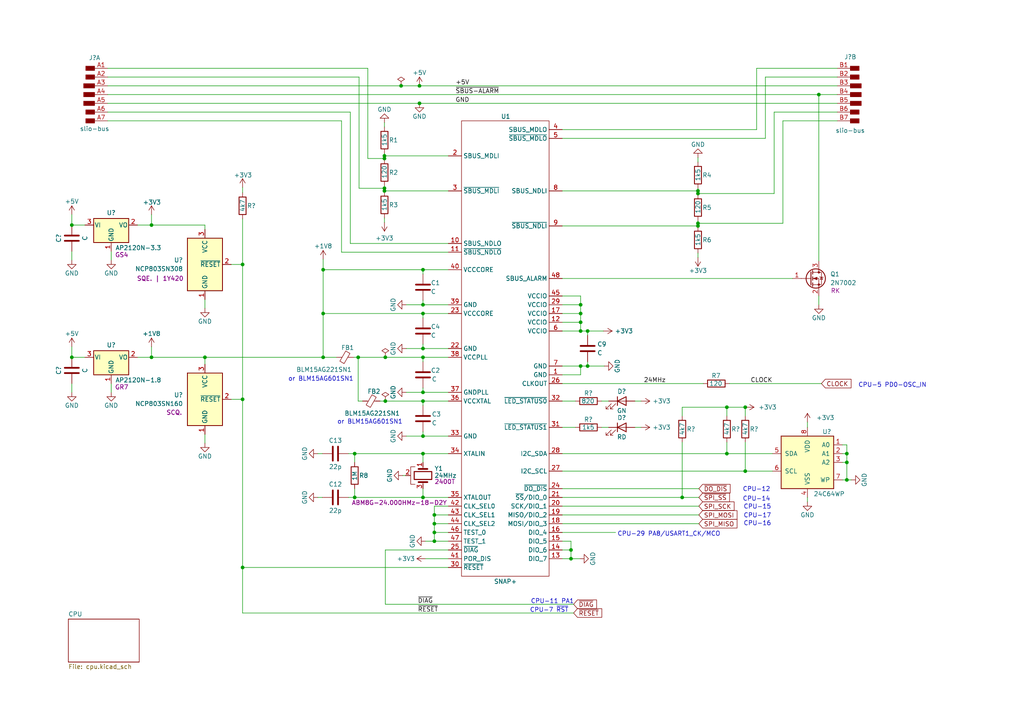
<source format=kicad_sch>
(kicad_sch (version 20211123) (generator eeschema)

  (uuid 145b25ec-83a6-4356-a62d-3f419f703b56)

  (paper "A4")

  (title_block
    (title "Vipa SLIO SM031-1BD040 Analog AI4x12Bit 0/4...20mA")
    (date "2024-11-05")
    (rev "rev 3")
    (company "Reverse engineered, design copyright VIPA GmbH")
    (comment 1 "SLIO Bus interface + insulation + secondary power ")
    (comment 2 "Accuracy of components and wiring not guaranteed!")
    (comment 3 "For repair purposes only!")
  )

  (lib_symbols
    (symbol "Device:C" (pin_numbers hide) (pin_names (offset 0.254)) (in_bom yes) (on_board yes)
      (property "Reference" "C" (id 0) (at 0.635 2.54 0)
        (effects (font (size 1.27 1.27)) (justify left))
      )
      (property "Value" "C" (id 1) (at 0.635 -2.54 0)
        (effects (font (size 1.27 1.27)) (justify left))
      )
      (property "Footprint" "" (id 2) (at 0.9652 -3.81 0)
        (effects (font (size 1.27 1.27)) hide)
      )
      (property "Datasheet" "~" (id 3) (at 0 0 0)
        (effects (font (size 1.27 1.27)) hide)
      )
      (property "ki_keywords" "cap capacitor" (id 4) (at 0 0 0)
        (effects (font (size 1.27 1.27)) hide)
      )
      (property "ki_description" "Unpolarized capacitor" (id 5) (at 0 0 0)
        (effects (font (size 1.27 1.27)) hide)
      )
      (property "ki_fp_filters" "C_*" (id 6) (at 0 0 0)
        (effects (font (size 1.27 1.27)) hide)
      )
      (symbol "C_0_1"
        (polyline
          (pts
            (xy -2.032 -0.762)
            (xy 2.032 -0.762)
          )
          (stroke (width 0.508) (type default) (color 0 0 0 0))
          (fill (type none))
        )
        (polyline
          (pts
            (xy -2.032 0.762)
            (xy 2.032 0.762)
          )
          (stroke (width 0.508) (type default) (color 0 0 0 0))
          (fill (type none))
        )
      )
      (symbol "C_1_1"
        (pin passive line (at 0 3.81 270) (length 2.794)
          (name "~" (effects (font (size 1.27 1.27))))
          (number "1" (effects (font (size 1.27 1.27))))
        )
        (pin passive line (at 0 -3.81 90) (length 2.794)
          (name "~" (effects (font (size 1.27 1.27))))
          (number "2" (effects (font (size 1.27 1.27))))
        )
      )
    )
    (symbol "Device:Crystal_GND2" (pin_names (offset 1.016) hide) (in_bom yes) (on_board yes)
      (property "Reference" "Y" (id 0) (at 0 5.715 0)
        (effects (font (size 1.27 1.27)))
      )
      (property "Value" "Crystal_GND2" (id 1) (at 0 3.81 0)
        (effects (font (size 1.27 1.27)))
      )
      (property "Footprint" "" (id 2) (at 0 0 0)
        (effects (font (size 1.27 1.27)) hide)
      )
      (property "Datasheet" "~" (id 3) (at 0 0 0)
        (effects (font (size 1.27 1.27)) hide)
      )
      (property "ki_keywords" "quartz ceramic resonator oscillator" (id 4) (at 0 0 0)
        (effects (font (size 1.27 1.27)) hide)
      )
      (property "ki_description" "Three pin crystal, GND on pin 2" (id 5) (at 0 0 0)
        (effects (font (size 1.27 1.27)) hide)
      )
      (property "ki_fp_filters" "Crystal*" (id 6) (at 0 0 0)
        (effects (font (size 1.27 1.27)) hide)
      )
      (symbol "Crystal_GND2_0_1"
        (rectangle (start -1.143 2.54) (end 1.143 -2.54)
          (stroke (width 0.3048) (type default) (color 0 0 0 0))
          (fill (type none))
        )
        (polyline
          (pts
            (xy -2.54 0)
            (xy -1.905 0)
          )
          (stroke (width 0) (type default) (color 0 0 0 0))
          (fill (type none))
        )
        (polyline
          (pts
            (xy -1.905 -1.27)
            (xy -1.905 1.27)
          )
          (stroke (width 0.508) (type default) (color 0 0 0 0))
          (fill (type none))
        )
        (polyline
          (pts
            (xy 0 -3.81)
            (xy 0 -3.556)
          )
          (stroke (width 0) (type default) (color 0 0 0 0))
          (fill (type none))
        )
        (polyline
          (pts
            (xy 1.905 0)
            (xy 2.54 0)
          )
          (stroke (width 0) (type default) (color 0 0 0 0))
          (fill (type none))
        )
        (polyline
          (pts
            (xy 1.905 1.27)
            (xy 1.905 -1.27)
          )
          (stroke (width 0.508) (type default) (color 0 0 0 0))
          (fill (type none))
        )
        (polyline
          (pts
            (xy -2.54 -2.286)
            (xy -2.54 -3.556)
            (xy 2.54 -3.556)
            (xy 2.54 -2.286)
          )
          (stroke (width 0) (type default) (color 0 0 0 0))
          (fill (type none))
        )
      )
      (symbol "Crystal_GND2_1_1"
        (pin passive line (at -3.81 0 0) (length 1.27)
          (name "1" (effects (font (size 1.27 1.27))))
          (number "1" (effects (font (size 1.27 1.27))))
        )
        (pin passive line (at 0 -5.08 90) (length 1.27)
          (name "2" (effects (font (size 1.27 1.27))))
          (number "2" (effects (font (size 1.27 1.27))))
        )
        (pin passive line (at 3.81 0 180) (length 1.27)
          (name "3" (effects (font (size 1.27 1.27))))
          (number "3" (effects (font (size 1.27 1.27))))
        )
      )
    )
    (symbol "Device:FerriteBead_Small" (pin_numbers hide) (pin_names (offset 0)) (in_bom yes) (on_board yes)
      (property "Reference" "FB" (id 0) (at 1.905 1.27 0)
        (effects (font (size 1.27 1.27)) (justify left))
      )
      (property "Value" "FerriteBead_Small" (id 1) (at 1.905 -1.27 0)
        (effects (font (size 1.27 1.27)) (justify left))
      )
      (property "Footprint" "" (id 2) (at -1.778 0 90)
        (effects (font (size 1.27 1.27)) hide)
      )
      (property "Datasheet" "~" (id 3) (at 0 0 0)
        (effects (font (size 1.27 1.27)) hide)
      )
      (property "ki_keywords" "L ferrite bead inductor filter" (id 4) (at 0 0 0)
        (effects (font (size 1.27 1.27)) hide)
      )
      (property "ki_description" "Ferrite bead, small symbol" (id 5) (at 0 0 0)
        (effects (font (size 1.27 1.27)) hide)
      )
      (property "ki_fp_filters" "Inductor_* L_* *Ferrite*" (id 6) (at 0 0 0)
        (effects (font (size 1.27 1.27)) hide)
      )
      (symbol "FerriteBead_Small_0_1"
        (polyline
          (pts
            (xy 0 -1.27)
            (xy 0 -0.7874)
          )
          (stroke (width 0) (type default) (color 0 0 0 0))
          (fill (type none))
        )
        (polyline
          (pts
            (xy 0 0.889)
            (xy 0 1.2954)
          )
          (stroke (width 0) (type default) (color 0 0 0 0))
          (fill (type none))
        )
        (polyline
          (pts
            (xy -1.8288 0.2794)
            (xy -1.1176 1.4986)
            (xy 1.8288 -0.2032)
            (xy 1.1176 -1.4224)
            (xy -1.8288 0.2794)
          )
          (stroke (width 0) (type default) (color 0 0 0 0))
          (fill (type none))
        )
      )
      (symbol "FerriteBead_Small_1_1"
        (pin passive line (at 0 2.54 270) (length 1.27)
          (name "~" (effects (font (size 1.27 1.27))))
          (number "1" (effects (font (size 1.27 1.27))))
        )
        (pin passive line (at 0 -2.54 90) (length 1.27)
          (name "~" (effects (font (size 1.27 1.27))))
          (number "2" (effects (font (size 1.27 1.27))))
        )
      )
    )
    (symbol "Device:LED" (pin_numbers hide) (pin_names (offset 1.016) hide) (in_bom yes) (on_board yes)
      (property "Reference" "D" (id 0) (at 0 2.54 0)
        (effects (font (size 1.27 1.27)))
      )
      (property "Value" "LED" (id 1) (at 0 -2.54 0)
        (effects (font (size 1.27 1.27)))
      )
      (property "Footprint" "" (id 2) (at 0 0 0)
        (effects (font (size 1.27 1.27)) hide)
      )
      (property "Datasheet" "~" (id 3) (at 0 0 0)
        (effects (font (size 1.27 1.27)) hide)
      )
      (property "ki_keywords" "LED diode" (id 4) (at 0 0 0)
        (effects (font (size 1.27 1.27)) hide)
      )
      (property "ki_description" "Light emitting diode" (id 5) (at 0 0 0)
        (effects (font (size 1.27 1.27)) hide)
      )
      (property "ki_fp_filters" "LED* LED_SMD:* LED_THT:*" (id 6) (at 0 0 0)
        (effects (font (size 1.27 1.27)) hide)
      )
      (symbol "LED_0_1"
        (polyline
          (pts
            (xy -1.27 -1.27)
            (xy -1.27 1.27)
          )
          (stroke (width 0.254) (type default) (color 0 0 0 0))
          (fill (type none))
        )
        (polyline
          (pts
            (xy -1.27 0)
            (xy 1.27 0)
          )
          (stroke (width 0) (type default) (color 0 0 0 0))
          (fill (type none))
        )
        (polyline
          (pts
            (xy 1.27 -1.27)
            (xy 1.27 1.27)
            (xy -1.27 0)
            (xy 1.27 -1.27)
          )
          (stroke (width 0.254) (type default) (color 0 0 0 0))
          (fill (type none))
        )
        (polyline
          (pts
            (xy -3.048 -0.762)
            (xy -4.572 -2.286)
            (xy -3.81 -2.286)
            (xy -4.572 -2.286)
            (xy -4.572 -1.524)
          )
          (stroke (width 0) (type default) (color 0 0 0 0))
          (fill (type none))
        )
        (polyline
          (pts
            (xy -1.778 -0.762)
            (xy -3.302 -2.286)
            (xy -2.54 -2.286)
            (xy -3.302 -2.286)
            (xy -3.302 -1.524)
          )
          (stroke (width 0) (type default) (color 0 0 0 0))
          (fill (type none))
        )
      )
      (symbol "LED_1_1"
        (pin passive line (at -3.81 0 0) (length 2.54)
          (name "K" (effects (font (size 1.27 1.27))))
          (number "1" (effects (font (size 1.27 1.27))))
        )
        (pin passive line (at 3.81 0 180) (length 2.54)
          (name "A" (effects (font (size 1.27 1.27))))
          (number "2" (effects (font (size 1.27 1.27))))
        )
      )
    )
    (symbol "Device:Q_NMOS_GSD" (pin_names (offset 0) hide) (in_bom yes) (on_board yes)
      (property "Reference" "Q" (id 0) (at 5.08 1.27 0)
        (effects (font (size 1.27 1.27)) (justify left))
      )
      (property "Value" "Q_NMOS_GSD" (id 1) (at 5.08 -1.27 0)
        (effects (font (size 1.27 1.27)) (justify left))
      )
      (property "Footprint" "" (id 2) (at 5.08 2.54 0)
        (effects (font (size 1.27 1.27)) hide)
      )
      (property "Datasheet" "~" (id 3) (at 0 0 0)
        (effects (font (size 1.27 1.27)) hide)
      )
      (property "ki_keywords" "transistor NMOS N-MOS N-MOSFET" (id 4) (at 0 0 0)
        (effects (font (size 1.27 1.27)) hide)
      )
      (property "ki_description" "N-MOSFET transistor, gate/source/drain" (id 5) (at 0 0 0)
        (effects (font (size 1.27 1.27)) hide)
      )
      (symbol "Q_NMOS_GSD_0_1"
        (polyline
          (pts
            (xy 0.254 0)
            (xy -2.54 0)
          )
          (stroke (width 0) (type default) (color 0 0 0 0))
          (fill (type none))
        )
        (polyline
          (pts
            (xy 0.254 1.905)
            (xy 0.254 -1.905)
          )
          (stroke (width 0.254) (type default) (color 0 0 0 0))
          (fill (type none))
        )
        (polyline
          (pts
            (xy 0.762 -1.27)
            (xy 0.762 -2.286)
          )
          (stroke (width 0.254) (type default) (color 0 0 0 0))
          (fill (type none))
        )
        (polyline
          (pts
            (xy 0.762 0.508)
            (xy 0.762 -0.508)
          )
          (stroke (width 0.254) (type default) (color 0 0 0 0))
          (fill (type none))
        )
        (polyline
          (pts
            (xy 0.762 2.286)
            (xy 0.762 1.27)
          )
          (stroke (width 0.254) (type default) (color 0 0 0 0))
          (fill (type none))
        )
        (polyline
          (pts
            (xy 2.54 2.54)
            (xy 2.54 1.778)
          )
          (stroke (width 0) (type default) (color 0 0 0 0))
          (fill (type none))
        )
        (polyline
          (pts
            (xy 2.54 -2.54)
            (xy 2.54 0)
            (xy 0.762 0)
          )
          (stroke (width 0) (type default) (color 0 0 0 0))
          (fill (type none))
        )
        (polyline
          (pts
            (xy 0.762 -1.778)
            (xy 3.302 -1.778)
            (xy 3.302 1.778)
            (xy 0.762 1.778)
          )
          (stroke (width 0) (type default) (color 0 0 0 0))
          (fill (type none))
        )
        (polyline
          (pts
            (xy 1.016 0)
            (xy 2.032 0.381)
            (xy 2.032 -0.381)
            (xy 1.016 0)
          )
          (stroke (width 0) (type default) (color 0 0 0 0))
          (fill (type outline))
        )
        (polyline
          (pts
            (xy 2.794 0.508)
            (xy 2.921 0.381)
            (xy 3.683 0.381)
            (xy 3.81 0.254)
          )
          (stroke (width 0) (type default) (color 0 0 0 0))
          (fill (type none))
        )
        (polyline
          (pts
            (xy 3.302 0.381)
            (xy 2.921 -0.254)
            (xy 3.683 -0.254)
            (xy 3.302 0.381)
          )
          (stroke (width 0) (type default) (color 0 0 0 0))
          (fill (type none))
        )
        (circle (center 1.651 0) (radius 2.794)
          (stroke (width 0.254) (type default) (color 0 0 0 0))
          (fill (type none))
        )
        (circle (center 2.54 -1.778) (radius 0.254)
          (stroke (width 0) (type default) (color 0 0 0 0))
          (fill (type outline))
        )
        (circle (center 2.54 1.778) (radius 0.254)
          (stroke (width 0) (type default) (color 0 0 0 0))
          (fill (type outline))
        )
      )
      (symbol "Q_NMOS_GSD_1_1"
        (pin input line (at -5.08 0 0) (length 2.54)
          (name "G" (effects (font (size 1.27 1.27))))
          (number "1" (effects (font (size 1.27 1.27))))
        )
        (pin passive line (at 2.54 -5.08 90) (length 2.54)
          (name "S" (effects (font (size 1.27 1.27))))
          (number "2" (effects (font (size 1.27 1.27))))
        )
        (pin passive line (at 2.54 5.08 270) (length 2.54)
          (name "D" (effects (font (size 1.27 1.27))))
          (number "3" (effects (font (size 1.27 1.27))))
        )
      )
    )
    (symbol "Device:R" (pin_numbers hide) (pin_names (offset 0)) (in_bom yes) (on_board yes)
      (property "Reference" "R" (id 0) (at 2.032 0 90)
        (effects (font (size 1.27 1.27)))
      )
      (property "Value" "R" (id 1) (at 0 0 90)
        (effects (font (size 1.27 1.27)))
      )
      (property "Footprint" "" (id 2) (at -1.778 0 90)
        (effects (font (size 1.27 1.27)) hide)
      )
      (property "Datasheet" "~" (id 3) (at 0 0 0)
        (effects (font (size 1.27 1.27)) hide)
      )
      (property "ki_keywords" "R res resistor" (id 4) (at 0 0 0)
        (effects (font (size 1.27 1.27)) hide)
      )
      (property "ki_description" "Resistor" (id 5) (at 0 0 0)
        (effects (font (size 1.27 1.27)) hide)
      )
      (property "ki_fp_filters" "R_*" (id 6) (at 0 0 0)
        (effects (font (size 1.27 1.27)) hide)
      )
      (symbol "R_0_1"
        (rectangle (start -1.016 -2.54) (end 1.016 2.54)
          (stroke (width 0.254) (type default) (color 0 0 0 0))
          (fill (type none))
        )
      )
      (symbol "R_1_1"
        (pin passive line (at 0 3.81 270) (length 1.27)
          (name "~" (effects (font (size 1.27 1.27))))
          (number "1" (effects (font (size 1.27 1.27))))
        )
        (pin passive line (at 0 -3.81 90) (length 1.27)
          (name "~" (effects (font (size 1.27 1.27))))
          (number "2" (effects (font (size 1.27 1.27))))
        )
      )
    )
    (symbol "Memory_NVRAM:FM24C64B" (pin_names (offset 1.016)) (in_bom yes) (on_board yes)
      (property "Reference" "U" (id 0) (at -5.08 8.89 0)
        (effects (font (size 1.27 1.27)))
      )
      (property "Value" "FM24C64B" (id 1) (at 6.35 -8.89 0)
        (effects (font (size 1.27 1.27)))
      )
      (property "Footprint" "Package_SO:SOIC-8_3.9x4.9mm_P1.27mm" (id 2) (at 0 0 0)
        (effects (font (size 1.27 1.27)) hide)
      )
      (property "Datasheet" "http://www.cypress.com/file/41651/download" (id 3) (at -5.08 8.89 0)
        (effects (font (size 1.27 1.27)) hide)
      )
      (property "ki_keywords" "FRAM I2C Serial 5V FRAM NVRAM" (id 4) (at 0 0 0)
        (effects (font (size 1.27 1.27)) hide)
      )
      (property "ki_description" "64Kb serial FRAM nonvolatile Memory, SOIC-8" (id 5) (at 0 0 0)
        (effects (font (size 1.27 1.27)) hide)
      )
      (property "ki_fp_filters" "SOIC*3.9x4.9mm*P1.27mm*" (id 6) (at 0 0 0)
        (effects (font (size 1.27 1.27)) hide)
      )
      (symbol "FM24C64B_0_1"
        (rectangle (start -7.62 7.62) (end 7.62 -7.62)
          (stroke (width 0.254) (type default) (color 0 0 0 0))
          (fill (type background))
        )
      )
      (symbol "FM24C64B_1_1"
        (pin input line (at -10.16 5.08 0) (length 2.54)
          (name "A0" (effects (font (size 1.27 1.27))))
          (number "1" (effects (font (size 1.27 1.27))))
        )
        (pin input line (at -10.16 2.54 0) (length 2.54)
          (name "A1" (effects (font (size 1.27 1.27))))
          (number "2" (effects (font (size 1.27 1.27))))
        )
        (pin input line (at -10.16 0 0) (length 2.54)
          (name "A2" (effects (font (size 1.27 1.27))))
          (number "3" (effects (font (size 1.27 1.27))))
        )
        (pin power_in line (at 0 -10.16 90) (length 2.54)
          (name "VSS" (effects (font (size 1.27 1.27))))
          (number "4" (effects (font (size 1.27 1.27))))
        )
        (pin bidirectional line (at 10.16 2.54 180) (length 2.54)
          (name "SDA" (effects (font (size 1.27 1.27))))
          (number "5" (effects (font (size 1.27 1.27))))
        )
        (pin input line (at 10.16 -2.54 180) (length 2.54)
          (name "SCL" (effects (font (size 1.27 1.27))))
          (number "6" (effects (font (size 1.27 1.27))))
        )
        (pin input line (at -10.16 -5.08 0) (length 2.54)
          (name "WP" (effects (font (size 1.27 1.27))))
          (number "7" (effects (font (size 1.27 1.27))))
        )
        (pin power_in line (at 0 10.16 270) (length 2.54)
          (name "VDD" (effects (font (size 1.27 1.27))))
          (number "8" (effects (font (size 1.27 1.27))))
        )
      )
    )
    (symbol "Power_Supervisor:LM809" (in_bom yes) (on_board yes)
      (property "Reference" "U" (id 0) (at 2.54 12.7 0)
        (effects (font (size 1.27 1.27)))
      )
      (property "Value" "LM809" (id 1) (at 5.08 10.16 0)
        (effects (font (size 1.27 1.27)))
      )
      (property "Footprint" "Package_TO_SOT_SMD:SOT-23" (id 2) (at 7.62 2.54 0)
        (effects (font (size 1.27 1.27)) hide)
      )
      (property "Datasheet" "http://www.ti.com/lit/ds/symlink/lm809.pdf" (id 3) (at 7.62 2.54 0)
        (effects (font (size 1.27 1.27)) hide)
      )
      (property "ki_keywords" "reset supervisor" (id 4) (at 0 0 0)
        (effects (font (size 1.27 1.27)) hide)
      )
      (property "ki_description" "Microprocessor Reset (active-low) Circuit, SOT-23" (id 5) (at 0 0 0)
        (effects (font (size 1.27 1.27)) hide)
      )
      (property "ki_fp_filters" "SOT?23*" (id 6) (at 0 0 0)
        (effects (font (size 1.27 1.27)) hide)
      )
      (symbol "LM809_0_1"
        (rectangle (start 5.08 7.62) (end -5.08 -7.62)
          (stroke (width 0.254) (type default) (color 0 0 0 0))
          (fill (type background))
        )
      )
      (symbol "LM809_1_1"
        (pin power_in line (at 0 -10.16 90) (length 2.54)
          (name "GND" (effects (font (size 1.27 1.27))))
          (number "1" (effects (font (size 1.27 1.27))))
        )
        (pin output line (at 7.62 0 180) (length 2.54)
          (name "~{RESET}" (effects (font (size 1.27 1.27))))
          (number "2" (effects (font (size 1.27 1.27))))
        )
        (pin power_in line (at 0 10.16 270) (length 2.54)
          (name "VCC" (effects (font (size 1.27 1.27))))
          (number "3" (effects (font (size 1.27 1.27))))
        )
      )
    )
    (symbol "Regulator_Linear:AP2127N-3.3" (pin_names (offset 0.254)) (in_bom yes) (on_board yes)
      (property "Reference" "U" (id 0) (at -3.81 3.175 0)
        (effects (font (size 1.27 1.27)))
      )
      (property "Value" "AP2127N-3.3" (id 1) (at 0 3.175 0)
        (effects (font (size 1.27 1.27)) (justify left))
      )
      (property "Footprint" "Package_TO_SOT_SMD:SOT-23" (id 2) (at 0 5.715 0)
        (effects (font (size 1.27 1.27) italic) hide)
      )
      (property "Datasheet" "https://www.diodes.com/assets/Datasheets/AP2127.pdf" (id 3) (at 0 0 0)
        (effects (font (size 1.27 1.27)) hide)
      )
      (property "ki_keywords" "linear regulator ldo fixed positive" (id 4) (at 0 0 0)
        (effects (font (size 1.27 1.27)) hide)
      )
      (property "ki_description" "300mA low dropout linear regulator, shutdown pin, 2.5V-6V input voltage, 3.3V fixed positive output, SOT-23 package" (id 5) (at 0 0 0)
        (effects (font (size 1.27 1.27)) hide)
      )
      (property "ki_fp_filters" "SOT?23*" (id 6) (at 0 0 0)
        (effects (font (size 1.27 1.27)) hide)
      )
      (symbol "AP2127N-3.3_0_1"
        (rectangle (start -5.08 1.905) (end 5.08 -5.08)
          (stroke (width 0.254) (type default) (color 0 0 0 0))
          (fill (type background))
        )
      )
      (symbol "AP2127N-3.3_1_1"
        (pin power_in line (at 0 -7.62 90) (length 2.54)
          (name "GND" (effects (font (size 1.27 1.27))))
          (number "1" (effects (font (size 1.27 1.27))))
        )
        (pin power_out line (at 7.62 0 180) (length 2.54)
          (name "VO" (effects (font (size 1.27 1.27))))
          (number "2" (effects (font (size 1.27 1.27))))
        )
        (pin power_in line (at -7.62 0 0) (length 2.54)
          (name "VI" (effects (font (size 1.27 1.27))))
          (number "3" (effects (font (size 1.27 1.27))))
        )
      )
    )
    (symbol "power:+1V8" (power) (pin_names (offset 0)) (in_bom yes) (on_board yes)
      (property "Reference" "#PWR" (id 0) (at 0 -3.81 0)
        (effects (font (size 1.27 1.27)) hide)
      )
      (property "Value" "+1V8" (id 1) (at 0 3.556 0)
        (effects (font (size 1.27 1.27)))
      )
      (property "Footprint" "" (id 2) (at 0 0 0)
        (effects (font (size 1.27 1.27)) hide)
      )
      (property "Datasheet" "" (id 3) (at 0 0 0)
        (effects (font (size 1.27 1.27)) hide)
      )
      (property "ki_keywords" "global power" (id 4) (at 0 0 0)
        (effects (font (size 1.27 1.27)) hide)
      )
      (property "ki_description" "Power symbol creates a global label with name \"+1V8\"" (id 5) (at 0 0 0)
        (effects (font (size 1.27 1.27)) hide)
      )
      (symbol "+1V8_0_1"
        (polyline
          (pts
            (xy -0.762 1.27)
            (xy 0 2.54)
          )
          (stroke (width 0) (type default) (color 0 0 0 0))
          (fill (type none))
        )
        (polyline
          (pts
            (xy 0 0)
            (xy 0 2.54)
          )
          (stroke (width 0) (type default) (color 0 0 0 0))
          (fill (type none))
        )
        (polyline
          (pts
            (xy 0 2.54)
            (xy 0.762 1.27)
          )
          (stroke (width 0) (type default) (color 0 0 0 0))
          (fill (type none))
        )
      )
      (symbol "+1V8_1_1"
        (pin power_in line (at 0 0 90) (length 0) hide
          (name "+1V8" (effects (font (size 1.27 1.27))))
          (number "1" (effects (font (size 1.27 1.27))))
        )
      )
    )
    (symbol "power:+3V3" (power) (pin_names (offset 0)) (in_bom yes) (on_board yes)
      (property "Reference" "#PWR" (id 0) (at 0 -3.81 0)
        (effects (font (size 1.27 1.27)) hide)
      )
      (property "Value" "+3V3" (id 1) (at 0 3.556 0)
        (effects (font (size 1.27 1.27)))
      )
      (property "Footprint" "" (id 2) (at 0 0 0)
        (effects (font (size 1.27 1.27)) hide)
      )
      (property "Datasheet" "" (id 3) (at 0 0 0)
        (effects (font (size 1.27 1.27)) hide)
      )
      (property "ki_keywords" "global power" (id 4) (at 0 0 0)
        (effects (font (size 1.27 1.27)) hide)
      )
      (property "ki_description" "Power symbol creates a global label with name \"+3V3\"" (id 5) (at 0 0 0)
        (effects (font (size 1.27 1.27)) hide)
      )
      (symbol "+3V3_0_1"
        (polyline
          (pts
            (xy -0.762 1.27)
            (xy 0 2.54)
          )
          (stroke (width 0) (type default) (color 0 0 0 0))
          (fill (type none))
        )
        (polyline
          (pts
            (xy 0 0)
            (xy 0 2.54)
          )
          (stroke (width 0) (type default) (color 0 0 0 0))
          (fill (type none))
        )
        (polyline
          (pts
            (xy 0 2.54)
            (xy 0.762 1.27)
          )
          (stroke (width 0) (type default) (color 0 0 0 0))
          (fill (type none))
        )
      )
      (symbol "+3V3_1_1"
        (pin power_in line (at 0 0 90) (length 0) hide
          (name "+3V3" (effects (font (size 1.27 1.27))))
          (number "1" (effects (font (size 1.27 1.27))))
        )
      )
    )
    (symbol "power:+5V" (power) (pin_names (offset 0)) (in_bom yes) (on_board yes)
      (property "Reference" "#PWR" (id 0) (at 0 -3.81 0)
        (effects (font (size 1.27 1.27)) hide)
      )
      (property "Value" "+5V" (id 1) (at 0 3.556 0)
        (effects (font (size 1.27 1.27)))
      )
      (property "Footprint" "" (id 2) (at 0 0 0)
        (effects (font (size 1.27 1.27)) hide)
      )
      (property "Datasheet" "" (id 3) (at 0 0 0)
        (effects (font (size 1.27 1.27)) hide)
      )
      (property "ki_keywords" "global power" (id 4) (at 0 0 0)
        (effects (font (size 1.27 1.27)) hide)
      )
      (property "ki_description" "Power symbol creates a global label with name \"+5V\"" (id 5) (at 0 0 0)
        (effects (font (size 1.27 1.27)) hide)
      )
      (symbol "+5V_0_1"
        (polyline
          (pts
            (xy -0.762 1.27)
            (xy 0 2.54)
          )
          (stroke (width 0) (type default) (color 0 0 0 0))
          (fill (type none))
        )
        (polyline
          (pts
            (xy 0 0)
            (xy 0 2.54)
          )
          (stroke (width 0) (type default) (color 0 0 0 0))
          (fill (type none))
        )
        (polyline
          (pts
            (xy 0 2.54)
            (xy 0.762 1.27)
          )
          (stroke (width 0) (type default) (color 0 0 0 0))
          (fill (type none))
        )
      )
      (symbol "+5V_1_1"
        (pin power_in line (at 0 0 90) (length 0) hide
          (name "+5V" (effects (font (size 1.27 1.27))))
          (number "1" (effects (font (size 1.27 1.27))))
        )
      )
    )
    (symbol "power:GND" (power) (pin_names (offset 0)) (in_bom yes) (on_board yes)
      (property "Reference" "#PWR" (id 0) (at 0 -6.35 0)
        (effects (font (size 1.27 1.27)) hide)
      )
      (property "Value" "GND" (id 1) (at 0 -3.81 0)
        (effects (font (size 1.27 1.27)))
      )
      (property "Footprint" "" (id 2) (at 0 0 0)
        (effects (font (size 1.27 1.27)) hide)
      )
      (property "Datasheet" "" (id 3) (at 0 0 0)
        (effects (font (size 1.27 1.27)) hide)
      )
      (property "ki_keywords" "global power" (id 4) (at 0 0 0)
        (effects (font (size 1.27 1.27)) hide)
      )
      (property "ki_description" "Power symbol creates a global label with name \"GND\" , ground" (id 5) (at 0 0 0)
        (effects (font (size 1.27 1.27)) hide)
      )
      (symbol "GND_0_1"
        (polyline
          (pts
            (xy 0 0)
            (xy 0 -1.27)
            (xy 1.27 -1.27)
            (xy 0 -2.54)
            (xy -1.27 -1.27)
            (xy 0 -1.27)
          )
          (stroke (width 0) (type default) (color 0 0 0 0))
          (fill (type none))
        )
      )
      (symbol "GND_1_1"
        (pin power_in line (at 0 0 270) (length 0) hide
          (name "GND" (effects (font (size 1.27 1.27))))
          (number "1" (effects (font (size 1.27 1.27))))
        )
      )
    )
    (symbol "power:PWR_FLAG" (power) (pin_numbers hide) (pin_names (offset 0) hide) (in_bom yes) (on_board yes)
      (property "Reference" "#FLG" (id 0) (at 0 1.905 0)
        (effects (font (size 1.27 1.27)) hide)
      )
      (property "Value" "PWR_FLAG" (id 1) (at 0 3.81 0)
        (effects (font (size 1.27 1.27)))
      )
      (property "Footprint" "" (id 2) (at 0 0 0)
        (effects (font (size 1.27 1.27)) hide)
      )
      (property "Datasheet" "~" (id 3) (at 0 0 0)
        (effects (font (size 1.27 1.27)) hide)
      )
      (property "ki_keywords" "flag power" (id 4) (at 0 0 0)
        (effects (font (size 1.27 1.27)) hide)
      )
      (property "ki_description" "Special symbol for telling ERC where power comes from" (id 5) (at 0 0 0)
        (effects (font (size 1.27 1.27)) hide)
      )
      (symbol "PWR_FLAG_0_0"
        (pin power_out line (at 0 0 90) (length 0)
          (name "pwr" (effects (font (size 1.27 1.27))))
          (number "1" (effects (font (size 1.27 1.27))))
        )
      )
      (symbol "PWR_FLAG_0_1"
        (polyline
          (pts
            (xy 0 0)
            (xy 0 1.27)
            (xy -1.016 1.905)
            (xy 0 2.54)
            (xy 1.016 1.905)
            (xy 0 1.27)
          )
          (stroke (width 0) (type default) (color 0 0 0 0))
          (fill (type none))
        )
      )
    )
    (symbol "private:SNAP+" (in_bom yes) (on_board yes)
      (property "Reference" "U" (id 0) (at -1.27 77.47 0)
        (effects (font (size 1.27 1.27)))
      )
      (property "Value" "SNAP+" (id 1) (at 0 -57.785 0)
        (effects (font (size 1.27 1.27)))
      )
      (property "Footprint" "" (id 2) (at -1.27 -14.605 0)
        (effects (font (size 1.27 1.27)) hide)
      )
      (property "Datasheet" "" (id 3) (at -1.27 -14.605 0)
        (effects (font (size 1.27 1.27)) hide)
      )
      (symbol "SNAP+_0_1"
        (rectangle (start -12.7 76.2) (end 12.7 -55.88)
          (stroke (width 0) (type default) (color 0 0 0 0))
          (fill (type none))
        )
      )
      (symbol "SNAP+_1_1"
        (pin power_in line (at 16.51 2.54 180) (length 3.81)
          (name "GND" (effects (font (size 1.27 1.27))))
          (number "1" (effects (font (size 1.27 1.27))))
        )
        (pin output line (at -16.51 40.64 0) (length 3.81)
          (name "SBUS_NDLO" (effects (font (size 1.27 1.27))))
          (number "10" (effects (font (size 1.27 1.27))))
        )
        (pin output line (at -16.51 38.1 0) (length 3.81)
          (name "~{SBUS_NDLO}" (effects (font (size 1.27 1.27))))
          (number "11" (effects (font (size 1.27 1.27))))
        )
        (pin power_in line (at 16.51 17.78 180) (length 3.81)
          (name "VCCIO" (effects (font (size 1.27 1.27))))
          (number "12" (effects (font (size 1.27 1.27))))
        )
        (pin bidirectional line (at 16.51 -50.8 180) (length 3.81)
          (name "DIO_7" (effects (font (size 1.27 1.27))))
          (number "13" (effects (font (size 1.27 1.27))))
        )
        (pin bidirectional line (at 16.51 -48.26 180) (length 3.81)
          (name "DIO_6" (effects (font (size 1.27 1.27))))
          (number "14" (effects (font (size 1.27 1.27))))
        )
        (pin bidirectional line (at 16.51 -45.72 180) (length 3.81)
          (name "DIO_5" (effects (font (size 1.27 1.27))))
          (number "15" (effects (font (size 1.27 1.27))))
        )
        (pin bidirectional line (at 16.51 -43.18 180) (length 3.81)
          (name "DIO_4" (effects (font (size 1.27 1.27))))
          (number "16" (effects (font (size 1.27 1.27))))
        )
        (pin power_in line (at 16.51 20.32 180) (length 3.81)
          (name "VCCIO" (effects (font (size 1.27 1.27))))
          (number "17" (effects (font (size 1.27 1.27))))
        )
        (pin bidirectional line (at 16.51 -40.64 180) (length 3.81)
          (name "MOSI/DIO_3" (effects (font (size 1.27 1.27))))
          (number "18" (effects (font (size 1.27 1.27))))
        )
        (pin bidirectional line (at 16.51 -38.1 180) (length 3.81)
          (name "MISO/DIO_2" (effects (font (size 1.27 1.27))))
          (number "19" (effects (font (size 1.27 1.27))))
        )
        (pin input line (at -16.51 66.04 0) (length 3.81)
          (name "SBUS_MDLI" (effects (font (size 1.27 1.27))))
          (number "2" (effects (font (size 1.27 1.27))))
        )
        (pin bidirectional line (at 16.51 -35.56 180) (length 3.81)
          (name "SCK/DIO_1" (effects (font (size 1.27 1.27))))
          (number "20" (effects (font (size 1.27 1.27))))
        )
        (pin bidirectional line (at 16.51 -33.02 180) (length 3.81)
          (name "~{SS}/DIO_0" (effects (font (size 1.27 1.27))))
          (number "21" (effects (font (size 1.27 1.27))))
        )
        (pin power_in line (at -16.51 10.16 0) (length 3.81)
          (name "GND" (effects (font (size 1.27 1.27))))
          (number "22" (effects (font (size 1.27 1.27))))
        )
        (pin power_in line (at -16.51 20.32 0) (length 3.81)
          (name "VCCCORE" (effects (font (size 1.27 1.27))))
          (number "23" (effects (font (size 1.27 1.27))))
        )
        (pin output line (at 16.51 -30.48 180) (length 3.81)
          (name "~{DO_DIS}" (effects (font (size 1.27 1.27))))
          (number "24" (effects (font (size 1.27 1.27))))
        )
        (pin input line (at -16.51 -48.26 0) (length 3.81)
          (name "~{DIAG}" (effects (font (size 1.27 1.27))))
          (number "25" (effects (font (size 1.27 1.27))))
        )
        (pin output line (at 16.51 0 180) (length 3.81)
          (name "CLKOUT" (effects (font (size 1.27 1.27))))
          (number "26" (effects (font (size 1.27 1.27))))
        )
        (pin output line (at 16.51 -25.4 180) (length 3.81)
          (name "I2C_SCL" (effects (font (size 1.27 1.27))))
          (number "27" (effects (font (size 1.27 1.27))))
        )
        (pin bidirectional line (at 16.51 -20.32 180) (length 3.81)
          (name "I2C_SDA" (effects (font (size 1.27 1.27))))
          (number "28" (effects (font (size 1.27 1.27))))
        )
        (pin power_in line (at 16.51 22.86 180) (length 3.81)
          (name "VCCIO" (effects (font (size 1.27 1.27))))
          (number "29" (effects (font (size 1.27 1.27))))
        )
        (pin input line (at -16.51 55.88 0) (length 3.81)
          (name "~{SBUS_MDLI}" (effects (font (size 1.27 1.27))))
          (number "3" (effects (font (size 1.27 1.27))))
        )
        (pin input line (at -16.51 -53.34 0) (length 3.81)
          (name "~{RESET}" (effects (font (size 1.27 1.27))))
          (number "30" (effects (font (size 1.27 1.27))))
        )
        (pin output line (at 16.51 -12.7 180) (length 3.81)
          (name "~{LED_STATUS1}" (effects (font (size 1.27 1.27))))
          (number "31" (effects (font (size 1.27 1.27))))
        )
        (pin output line (at 16.51 -5.08 180) (length 3.81)
          (name "~{LED_STATUS0}" (effects (font (size 1.27 1.27))))
          (number "32" (effects (font (size 1.27 1.27))))
        )
        (pin power_in line (at -16.51 -15.24 0) (length 3.81)
          (name "GND" (effects (font (size 1.27 1.27))))
          (number "33" (effects (font (size 1.27 1.27))))
        )
        (pin input line (at -16.51 -20.32 0) (length 3.81)
          (name "XTALIN" (effects (font (size 1.27 1.27))))
          (number "34" (effects (font (size 1.27 1.27))))
        )
        (pin output line (at -16.51 -33.02 0) (length 3.81)
          (name "XTALOUT" (effects (font (size 1.27 1.27))))
          (number "35" (effects (font (size 1.27 1.27))))
        )
        (pin power_in line (at -16.51 -5.08 0) (length 3.81)
          (name "VCCXTAL" (effects (font (size 1.27 1.27))))
          (number "36" (effects (font (size 1.27 1.27))))
        )
        (pin power_in line (at -16.51 -2.54 0) (length 3.81)
          (name "GNDPLL" (effects (font (size 1.27 1.27))))
          (number "37" (effects (font (size 1.27 1.27))))
        )
        (pin power_in line (at -16.51 7.62 0) (length 3.81)
          (name "VCCPLL" (effects (font (size 1.27 1.27))))
          (number "38" (effects (font (size 1.27 1.27))))
        )
        (pin power_in line (at -16.51 22.86 0) (length 3.81)
          (name "GND" (effects (font (size 1.27 1.27))))
          (number "39" (effects (font (size 1.27 1.27))))
        )
        (pin output line (at 16.51 73.66 180) (length 3.81)
          (name "SBUS_MDLO" (effects (font (size 1.27 1.27))))
          (number "4" (effects (font (size 1.27 1.27))))
        )
        (pin power_in line (at -16.51 33.02 0) (length 3.81)
          (name "VCCCORE" (effects (font (size 1.27 1.27))))
          (number "40" (effects (font (size 1.27 1.27))))
        )
        (pin input line (at -16.51 -50.8 0) (length 3.81)
          (name "POR_DIS" (effects (font (size 1.27 1.27))))
          (number "41" (effects (font (size 1.27 1.27))))
        )
        (pin input line (at -16.51 -35.56 0) (length 3.81)
          (name "CLK_SEL0" (effects (font (size 1.27 1.27))))
          (number "42" (effects (font (size 1.27 1.27))))
        )
        (pin input line (at -16.51 -38.1 0) (length 3.81)
          (name "CLK_SEL1" (effects (font (size 1.27 1.27))))
          (number "43" (effects (font (size 1.27 1.27))))
        )
        (pin input line (at -16.51 -40.64 0) (length 3.81)
          (name "CLK_SEL2" (effects (font (size 1.27 1.27))))
          (number "44" (effects (font (size 1.27 1.27))))
        )
        (pin power_in line (at 16.51 25.4 180) (length 3.81)
          (name "VCCIO" (effects (font (size 1.27 1.27))))
          (number "45" (effects (font (size 1.27 1.27))))
        )
        (pin input line (at -16.51 -43.18 0) (length 3.81)
          (name "TEST_0" (effects (font (size 1.27 1.27))))
          (number "46" (effects (font (size 1.27 1.27))))
        )
        (pin input line (at -16.51 -45.72 0) (length 3.81)
          (name "TEST_1" (effects (font (size 1.27 1.27))))
          (number "47" (effects (font (size 1.27 1.27))))
        )
        (pin output line (at 16.51 30.48 180) (length 3.81)
          (name "SBUS_ALARM" (effects (font (size 1.27 1.27))))
          (number "48" (effects (font (size 1.27 1.27))))
        )
        (pin output line (at 16.51 71.12 180) (length 3.81)
          (name "~{SBUS_MDLO}" (effects (font (size 1.27 1.27))))
          (number "5" (effects (font (size 1.27 1.27))))
        )
        (pin power_in line (at 16.51 15.24 180) (length 3.81)
          (name "VCCIO" (effects (font (size 1.27 1.27))))
          (number "6" (effects (font (size 1.27 1.27))))
        )
        (pin power_in line (at 16.51 5.08 180) (length 3.81)
          (name "GND" (effects (font (size 1.27 1.27))))
          (number "7" (effects (font (size 1.27 1.27))))
        )
        (pin input line (at 16.51 55.88 180) (length 3.81)
          (name "SBUS_NDLI" (effects (font (size 1.27 1.27))))
          (number "8" (effects (font (size 1.27 1.27))))
        )
        (pin input line (at 16.51 45.72 180) (length 3.81)
          (name "~{SBUS_NDLI}" (effects (font (size 1.27 1.27))))
          (number "9" (effects (font (size 1.27 1.27))))
        )
      )
    )
    (symbol "private:slio-bus" (pin_names hide) (in_bom no) (on_board yes)
      (property "Reference" "J" (id 0) (at -0.635 10.795 0)
        (effects (font (size 1.27 1.27)))
      )
      (property "Value" "slio-bus" (id 1) (at 0 -10.16 0)
        (effects (font (size 1.27 1.27)))
      )
      (property "Footprint" "" (id 2) (at -3.175 0 0)
        (effects (font (size 1.27 1.27)) hide)
      )
      (property "Datasheet" "" (id 3) (at -3.175 0 0)
        (effects (font (size 1.27 1.27)) hide)
      )
      (symbol "slio-bus_1_1"
        (rectangle (start -3.175 -3.175) (end 0 -1.905)
          (stroke (width 0) (type default) (color 0 0 0 0))
          (fill (type outline))
        )
        (rectangle (start -3.175 -0.635) (end 0 0.635)
          (stroke (width 0) (type default) (color 0 0 0 0))
          (fill (type outline))
        )
        (rectangle (start -3.175 1.905) (end 0 3.175)
          (stroke (width 0) (type default) (color 0 0 0 0))
          (fill (type outline))
        )
        (rectangle (start -2.54 -8.255) (end 0 -6.985)
          (stroke (width 0) (type default) (color 0 0 0 0))
          (fill (type outline))
        )
        (rectangle (start -2.54 -5.715) (end 0 -4.445)
          (stroke (width 0) (type default) (color 0 0 0 0))
          (fill (type outline))
        )
        (rectangle (start -2.54 4.445) (end 0 5.715)
          (stroke (width 0) (type default) (color 0 0 0 0))
          (fill (type outline))
        )
        (rectangle (start -2.54 6.985) (end 0 8.255)
          (stroke (width 0) (type default) (color 0 0 0 0))
          (fill (type outline))
        )
        (pin passive line (at 3.81 7.62 180) (length 3.81)
          (name "A1" (effects (font (size 1.27 1.27))))
          (number "A1" (effects (font (size 1.27 1.27))))
        )
        (pin passive line (at 3.81 5.08 180) (length 3.81)
          (name "A2" (effects (font (size 1.27 1.27))))
          (number "A2" (effects (font (size 1.27 1.27))))
        )
        (pin passive line (at 3.81 2.54 180) (length 3.81)
          (name "A3" (effects (font (size 1.27 1.27))))
          (number "A3" (effects (font (size 1.27 1.27))))
        )
        (pin passive line (at 3.81 0 180) (length 3.81)
          (name "A4" (effects (font (size 1.27 1.27))))
          (number "A4" (effects (font (size 1.27 1.27))))
        )
        (pin passive line (at 3.81 -2.54 180) (length 3.81)
          (name "A5" (effects (font (size 1.27 1.27))))
          (number "A5" (effects (font (size 1.27 1.27))))
        )
        (pin passive line (at 3.81 -5.08 180) (length 3.81)
          (name "A6" (effects (font (size 1.27 1.27))))
          (number "A6" (effects (font (size 1.27 1.27))))
        )
        (pin passive line (at 3.81 -7.62 180) (length 3.81)
          (name "A7" (effects (font (size 1.27 1.27))))
          (number "A7" (effects (font (size 1.27 1.27))))
        )
      )
      (symbol "slio-bus_2_1"
        (rectangle (start 0 -6.985) (end 2.54 -8.255)
          (stroke (width 0) (type default) (color 0 0 0 0))
          (fill (type outline))
        )
        (rectangle (start 0 -4.445) (end 2.54 -5.715)
          (stroke (width 0) (type default) (color 0 0 0 0))
          (fill (type outline))
        )
        (rectangle (start 0 -1.905) (end 3.175 -3.175)
          (stroke (width 0) (type default) (color 0 0 0 0))
          (fill (type outline))
        )
        (rectangle (start 0 0.635) (end 3.175 -0.635)
          (stroke (width 0) (type default) (color 0 0 0 0))
          (fill (type outline))
        )
        (rectangle (start 0 3.175) (end 3.175 1.905)
          (stroke (width 0) (type default) (color 0 0 0 0))
          (fill (type outline))
        )
        (rectangle (start 0 5.715) (end 2.54 4.445)
          (stroke (width 0) (type default) (color 0 0 0 0))
          (fill (type outline))
        )
        (rectangle (start 0 8.255) (end 2.54 6.985)
          (stroke (width 0) (type default) (color 0 0 0 0))
          (fill (type outline))
        )
        (pin passive line (at -3.81 7.62 0) (length 3.81)
          (name "B1" (effects (font (size 1.27 1.27))))
          (number "B1" (effects (font (size 1.27 1.27))))
        )
        (pin passive line (at -3.81 5.08 0) (length 3.81)
          (name "B2" (effects (font (size 1.27 1.27))))
          (number "B2" (effects (font (size 1.27 1.27))))
        )
        (pin passive line (at -3.81 2.54 0) (length 3.81)
          (name "B3" (effects (font (size 1.27 1.27))))
          (number "B3" (effects (font (size 1.27 1.27))))
        )
        (pin passive line (at -3.81 0 0) (length 3.81)
          (name "B4" (effects (font (size 1.27 1.27))))
          (number "B4" (effects (font (size 1.27 1.27))))
        )
        (pin passive line (at -3.81 -2.54 0) (length 3.81)
          (name "B5" (effects (font (size 1.27 1.27))))
          (number "B5" (effects (font (size 1.27 1.27))))
        )
        (pin passive line (at -3.81 -5.08 0) (length 3.81)
          (name "B6" (effects (font (size 1.27 1.27))))
          (number "B6" (effects (font (size 1.27 1.27))))
        )
        (pin passive line (at -3.81 -7.62 0) (length 3.81)
          (name "B7" (effects (font (size 1.27 1.27))))
          (number "B7" (effects (font (size 1.27 1.27))))
        )
      )
    )
  )

  (junction (at 122.682 113.792) (diameter 0) (color 0 0 0 0)
    (uuid 01ceff6a-89cf-485b-883f-edb238da9035)
  )
  (junction (at 168.402 93.472) (diameter 0) (color 0 0 0 0)
    (uuid 086038d2-5e64-4f35-9df3-c849ac495959)
  )
  (junction (at 168.402 106.172) (diameter 0) (color 0 0 0 0)
    (uuid 0fc6a1ff-9a73-4e9a-916e-664975a0131f)
  )
  (junction (at 70.358 164.592) (diameter 0) (color 0 0 0 0)
    (uuid 1155c4e8-e4f1-4097-ad94-33f84aa911c9)
  )
  (junction (at 165.608 162.052) (diameter 0) (color 0 0 0 0)
    (uuid 19938d6d-fa7b-4c5c-ace3-474b16a5d2b1)
  )
  (junction (at 210.82 118.11) (diameter 0) (color 0 0 0 0)
    (uuid 1c27115e-82a4-47e5-b28c-2c1d963cc6f1)
  )
  (junction (at 103.886 103.632) (diameter 0) (color 0 0 0 0)
    (uuid 2613e867-813e-4997-a634-e2c1f5b00859)
  )
  (junction (at 122.682 103.632) (diameter 0) (color 0 0 0 0)
    (uuid 26e92f3a-db0d-43f4-8eb1-0635e0cc8d47)
  )
  (junction (at 168.402 96.012) (diameter 0) (color 0 0 0 0)
    (uuid 2c49d400-6bff-47f3-a66d-1032b1b0bdf8)
  )
  (junction (at 122.682 101.092) (diameter 0) (color 0 0 0 0)
    (uuid 2fcb4970-2f08-431c-8981-57432034838d)
  )
  (junction (at 43.942 65.278) (diameter 0) (color 0 0 0 0)
    (uuid 32ce0a6f-b253-4154-9c1e-cb79d49c22b9)
  )
  (junction (at 245.618 134.112) (diameter 0) (color 0 0 0 0)
    (uuid 44ab27cf-9b01-4330-870b-2bcf1f953125)
  )
  (junction (at 122.682 78.232) (diameter 0) (color 0 0 0 0)
    (uuid 4a48518a-950b-4f85-bc1b-b735c702f2e5)
  )
  (junction (at 116.332 24.892) (diameter 0) (color 0 0 0 0)
    (uuid 4c80a833-5dc7-4c69-b000-69e19bbd5907)
  )
  (junction (at 170.434 96.012) (diameter 0) (color 0 0 0 0)
    (uuid 5373a602-1d8f-4868-a336-961ebcb0885f)
  )
  (junction (at 122.682 88.392) (diameter 0) (color 0 0 0 0)
    (uuid 54c02c94-8f5b-41d2-91b6-e0abd8238477)
  )
  (junction (at 111.76 103.632) (diameter 0) (color 0 0 0 0)
    (uuid 57a7c363-1792-4de0-9287-23ed8bdf2d87)
  )
  (junction (at 216.154 118.11) (diameter 0) (color 0 0 0 0)
    (uuid 57edee98-a003-4fc3-82d8-76b8ca5e51ec)
  )
  (junction (at 93.726 78.232) (diameter 0) (color 0 0 0 0)
    (uuid 5e1976b4-8f4c-47e4-99ef-bb00c8dd91bb)
  )
  (junction (at 93.726 90.932) (diameter 0) (color 0 0 0 0)
    (uuid 60c8747c-c27f-4aec-8ecc-83441ec0f20b)
  )
  (junction (at 202.438 56.134) (diameter 0) (color 0 0 0 0)
    (uuid 662ca3ae-2ee1-4575-855f-bec559bee68c)
  )
  (junction (at 170.434 106.172) (diameter 0) (color 0 0 0 0)
    (uuid 70726445-59c6-491a-ba79-92f7e70933d0)
  )
  (junction (at 20.828 65.278) (diameter 0) (color 0 0 0 0)
    (uuid 70f7a112-8379-4199-bf4d-092f1f8bd7b9)
  )
  (junction (at 102.87 131.572) (diameter 0) (color 0 0 0 0)
    (uuid 727be44b-4b1f-44a9-ac9f-f81b2eaae3c3)
  )
  (junction (at 216.154 136.652) (diameter 0) (color 0 0 0 0)
    (uuid 7afbf89d-e412-42fd-bc50-275ff9119cc4)
  )
  (junction (at 245.618 131.572) (diameter 0) (color 0 0 0 0)
    (uuid 7f035f8a-8137-4902-9e7c-18dd34e1302a)
  )
  (junction (at 245.618 139.192) (diameter 0) (color 0 0 0 0)
    (uuid 7f71554e-22a7-4ca9-b618-7ca03963ab00)
  )
  (junction (at 165.608 159.512) (diameter 0) (color 0 0 0 0)
    (uuid 813cc794-9850-4fe0-b271-1152e2553c0b)
  )
  (junction (at 122.682 116.332) (diameter 0) (color 0 0 0 0)
    (uuid 82172fd2-bafa-40b2-9279-be9ff606cc96)
  )
  (junction (at 111.506 45.974) (diameter 0) (color 0 0 0 0)
    (uuid 837ff7ec-7086-4002-9828-837cbfaeac0c)
  )
  (junction (at 125.984 156.972) (diameter 0) (color 0 0 0 0)
    (uuid 86f87764-63b4-42e9-9951-b559972d0305)
  )
  (junction (at 122.682 144.272) (diameter 0) (color 0 0 0 0)
    (uuid 9128f9be-9dc9-4e77-8168-b4ba4fe854d1)
  )
  (junction (at 111.76 116.332) (diameter 0) (color 0 0 0 0)
    (uuid 96d251f3-a540-487a-96ed-959b1b2af7d9)
  )
  (junction (at 111.506 54.61) (diameter 0) (color 0 0 0 0)
    (uuid 9fb57238-3029-4db1-acd6-9764a0380515)
  )
  (junction (at 202.438 65.532) (diameter 0) (color 0 0 0 0)
    (uuid a13cc508-5c94-4063-ac06-e91d59a090dd)
  )
  (junction (at 43.942 103.632) (diameter 0) (color 0 0 0 0)
    (uuid aee3f44c-6869-45d7-823b-5d2fedb6ef8d)
  )
  (junction (at 237.49 27.432) (diameter 0) (color 0 0 0 0)
    (uuid affca83d-ab65-4e8c-99db-8e752fe24b20)
  )
  (junction (at 70.358 76.708) (diameter 0) (color 0 0 0 0)
    (uuid b6ea50f6-835d-4d4f-bb73-036a9c7666a1)
  )
  (junction (at 210.82 131.572) (diameter 0) (color 0 0 0 0)
    (uuid b7704cdd-f2f3-4e89-a528-ca06d821c43a)
  )
  (junction (at 125.984 151.892) (diameter 0) (color 0 0 0 0)
    (uuid ba8b7101-fa66-448d-bf94-684bd6a43999)
  )
  (junction (at 121.666 24.892) (diameter 0) (color 0 0 0 0)
    (uuid bc1f80da-0230-4d2d-bc29-abc215a32d9f)
  )
  (junction (at 111.506 55.372) (diameter 0) (color 0 0 0 0)
    (uuid bd1f5fb3-b78b-4284-88c3-e54cda6e9662)
  )
  (junction (at 202.438 55.372) (diameter 0) (color 0 0 0 0)
    (uuid bd6962f6-1e59-4951-9a32-6d3ea25926c1)
  )
  (junction (at 102.87 144.272) (diameter 0) (color 0 0 0 0)
    (uuid be496916-de5a-4787-94b9-1ce5b4cb1428)
  )
  (junction (at 125.984 149.352) (diameter 0) (color 0 0 0 0)
    (uuid bf1a3afa-d6c9-4520-805a-31eb0b33f775)
  )
  (junction (at 59.436 103.632) (diameter 0) (color 0 0 0 0)
    (uuid c29e830a-6657-452c-a83d-8c2266cc8f0b)
  )
  (junction (at 125.984 154.432) (diameter 0) (color 0 0 0 0)
    (uuid c4917906-b817-4361-b2ae-f0bfa825e6ed)
  )
  (junction (at 121.666 29.972) (diameter 0) (color 0 0 0 0)
    (uuid d6ad0270-a734-49fa-8cfd-2285787b3421)
  )
  (junction (at 122.682 126.492) (diameter 0) (color 0 0 0 0)
    (uuid e0af2b8a-eea0-471e-82db-e04d7507f547)
  )
  (junction (at 93.726 103.632) (diameter 0) (color 0 0 0 0)
    (uuid e2e780a6-af5d-4d1f-9a96-fd2b97e6fd3a)
  )
  (junction (at 20.828 103.632) (diameter 0) (color 0 0 0 0)
    (uuid e8850407-81af-482c-a01c-c9fcd5d7cf60)
  )
  (junction (at 111.506 45.212) (diameter 0) (color 0 0 0 0)
    (uuid ea007b33-571a-49a7-839f-1218c1612de3)
  )
  (junction (at 202.438 64.77) (diameter 0) (color 0 0 0 0)
    (uuid ea3caf20-4301-43fc-bc83-6ce44b7f826c)
  )
  (junction (at 197.866 144.272) (diameter 0) (color 0 0 0 0)
    (uuid ec032366-81f3-4343-85c2-76cbff717ce3)
  )
  (junction (at 168.402 88.392) (diameter 0) (color 0 0 0 0)
    (uuid ec45dd61-35e7-4b96-8bb1-7a787bb9d589)
  )
  (junction (at 122.682 131.572) (diameter 0) (color 0 0 0 0)
    (uuid f23f22b1-bcc3-4d32-98c2-97bfb22f2f20)
  )
  (junction (at 70.358 115.824) (diameter 0) (color 0 0 0 0)
    (uuid f63fa660-93c0-4c71-96e3-b1f1f50c8579)
  )
  (junction (at 168.402 90.932) (diameter 0) (color 0 0 0 0)
    (uuid f6c80c22-1781-43fb-90fb-e1b18a8de1cc)
  )
  (junction (at 122.682 90.932) (diameter 0) (color 0 0 0 0)
    (uuid f94e7453-f0fa-4194-a652-c64073d58015)
  )

  (wire (pts (xy 122.682 103.632) (xy 122.682 104.902))
    (stroke (width 0) (type default) (color 0 0 0 0))
    (uuid 020f6352-8f04-4d57-a88f-cff424339094)
  )
  (wire (pts (xy 117.856 101.092) (xy 122.682 101.092))
    (stroke (width 0) (type default) (color 0 0 0 0))
    (uuid 036da272-46d3-49e7-9962-440ddcdbc0c1)
  )
  (wire (pts (xy 221.996 22.352) (xy 242.824 22.352))
    (stroke (width 0) (type default) (color 0 0 0 0))
    (uuid 087d6a68-e3cf-429d-ba10-fe88080bfa83)
  )
  (wire (pts (xy 122.682 78.232) (xy 122.682 79.502))
    (stroke (width 0) (type default) (color 0 0 0 0))
    (uuid 08973ec7-f474-4a11-86fa-aebe9ca815c9)
  )
  (wire (pts (xy 99.06 73.152) (xy 130.048 73.152))
    (stroke (width 0) (type default) (color 0 0 0 0))
    (uuid 09f5248d-f8ea-4bd2-b31f-0ea38aa646c8)
  )
  (wire (pts (xy 106.68 19.812) (xy 106.68 45.974))
    (stroke (width 0) (type default) (color 0 0 0 0))
    (uuid 0a54ebc9-ac78-44f3-8575-48c9ccde0985)
  )
  (wire (pts (xy 170.434 96.012) (xy 170.434 97.282))
    (stroke (width 0) (type default) (color 0 0 0 0))
    (uuid 0e482792-57b4-4a48-8a85-61023db032de)
  )
  (wire (pts (xy 125.984 151.892) (xy 125.984 154.432))
    (stroke (width 0) (type default) (color 0 0 0 0))
    (uuid 0f34a317-8cb7-4f47-8d25-c5f1021d1cdf)
  )
  (wire (pts (xy 245.618 139.192) (xy 246.888 139.192))
    (stroke (width 0) (type default) (color 0 0 0 0))
    (uuid 0fc18787-6055-434a-92e7-65de352adedc)
  )
  (wire (pts (xy 125.984 149.352) (xy 125.984 151.892))
    (stroke (width 0) (type default) (color 0 0 0 0))
    (uuid 10311df9-88a6-4c86-95f1-0126e529b1e3)
  )
  (wire (pts (xy 111.506 54.61) (xy 111.506 55.372))
    (stroke (width 0) (type default) (color 0 0 0 0))
    (uuid 1099bfc0-5e09-45e8-8f1e-ca78c3c6ea17)
  )
  (wire (pts (xy 31.242 32.512) (xy 101.6 32.512))
    (stroke (width 0) (type default) (color 0 0 0 0))
    (uuid 119930ab-1311-4d0d-b175-87d2f3ccb652)
  )
  (wire (pts (xy 122.682 87.122) (xy 122.682 88.392))
    (stroke (width 0) (type default) (color 0 0 0 0))
    (uuid 12bb0d65-bb96-49fe-a32c-d8f764cfca8e)
  )
  (wire (pts (xy 103.886 103.632) (xy 111.76 103.632))
    (stroke (width 0) (type default) (color 0 0 0 0))
    (uuid 13a8fff9-3042-49ea-9f0b-89763347e8fe)
  )
  (wire (pts (xy 31.242 29.972) (xy 121.666 29.972))
    (stroke (width 0) (type default) (color 0 0 0 0))
    (uuid 14a52816-87c9-4ca5-b224-ebfdf75d6903)
  )
  (wire (pts (xy 163.068 93.472) (xy 168.402 93.472))
    (stroke (width 0) (type default) (color 0 0 0 0))
    (uuid 15d5e55a-9142-454a-b04c-bfe25ccd5832)
  )
  (wire (pts (xy 163.068 149.352) (xy 202.692 149.352))
    (stroke (width 0) (type default) (color 0 0 0 0))
    (uuid 161e1b7c-9bf1-4304-8699-863de341fc75)
  )
  (wire (pts (xy 32.258 111.252) (xy 32.258 113.792))
    (stroke (width 0) (type default) (color 0 0 0 0))
    (uuid 16cc1463-33b1-41f5-9951-d687f72285da)
  )
  (wire (pts (xy 122.682 116.332) (xy 122.682 117.602))
    (stroke (width 0) (type default) (color 0 0 0 0))
    (uuid 180c0c06-9f67-44fe-b139-30dfbe07ad93)
  )
  (wire (pts (xy 163.068 159.512) (xy 165.608 159.512))
    (stroke (width 0) (type default) (color 0 0 0 0))
    (uuid 1a9d91e6-5bc9-4612-9ef7-984a79233b8c)
  )
  (wire (pts (xy 93.726 90.932) (xy 93.726 78.232))
    (stroke (width 0) (type default) (color 0 0 0 0))
    (uuid 1b0cf08b-00de-4cda-82c2-a90c86d3c44d)
  )
  (wire (pts (xy 242.824 32.512) (xy 224.536 32.512))
    (stroke (width 0) (type default) (color 0 0 0 0))
    (uuid 1e008de9-8ab6-4fe1-b0f1-23a1601644d5)
  )
  (wire (pts (xy 104.14 22.352) (xy 104.14 54.61))
    (stroke (width 0) (type default) (color 0 0 0 0))
    (uuid 1e452782-4e1c-4e57-984b-8999db20f6e5)
  )
  (wire (pts (xy 174.498 123.952) (xy 176.53 123.952))
    (stroke (width 0) (type default) (color 0 0 0 0))
    (uuid 1e62ce12-6fb4-42b8-9a7a-e2655784ab7b)
  )
  (wire (pts (xy 125.984 146.812) (xy 125.984 149.352))
    (stroke (width 0) (type default) (color 0 0 0 0))
    (uuid 203ac786-2c4c-4069-8e10-f7b1c44d9bd3)
  )
  (wire (pts (xy 39.878 65.278) (xy 43.942 65.278))
    (stroke (width 0) (type default) (color 0 0 0 0))
    (uuid 217d15e7-7ccc-4b75-9d41-e1e4ebd5e5bf)
  )
  (wire (pts (xy 116.84 137.922) (xy 117.602 137.922))
    (stroke (width 0) (type default) (color 0 0 0 0))
    (uuid 2320dd49-a3ee-4454-94d7-9a79d1c268fd)
  )
  (wire (pts (xy 101.6 32.512) (xy 101.6 70.612))
    (stroke (width 0) (type default) (color 0 0 0 0))
    (uuid 23bba772-8962-48ed-97f6-9e0d756d20ca)
  )
  (wire (pts (xy 93.726 75.184) (xy 93.726 78.232))
    (stroke (width 0) (type default) (color 0 0 0 0))
    (uuid 24a57059-7307-49d1-a535-b7215830343c)
  )
  (wire (pts (xy 20.828 103.632) (xy 24.638 103.632))
    (stroke (width 0) (type default) (color 0 0 0 0))
    (uuid 24d9ad92-c94b-4b64-91ad-ccfbc8b6869d)
  )
  (wire (pts (xy 197.866 144.272) (xy 202.692 144.272))
    (stroke (width 0) (type default) (color 0 0 0 0))
    (uuid 264b2746-d8d1-4f7e-b40e-d027c75a4167)
  )
  (wire (pts (xy 211.582 111.252) (xy 238.252 111.252))
    (stroke (width 0) (type default) (color 0 0 0 0))
    (uuid 27a56c01-6ed0-4faf-9d1b-bff3ce8fe81c)
  )
  (wire (pts (xy 93.726 90.932) (xy 93.726 103.632))
    (stroke (width 0) (type default) (color 0 0 0 0))
    (uuid 280e0ef3-1029-4612-ba5e-f5ed712475ef)
  )
  (wire (pts (xy 125.984 156.972) (xy 130.048 156.972))
    (stroke (width 0) (type default) (color 0 0 0 0))
    (uuid 28794b29-429d-4f6b-9109-92c16e7e62f6)
  )
  (wire (pts (xy 168.402 88.392) (xy 168.402 90.932))
    (stroke (width 0) (type default) (color 0 0 0 0))
    (uuid 2c4cb20d-7b2f-4eb4-9188-9e03451c38d3)
  )
  (wire (pts (xy 237.49 27.432) (xy 242.824 27.432))
    (stroke (width 0) (type default) (color 0 0 0 0))
    (uuid 2cdfc6d7-83ad-40fc-b04b-fdc7b1599ac2)
  )
  (wire (pts (xy 121.666 29.972) (xy 242.824 29.972))
    (stroke (width 0) (type default) (color 0 0 0 0))
    (uuid 306e0955-f687-4ae6-831c-85028f3d4ff7)
  )
  (wire (pts (xy 163.068 131.572) (xy 210.82 131.572))
    (stroke (width 0) (type default) (color 0 0 0 0))
    (uuid 30923ceb-c0d0-4bae-aa19-6aae84981f49)
  )
  (wire (pts (xy 168.402 93.472) (xy 168.402 96.012))
    (stroke (width 0) (type default) (color 0 0 0 0))
    (uuid 3123a5b3-8ad6-4403-90b5-bf9dda3873da)
  )
  (wire (pts (xy 163.068 162.052) (xy 165.608 162.052))
    (stroke (width 0) (type default) (color 0 0 0 0))
    (uuid 312a9eca-b6ee-4fa2-8cbd-ae8e6523db51)
  )
  (wire (pts (xy 99.06 35.052) (xy 99.06 73.152))
    (stroke (width 0) (type default) (color 0 0 0 0))
    (uuid 31d238a4-dab6-4eba-9365-c55b89914149)
  )
  (wire (pts (xy 221.996 40.132) (xy 221.996 22.352))
    (stroke (width 0) (type default) (color 0 0 0 0))
    (uuid 33ea8ca7-2f06-4134-9ca1-58c311640640)
  )
  (wire (pts (xy 116.332 24.892) (xy 121.666 24.892))
    (stroke (width 0) (type default) (color 0 0 0 0))
    (uuid 3440beb6-97a4-46c1-b3e4-784c5da15be1)
  )
  (wire (pts (xy 202.438 45.72) (xy 202.438 46.99))
    (stroke (width 0) (type default) (color 0 0 0 0))
    (uuid 36a6b500-099d-456a-8f94-2926750a3922)
  )
  (wire (pts (xy 111.506 45.974) (xy 111.506 45.212))
    (stroke (width 0) (type default) (color 0 0 0 0))
    (uuid 394f3d99-7617-4114-9d0e-aa3ac97639f4)
  )
  (wire (pts (xy 219.456 19.812) (xy 219.456 37.592))
    (stroke (width 0) (type default) (color 0 0 0 0))
    (uuid 399c09c9-e1b6-4812-ac0f-358740a0b23e)
  )
  (wire (pts (xy 130.048 103.632) (xy 122.682 103.632))
    (stroke (width 0) (type default) (color 0 0 0 0))
    (uuid 39ee73a8-e942-42ed-8d67-68dfb4dd30f4)
  )
  (wire (pts (xy 122.682 141.732) (xy 122.682 144.272))
    (stroke (width 0) (type default) (color 0 0 0 0))
    (uuid 3a3d9815-4c2c-4699-9fda-ac84fdcf73b2)
  )
  (wire (pts (xy 122.682 116.332) (xy 130.048 116.332))
    (stroke (width 0) (type default) (color 0 0 0 0))
    (uuid 3ba70db0-1b3d-4c5a-9852-54b295c301cf)
  )
  (wire (pts (xy 103.886 103.632) (xy 103.886 116.332))
    (stroke (width 0) (type default) (color 0 0 0 0))
    (uuid 3ccf0145-5022-4473-aaa8-f111a964d0b1)
  )
  (wire (pts (xy 93.726 103.632) (xy 97.536 103.632))
    (stroke (width 0) (type default) (color 0 0 0 0))
    (uuid 3d0540d4-b32f-41b4-9eef-65efc0d21bc7)
  )
  (wire (pts (xy 202.438 64.008) (xy 202.438 64.77))
    (stroke (width 0) (type default) (color 0 0 0 0))
    (uuid 3fd7ea0a-96dc-4dbf-9578-67666fb0c462)
  )
  (wire (pts (xy 245.618 131.572) (xy 245.618 134.112))
    (stroke (width 0) (type default) (color 0 0 0 0))
    (uuid 3fe75090-f383-4303-8637-287899c90ba9)
  )
  (wire (pts (xy 237.49 27.432) (xy 237.49 75.692))
    (stroke (width 0) (type default) (color 0 0 0 0))
    (uuid 401d6dae-c8a1-450b-ac7e-32f872153765)
  )
  (wire (pts (xy 122.682 90.932) (xy 122.682 92.202))
    (stroke (width 0) (type default) (color 0 0 0 0))
    (uuid 40bb8d5d-d900-416d-95cf-1b8c50a76853)
  )
  (wire (pts (xy 216.154 136.652) (xy 224.028 136.652))
    (stroke (width 0) (type default) (color 0 0 0 0))
    (uuid 40dccc7a-969e-4d6d-8702-173b70c45318)
  )
  (wire (pts (xy 70.358 177.8) (xy 166.37 177.8))
    (stroke (width 0) (type default) (color 0 0 0 0))
    (uuid 424c21d8-59a8-47ff-bf47-4c59183ee71c)
  )
  (wire (pts (xy 121.666 24.892) (xy 242.824 24.892))
    (stroke (width 0) (type default) (color 0 0 0 0))
    (uuid 435fc8de-7a67-4fa2-9f9c-44faab23cc93)
  )
  (wire (pts (xy 70.358 115.824) (xy 70.358 164.592))
    (stroke (width 0) (type default) (color 0 0 0 0))
    (uuid 43e4a102-9e84-421e-a712-c4b08e37dcb6)
  )
  (wire (pts (xy 234.188 144.272) (xy 234.188 145.542))
    (stroke (width 0) (type default) (color 0 0 0 0))
    (uuid 45223fb5-642b-4ec1-bd33-3862af0217a9)
  )
  (wire (pts (xy 59.436 66.548) (xy 59.436 65.278))
    (stroke (width 0) (type default) (color 0 0 0 0))
    (uuid 46b53326-2409-4bdc-92b7-ca70795b1cd9)
  )
  (wire (pts (xy 103.886 116.332) (xy 105.156 116.332))
    (stroke (width 0) (type default) (color 0 0 0 0))
    (uuid 46b55326-a137-4626-96f2-66dbfca84e4f)
  )
  (wire (pts (xy 244.348 129.032) (xy 245.618 129.032))
    (stroke (width 0) (type default) (color 0 0 0 0))
    (uuid 48141336-5b75-4954-b4e5-2abe0850097a)
  )
  (wire (pts (xy 202.438 54.61) (xy 202.438 55.372))
    (stroke (width 0) (type default) (color 0 0 0 0))
    (uuid 4b61f98e-c18d-4141-9656-bd81a5358662)
  )
  (wire (pts (xy 163.068 144.272) (xy 197.866 144.272))
    (stroke (width 0) (type default) (color 0 0 0 0))
    (uuid 4b7f7e84-2fe6-438f-843d-f92e4d9b5576)
  )
  (wire (pts (xy 237.49 85.852) (xy 237.49 88.392))
    (stroke (width 0) (type default) (color 0 0 0 0))
    (uuid 4bf2e12f-7c9a-4dbc-8168-b6c67c18f518)
  )
  (wire (pts (xy 117.856 88.392) (xy 122.682 88.392))
    (stroke (width 0) (type default) (color 0 0 0 0))
    (uuid 4c03bc9c-0c06-4507-911c-54b84ac18054)
  )
  (wire (pts (xy 165.608 156.972) (xy 165.608 159.512))
    (stroke (width 0) (type default) (color 0 0 0 0))
    (uuid 4c489396-9aea-4b9b-9373-1f1755ecfbcd)
  )
  (wire (pts (xy 244.348 134.112) (xy 245.618 134.112))
    (stroke (width 0) (type default) (color 0 0 0 0))
    (uuid 4d29f81e-fb21-46ef-b08e-4e373fcf67b3)
  )
  (wire (pts (xy 242.824 19.812) (xy 219.456 19.812))
    (stroke (width 0) (type default) (color 0 0 0 0))
    (uuid 4d5dd0c7-d45e-4281-a3ba-ae5ac87c8118)
  )
  (wire (pts (xy 123.444 156.972) (xy 125.984 156.972))
    (stroke (width 0) (type default) (color 0 0 0 0))
    (uuid 4d9b75b3-b8a7-4b06-865b-32ecdefded10)
  )
  (wire (pts (xy 202.438 56.134) (xy 224.536 56.134))
    (stroke (width 0) (type default) (color 0 0 0 0))
    (uuid 4da94cb7-fc4d-4b94-a1b0-eb33b13f3336)
  )
  (wire (pts (xy 130.048 126.492) (xy 122.682 126.492))
    (stroke (width 0) (type default) (color 0 0 0 0))
    (uuid 523112eb-a12f-42ff-bab5-a2b00ad9d721)
  )
  (wire (pts (xy 210.82 131.572) (xy 224.028 131.572))
    (stroke (width 0) (type default) (color 0 0 0 0))
    (uuid 523d1118-3336-4ab6-91d7-5a88d7a3cf5c)
  )
  (wire (pts (xy 245.618 129.032) (xy 245.618 131.572))
    (stroke (width 0) (type default) (color 0 0 0 0))
    (uuid 533b7a0a-b8f7-4443-8c49-685f8eeb2923)
  )
  (wire (pts (xy 244.348 139.192) (xy 245.618 139.192))
    (stroke (width 0) (type default) (color 0 0 0 0))
    (uuid 53d60c86-67f5-4f2a-8957-bd35de3a3e72)
  )
  (wire (pts (xy 245.618 139.192) (xy 245.618 134.112))
    (stroke (width 0) (type default) (color 0 0 0 0))
    (uuid 55ac2f6d-0458-4170-95dd-25bab83ad5ea)
  )
  (wire (pts (xy 111.506 55.372) (xy 130.048 55.372))
    (stroke (width 0) (type default) (color 0 0 0 0))
    (uuid 55d61bce-86c0-4813-88d9-7ac861e6356c)
  )
  (wire (pts (xy 111.506 63.246) (xy 111.506 64.516))
    (stroke (width 0) (type default) (color 0 0 0 0))
    (uuid 5cbfbb9c-5ca6-40fe-ab43-64e154bd1151)
  )
  (wire (pts (xy 163.068 156.972) (xy 165.608 156.972))
    (stroke (width 0) (type default) (color 0 0 0 0))
    (uuid 5f493f5a-bf36-4b29-842c-010b15b21eb1)
  )
  (wire (pts (xy 130.048 113.792) (xy 122.682 113.792))
    (stroke (width 0) (type default) (color 0 0 0 0))
    (uuid 60e35a83-2120-4bd3-965b-af04e0b215db)
  )
  (wire (pts (xy 163.068 116.332) (xy 166.878 116.332))
    (stroke (width 0) (type default) (color 0 0 0 0))
    (uuid 61254d7f-0332-4104-be52-2c6ed51ce36e)
  )
  (wire (pts (xy 122.682 125.222) (xy 122.682 126.492))
    (stroke (width 0) (type default) (color 0 0 0 0))
    (uuid 62183279-dcec-4f17-83d9-477e5a08f5fc)
  )
  (wire (pts (xy 110.236 116.332) (xy 111.76 116.332))
    (stroke (width 0) (type default) (color 0 0 0 0))
    (uuid 6232aeb7-6ce1-449d-8f20-6e8aa09cb072)
  )
  (wire (pts (xy 102.87 131.572) (xy 122.682 131.572))
    (stroke (width 0) (type default) (color 0 0 0 0))
    (uuid 642cf3be-6c79-44af-bfee-f2197dcb76b4)
  )
  (wire (pts (xy 70.358 76.708) (xy 70.358 115.824))
    (stroke (width 0) (type default) (color 0 0 0 0))
    (uuid 67ad85fd-f7e4-4cd6-8ac1-2af044229007)
  )
  (wire (pts (xy 125.984 154.432) (xy 125.984 156.972))
    (stroke (width 0) (type default) (color 0 0 0 0))
    (uuid 67cefc12-ce25-4cd0-8594-a408b0d88d9c)
  )
  (wire (pts (xy 163.068 151.892) (xy 202.692 151.892))
    (stroke (width 0) (type default) (color 0 0 0 0))
    (uuid 68b31500-142e-46a2-acd5-21440e96ed0e)
  )
  (wire (pts (xy 102.87 144.272) (xy 122.682 144.272))
    (stroke (width 0) (type default) (color 0 0 0 0))
    (uuid 6b670091-c065-47c2-aac7-14b7edae9990)
  )
  (wire (pts (xy 93.726 78.232) (xy 122.682 78.232))
    (stroke (width 0) (type default) (color 0 0 0 0))
    (uuid 6c35b169-f879-4f5b-ba03-7186ca2e8384)
  )
  (wire (pts (xy 163.068 40.132) (xy 221.996 40.132))
    (stroke (width 0) (type default) (color 0 0 0 0))
    (uuid 6c595757-fa79-495b-be76-83355ec101ea)
  )
  (wire (pts (xy 163.068 80.772) (xy 229.87 80.772))
    (stroke (width 0) (type default) (color 0 0 0 0))
    (uuid 6d7aeaf5-bc43-4282-a2a1-c657269c1fa0)
  )
  (wire (pts (xy 163.068 123.952) (xy 166.878 123.952))
    (stroke (width 0) (type default) (color 0 0 0 0))
    (uuid 6dec1b02-a78b-4b63-ba48-182b2a017503)
  )
  (wire (pts (xy 92.202 144.272) (xy 93.472 144.272))
    (stroke (width 0) (type default) (color 0 0 0 0))
    (uuid 6e21c18c-a59a-475a-b846-ca14d58445cb)
  )
  (wire (pts (xy 43.942 65.278) (xy 59.436 65.278))
    (stroke (width 0) (type default) (color 0 0 0 0))
    (uuid 6ec52b27-d777-4fab-8077-8be3d3cc329a)
  )
  (wire (pts (xy 39.878 103.632) (xy 43.942 103.632))
    (stroke (width 0) (type default) (color 0 0 0 0))
    (uuid 6fd08574-6b17-41a3-bf98-849541feef9a)
  )
  (wire (pts (xy 111.76 159.512) (xy 130.048 159.512))
    (stroke (width 0) (type default) (color 0 0 0 0))
    (uuid 70d83da6-ed22-4d47-a85d-27097839e6fc)
  )
  (wire (pts (xy 163.068 108.712) (xy 168.402 108.712))
    (stroke (width 0) (type default) (color 0 0 0 0))
    (uuid 71005e48-28eb-4ece-9f0b-0e1a0f3d9441)
  )
  (wire (pts (xy 20.828 103.632) (xy 20.828 100.584))
    (stroke (width 0) (type default) (color 0 0 0 0))
    (uuid 71d90151-1c8e-45f8-9b7f-1c6b1b3f21d5)
  )
  (wire (pts (xy 244.348 131.572) (xy 245.618 131.572))
    (stroke (width 0) (type default) (color 0 0 0 0))
    (uuid 764a3927-c254-4ba0-a1fa-05221d963385)
  )
  (wire (pts (xy 168.402 90.932) (xy 168.402 93.472))
    (stroke (width 0) (type default) (color 0 0 0 0))
    (uuid 76d10f88-94e3-4286-bcc2-f953702cafb7)
  )
  (wire (pts (xy 125.984 146.812) (xy 130.048 146.812))
    (stroke (width 0) (type default) (color 0 0 0 0))
    (uuid 77150aca-f0c8-4b31-aaac-f7988ffc154c)
  )
  (wire (pts (xy 31.242 27.432) (xy 237.49 27.432))
    (stroke (width 0) (type default) (color 0 0 0 0))
    (uuid 7a3991f3-04b6-4bad-bdfe-2b45e9bc35cf)
  )
  (wire (pts (xy 163.068 85.852) (xy 168.402 85.852))
    (stroke (width 0) (type default) (color 0 0 0 0))
    (uuid 7b68c98f-a433-4033-83b0-b327bd67881e)
  )
  (wire (pts (xy 122.682 144.272) (xy 130.048 144.272))
    (stroke (width 0) (type default) (color 0 0 0 0))
    (uuid 81de44f2-597a-4346-b69c-76f7c0873088)
  )
  (wire (pts (xy 59.436 103.632) (xy 59.436 105.664))
    (stroke (width 0) (type default) (color 0 0 0 0))
    (uuid 820696e2-cb94-4e4d-b9f5-61e7b2ab83da)
  )
  (wire (pts (xy 102.616 103.632) (xy 103.886 103.632))
    (stroke (width 0) (type default) (color 0 0 0 0))
    (uuid 839b0a59-2c12-41ab-b8ca-3695cce51fab)
  )
  (wire (pts (xy 210.82 128.27) (xy 210.82 131.572))
    (stroke (width 0) (type default) (color 0 0 0 0))
    (uuid 85a0196f-96aa-4fe8-9a3e-441f94dff288)
  )
  (wire (pts (xy 168.402 106.172) (xy 168.402 108.712))
    (stroke (width 0) (type default) (color 0 0 0 0))
    (uuid 86cf02b2-0a21-4327-bbc1-e72ccadaff94)
  )
  (wire (pts (xy 70.358 115.824) (xy 67.056 115.824))
    (stroke (width 0) (type default) (color 0 0 0 0))
    (uuid 8a2a1be3-2cb4-4a87-9032-356c3aacecc9)
  )
  (wire (pts (xy 43.942 103.632) (xy 43.942 100.584))
    (stroke (width 0) (type default) (color 0 0 0 0))
    (uuid 8bbc7f4c-bdc0-445c-9403-5dad43a9bde0)
  )
  (wire (pts (xy 122.682 113.792) (xy 117.856 113.792))
    (stroke (width 0) (type default) (color 0 0 0 0))
    (uuid 8bc06b9c-6ac0-419e-b465-f4e614ec4d19)
  )
  (wire (pts (xy 197.866 144.272) (xy 197.866 128.27))
    (stroke (width 0) (type default) (color 0 0 0 0))
    (uuid 8c8c6415-bfaf-4886-a147-d40eb4501776)
  )
  (wire (pts (xy 70.358 164.592) (xy 130.048 164.592))
    (stroke (width 0) (type default) (color 0 0 0 0))
    (uuid 8cca9afb-7f18-445b-bf75-b4ba4737a62b)
  )
  (wire (pts (xy 111.506 53.848) (xy 111.506 54.61))
    (stroke (width 0) (type default) (color 0 0 0 0))
    (uuid 8f42a697-cae3-40fe-9b25-ca498209a4bf)
  )
  (wire (pts (xy 163.068 37.592) (xy 219.456 37.592))
    (stroke (width 0) (type default) (color 0 0 0 0))
    (uuid 90e6400d-2067-44f8-b9ca-ccc634fb4afe)
  )
  (wire (pts (xy 165.608 162.052) (xy 168.148 162.052))
    (stroke (width 0) (type default) (color 0 0 0 0))
    (uuid 9125e22b-536a-41f3-aeb9-5cca8df086fc)
  )
  (wire (pts (xy 122.682 90.932) (xy 130.048 90.932))
    (stroke (width 0) (type default) (color 0 0 0 0))
    (uuid 914802b7-c554-45bb-8355-7f95d4a22c99)
  )
  (wire (pts (xy 59.436 103.632) (xy 93.726 103.632))
    (stroke (width 0) (type default) (color 0 0 0 0))
    (uuid 92f8d5fb-8bc6-4084-a322-7883fed3f798)
  )
  (wire (pts (xy 163.068 96.012) (xy 168.402 96.012))
    (stroke (width 0) (type default) (color 0 0 0 0))
    (uuid 952bfc16-800a-4d46-b733-ceda2b821bad)
  )
  (wire (pts (xy 20.828 65.278) (xy 20.828 62.23))
    (stroke (width 0) (type default) (color 0 0 0 0))
    (uuid 96db3ad4-1812-4b75-bd96-62860a3a9e7c)
  )
  (wire (pts (xy 92.202 131.572) (xy 93.472 131.572))
    (stroke (width 0) (type default) (color 0 0 0 0))
    (uuid 99a69a54-520d-48dc-8d81-b9ce13d9bd23)
  )
  (wire (pts (xy 227.076 35.052) (xy 227.076 64.77))
    (stroke (width 0) (type default) (color 0 0 0 0))
    (uuid 9bb68edf-6439-423a-a3ff-3241e9769a25)
  )
  (wire (pts (xy 43.942 65.278) (xy 43.942 62.23))
    (stroke (width 0) (type default) (color 0 0 0 0))
    (uuid 9c1acb63-ab5b-49bb-af5a-6b9c6e31630a)
  )
  (wire (pts (xy 163.068 65.532) (xy 202.438 65.532))
    (stroke (width 0) (type default) (color 0 0 0 0))
    (uuid 9d3a5b36-2417-48b6-966b-2953a25e32c0)
  )
  (wire (pts (xy 216.154 128.27) (xy 216.154 136.652))
    (stroke (width 0) (type default) (color 0 0 0 0))
    (uuid a1504ff2-b318-472e-9629-ec1e7717fae3)
  )
  (wire (pts (xy 31.242 24.892) (xy 116.332 24.892))
    (stroke (width 0) (type default) (color 0 0 0 0))
    (uuid a393414f-1b03-4eba-9f88-f0fba1f31b94)
  )
  (wire (pts (xy 122.682 126.492) (xy 117.856 126.492))
    (stroke (width 0) (type default) (color 0 0 0 0))
    (uuid a60e1b9f-d7a3-4476-9608-61df637d61eb)
  )
  (wire (pts (xy 102.87 131.572) (xy 102.87 134.112))
    (stroke (width 0) (type default) (color 0 0 0 0))
    (uuid aa738438-6082-4863-877e-649fcb54dca7)
  )
  (wire (pts (xy 122.682 112.522) (xy 122.682 113.792))
    (stroke (width 0) (type default) (color 0 0 0 0))
    (uuid ab9b9716-d21f-4dcf-8126-fc8c855a244f)
  )
  (wire (pts (xy 234.188 122.428) (xy 234.188 123.952))
    (stroke (width 0) (type default) (color 0 0 0 0))
    (uuid ae13af1a-2b15-406a-a22d-b5303e21cff5)
  )
  (wire (pts (xy 184.15 116.332) (xy 185.928 116.332))
    (stroke (width 0) (type default) (color 0 0 0 0))
    (uuid af661afb-ce6f-43cf-af59-49f82d6532e9)
  )
  (wire (pts (xy 168.402 96.012) (xy 170.434 96.012))
    (stroke (width 0) (type default) (color 0 0 0 0))
    (uuid b07a39f8-7113-47d3-995a-fb34e054ffe7)
  )
  (wire (pts (xy 31.242 22.352) (xy 104.14 22.352))
    (stroke (width 0) (type default) (color 0 0 0 0))
    (uuid b1441b7d-2942-4410-a9e6-d1adf0e4597e)
  )
  (wire (pts (xy 67.056 76.708) (xy 70.358 76.708))
    (stroke (width 0) (type default) (color 0 0 0 0))
    (uuid b2069e7e-22a0-40dc-ab45-6556bf98573a)
  )
  (wire (pts (xy 20.828 111.252) (xy 20.828 113.792))
    (stroke (width 0) (type default) (color 0 0 0 0))
    (uuid b24f6d1e-fa28-4072-8352-865bc78c77a4)
  )
  (wire (pts (xy 202.438 64.77) (xy 227.076 64.77))
    (stroke (width 0) (type default) (color 0 0 0 0))
    (uuid b60ad041-a752-4e95-ba93-e63bfcdccb94)
  )
  (wire (pts (xy 210.82 120.65) (xy 210.82 118.11))
    (stroke (width 0) (type default) (color 0 0 0 0))
    (uuid b67b96ad-b118-42a2-ae72-c158e0441eb0)
  )
  (wire (pts (xy 163.068 136.652) (xy 216.154 136.652))
    (stroke (width 0) (type default) (color 0 0 0 0))
    (uuid b7534064-197b-4571-b0e3-21c2a432e388)
  )
  (wire (pts (xy 122.682 131.572) (xy 130.048 131.572))
    (stroke (width 0) (type default) (color 0 0 0 0))
    (uuid b75a8591-1121-442f-ae7a-8ddeef3c80b3)
  )
  (wire (pts (xy 70.358 54.356) (xy 70.358 55.88))
    (stroke (width 0) (type default) (color 0 0 0 0))
    (uuid b7cf3f5c-10ef-46cc-86fa-49dc929d636a)
  )
  (wire (pts (xy 70.358 63.5) (xy 70.358 76.708))
    (stroke (width 0) (type default) (color 0 0 0 0))
    (uuid b8333edc-8f4f-4d22-9b10-06c5634d586a)
  )
  (wire (pts (xy 31.242 35.052) (xy 99.06 35.052))
    (stroke (width 0) (type default) (color 0 0 0 0))
    (uuid b8f5b08d-f7c9-454a-84ee-da1a24f54da2)
  )
  (wire (pts (xy 242.824 35.052) (xy 227.076 35.052))
    (stroke (width 0) (type default) (color 0 0 0 0))
    (uuid ba23c8c1-2192-4cfb-beb5-0b28472c160a)
  )
  (wire (pts (xy 170.434 104.902) (xy 170.434 106.172))
    (stroke (width 0) (type default) (color 0 0 0 0))
    (uuid bd840b69-cac2-4609-bb7a-10db6994ac54)
  )
  (wire (pts (xy 59.436 125.984) (xy 59.436 128.524))
    (stroke (width 0) (type default) (color 0 0 0 0))
    (uuid be26983d-02ba-472b-9694-700599c64898)
  )
  (wire (pts (xy 122.682 131.572) (xy 122.682 134.112))
    (stroke (width 0) (type default) (color 0 0 0 0))
    (uuid be89cb0e-836f-4d4c-b996-d46ff5b7ccac)
  )
  (wire (pts (xy 224.536 32.512) (xy 224.536 56.134))
    (stroke (width 0) (type default) (color 0 0 0 0))
    (uuid bee9d195-1b28-4325-81e7-9ef93d5d5e39)
  )
  (wire (pts (xy 111.506 45.974) (xy 111.506 46.228))
    (stroke (width 0) (type default) (color 0 0 0 0))
    (uuid bf9ffea5-9a65-41ae-b01b-e85cdf0ede2b)
  )
  (wire (pts (xy 70.358 164.592) (xy 70.358 177.8))
    (stroke (width 0) (type default) (color 0 0 0 0))
    (uuid bfcbaae4-80a5-4b4d-9a0c-c63a5f1fc879)
  )
  (wire (pts (xy 111.76 116.332) (xy 122.682 116.332))
    (stroke (width 0) (type default) (color 0 0 0 0))
    (uuid c2254776-5e1d-41e9-9046-53e5730465ee)
  )
  (wire (pts (xy 165.608 159.512) (xy 165.608 162.052))
    (stroke (width 0) (type default) (color 0 0 0 0))
    (uuid c2b2ec18-1006-43cb-8cc1-6d4314b79d97)
  )
  (wire (pts (xy 125.984 149.352) (xy 130.048 149.352))
    (stroke (width 0) (type default) (color 0 0 0 0))
    (uuid c2d54efe-7fff-4632-808e-af7bab89578e)
  )
  (wire (pts (xy 101.6 70.612) (xy 130.048 70.612))
    (stroke (width 0) (type default) (color 0 0 0 0))
    (uuid c4605fa2-79e6-4ed1-b0f1-5b39983952ed)
  )
  (wire (pts (xy 168.402 106.172) (xy 170.434 106.172))
    (stroke (width 0) (type default) (color 0 0 0 0))
    (uuid c4c39d6f-ae1f-48c4-9094-79b1d03c5daf)
  )
  (wire (pts (xy 111.506 55.372) (xy 111.506 55.626))
    (stroke (width 0) (type default) (color 0 0 0 0))
    (uuid c5c45268-5127-4bc3-ba52-4cd72bd27091)
  )
  (wire (pts (xy 174.498 116.332) (xy 176.53 116.332))
    (stroke (width 0) (type default) (color 0 0 0 0))
    (uuid c7388bcb-88a5-46ab-bd7e-88e29a3b206b)
  )
  (wire (pts (xy 111.76 175.26) (xy 166.37 175.26))
    (stroke (width 0) (type default) (color 0 0 0 0))
    (uuid c7d42e9f-69e2-40f4-9b04-1e112f81782b)
  )
  (wire (pts (xy 31.242 19.812) (xy 106.68 19.812))
    (stroke (width 0) (type default) (color 0 0 0 0))
    (uuid c8268a1f-e1a1-4cc9-85c7-4e0439ee9a7d)
  )
  (wire (pts (xy 111.506 54.61) (xy 104.14 54.61))
    (stroke (width 0) (type default) (color 0 0 0 0))
    (uuid c8d9e46c-1cda-4aea-a5b1-938f8b1e2901)
  )
  (wire (pts (xy 163.068 55.372) (xy 202.438 55.372))
    (stroke (width 0) (type default) (color 0 0 0 0))
    (uuid cc75cd14-d7a2-40b0-abe9-479d39823d26)
  )
  (wire (pts (xy 122.682 101.092) (xy 130.048 101.092))
    (stroke (width 0) (type default) (color 0 0 0 0))
    (uuid cc9d31a5-16cd-4887-838d-665662838602)
  )
  (wire (pts (xy 210.82 118.11) (xy 216.154 118.11))
    (stroke (width 0) (type default) (color 0 0 0 0))
    (uuid ce2b9499-06cc-4458-9b62-b588c45bd0c2)
  )
  (wire (pts (xy 163.068 88.392) (xy 168.402 88.392))
    (stroke (width 0) (type default) (color 0 0 0 0))
    (uuid cfd697ba-809b-488b-b1fc-fd2b43abf206)
  )
  (wire (pts (xy 163.068 154.432) (xy 178.562 154.432))
    (stroke (width 0) (type default) (color 0 0 0 0))
    (uuid d1b60b2c-c84b-4f10-933e-599e36be3402)
  )
  (wire (pts (xy 163.068 106.172) (xy 168.402 106.172))
    (stroke (width 0) (type default) (color 0 0 0 0))
    (uuid d50b5193-92f8-42e4-a7a7-19ec2fa7fefc)
  )
  (wire (pts (xy 59.436 86.868) (xy 59.436 89.408))
    (stroke (width 0) (type default) (color 0 0 0 0))
    (uuid d7754cef-c18e-4188-9e49-c653c785310f)
  )
  (wire (pts (xy 20.828 72.898) (xy 20.828 75.438))
    (stroke (width 0) (type default) (color 0 0 0 0))
    (uuid d7d96ed9-0886-4ae4-8ad0-f72720814290)
  )
  (wire (pts (xy 102.87 141.732) (xy 102.87 144.272))
    (stroke (width 0) (type default) (color 0 0 0 0))
    (uuid d927150b-4f3d-4557-963b-e3fb88183d7b)
  )
  (wire (pts (xy 111.506 35.56) (xy 111.506 36.83))
    (stroke (width 0) (type default) (color 0 0 0 0))
    (uuid da57735b-da28-449d-ab83-84951fe38dc0)
  )
  (wire (pts (xy 168.402 85.852) (xy 168.402 88.392))
    (stroke (width 0) (type default) (color 0 0 0 0))
    (uuid dbcb9789-47d3-4531-9c2c-8a328d9e6949)
  )
  (wire (pts (xy 43.942 103.632) (xy 59.436 103.632))
    (stroke (width 0) (type default) (color 0 0 0 0))
    (uuid df3dfa82-99b3-4751-b9d8-13db5980c983)
  )
  (wire (pts (xy 106.68 45.974) (xy 111.506 45.974))
    (stroke (width 0) (type default) (color 0 0 0 0))
    (uuid dfa9ac41-fe90-49d0-8cee-fd83a8c9f9b0)
  )
  (wire (pts (xy 170.434 96.012) (xy 175.006 96.012))
    (stroke (width 0) (type default) (color 0 0 0 0))
    (uuid e0c3ddc7-0aa4-46d0-ad93-27c7bc556fc6)
  )
  (wire (pts (xy 184.15 123.952) (xy 185.928 123.952))
    (stroke (width 0) (type default) (color 0 0 0 0))
    (uuid e1b0fbd1-c0a9-41b6-85ef-13f1fa1629db)
  )
  (wire (pts (xy 125.984 151.892) (xy 130.048 151.892))
    (stroke (width 0) (type default) (color 0 0 0 0))
    (uuid e2af7a34-f214-45fe-b1e2-2c2b7df21eb2)
  )
  (wire (pts (xy 111.506 45.212) (xy 130.048 45.212))
    (stroke (width 0) (type default) (color 0 0 0 0))
    (uuid e4cfb52f-c237-4353-ba3f-d7ad76b97012)
  )
  (wire (pts (xy 197.866 120.65) (xy 197.866 118.11))
    (stroke (width 0) (type default) (color 0 0 0 0))
    (uuid e5d0a06a-37dc-447f-a5b3-61a69348fdd2)
  )
  (wire (pts (xy 163.068 146.812) (xy 202.692 146.812))
    (stroke (width 0) (type default) (color 0 0 0 0))
    (uuid e6789c09-96f9-4cac-a051-bb3e70d793b3)
  )
  (wire (pts (xy 202.438 55.372) (xy 202.438 56.134))
    (stroke (width 0) (type default) (color 0 0 0 0))
    (uuid e6fcdbc7-42cc-4aa9-9439-10d844cb755c)
  )
  (wire (pts (xy 111.76 159.512) (xy 111.76 175.26))
    (stroke (width 0) (type default) (color 0 0 0 0))
    (uuid e774f837-3553-43d6-8423-125938d99cfa)
  )
  (wire (pts (xy 163.068 111.252) (xy 203.962 111.252))
    (stroke (width 0) (type default) (color 0 0 0 0))
    (uuid e891710c-4664-4e26-968f-d05b39a5f82e)
  )
  (wire (pts (xy 32.258 72.898) (xy 32.258 75.438))
    (stroke (width 0) (type default) (color 0 0 0 0))
    (uuid e9af1309-bc0b-423b-b90c-3bfcbc9c9d1d)
  )
  (wire (pts (xy 197.866 118.11) (xy 210.82 118.11))
    (stroke (width 0) (type default) (color 0 0 0 0))
    (uuid ea33710a-625e-4903-be13-8cfdd1b233dc)
  )
  (wire (pts (xy 123.444 162.052) (xy 130.048 162.052))
    (stroke (width 0) (type default) (color 0 0 0 0))
    (uuid eace006a-270a-472d-b80f-e13229fe2809)
  )
  (wire (pts (xy 202.438 65.532) (xy 202.438 65.786))
    (stroke (width 0) (type default) (color 0 0 0 0))
    (uuid eb75fc43-11cd-4f14-8b3c-db5be26d95a5)
  )
  (wire (pts (xy 111.506 44.45) (xy 111.506 45.212))
    (stroke (width 0) (type default) (color 0 0 0 0))
    (uuid eb91d70c-2af3-4643-8891-1ef8a8d25fa2)
  )
  (wire (pts (xy 93.726 90.932) (xy 122.682 90.932))
    (stroke (width 0) (type default) (color 0 0 0 0))
    (uuid ec512ace-5e89-4146-b409-88341c6b2635)
  )
  (wire (pts (xy 216.154 118.11) (xy 216.154 120.65))
    (stroke (width 0) (type default) (color 0 0 0 0))
    (uuid ee1cee45-05f1-400e-9d10-17af37f9649e)
  )
  (wire (pts (xy 202.438 64.77) (xy 202.438 65.532))
    (stroke (width 0) (type default) (color 0 0 0 0))
    (uuid eee7e807-1262-4322-87ca-10e0595d3ade)
  )
  (wire (pts (xy 125.984 154.432) (xy 130.048 154.432))
    (stroke (width 0) (type default) (color 0 0 0 0))
    (uuid f3372566-9361-4e68-8b23-be20f8d6e2eb)
  )
  (wire (pts (xy 202.438 73.406) (xy 202.438 74.676))
    (stroke (width 0) (type default) (color 0 0 0 0))
    (uuid f36510d2-1a01-413f-835c-7a1df2b04a65)
  )
  (wire (pts (xy 163.068 141.732) (xy 202.692 141.732))
    (stroke (width 0) (type default) (color 0 0 0 0))
    (uuid f3c01bce-4406-468a-9d53-0d4eb09e9db3)
  )
  (wire (pts (xy 122.682 88.392) (xy 130.048 88.392))
    (stroke (width 0) (type default) (color 0 0 0 0))
    (uuid f57b1e49-663b-4d1b-af09-9e56faedb5a2)
  )
  (wire (pts (xy 111.76 103.632) (xy 122.682 103.632))
    (stroke (width 0) (type default) (color 0 0 0 0))
    (uuid f5bb5520-0aee-41eb-8739-dc813f4fbbba)
  )
  (wire (pts (xy 170.434 106.172) (xy 175.26 106.172))
    (stroke (width 0) (type default) (color 0 0 0 0))
    (uuid f7da1f6a-4ece-4d66-8b97-8792e1e873b6)
  )
  (wire (pts (xy 101.092 131.572) (xy 102.87 131.572))
    (stroke (width 0) (type default) (color 0 0 0 0))
    (uuid f8528ce9-f9c3-45e7-89fd-e3791eea6054)
  )
  (wire (pts (xy 163.068 90.932) (xy 168.402 90.932))
    (stroke (width 0) (type default) (color 0 0 0 0))
    (uuid f86e6cb7-74df-40fa-86eb-742a88ec499a)
  )
  (wire (pts (xy 122.682 78.232) (xy 130.048 78.232))
    (stroke (width 0) (type default) (color 0 0 0 0))
    (uuid f8a4482d-d063-410e-a23e-e79925f04278)
  )
  (wire (pts (xy 122.682 99.822) (xy 122.682 101.092))
    (stroke (width 0) (type default) (color 0 0 0 0))
    (uuid f8f38ce8-42fe-43eb-9ac1-88a50c7d1ac0)
  )
  (wire (pts (xy 101.092 144.272) (xy 102.87 144.272))
    (stroke (width 0) (type default) (color 0 0 0 0))
    (uuid fbd39fc4-cd56-4460-a3ba-02c39fab8a9e)
  )
  (wire (pts (xy 202.438 56.134) (xy 202.438 56.388))
    (stroke (width 0) (type default) (color 0 0 0 0))
    (uuid fdaf4c1a-d2e4-4783-8c62-26e61efafab8)
  )
  (wire (pts (xy 24.638 65.278) (xy 20.828 65.278))
    (stroke (width 0) (type default) (color 0 0 0 0))
    (uuid fdb4e58d-2f1d-4878-b370-5bbd1decf364)
  )

  (text "or BLM15AG601SN1" (at 83.566 110.744 0)
    (effects (font (size 1.27 1.27)) (justify left bottom))
    (uuid 2c87f11c-4165-4ece-aace-2b59f631e19d)
  )
  (text "CPU-15" (at 215.646 147.828 0)
    (effects (font (size 1.27 1.27)) (justify left bottom))
    (uuid 3c58b136-e357-4382-a7e9-b70d855c3f85)
  )
  (text "CPU-5 PD0-OSC_IN" (at 248.92 112.522 0)
    (effects (font (size 1.27 1.27)) (justify left bottom))
    (uuid 4412696e-a2aa-49be-a8a8-2e3bdac6bb48)
  )
  (text "or BLM15AG601SN1" (at 97.79 123.19 0)
    (effects (font (size 1.27 1.27)) (justify left bottom))
    (uuid 4839cde6-cd76-4872-8041-19824369288f)
  )
  (text "CPU-14" (at 215.392 145.542 0)
    (effects (font (size 1.27 1.27)) (justify left bottom))
    (uuid 73994bd8-8340-4cb3-838f-3995ebb24a4b)
  )
  (text "CPU-17" (at 215.646 150.368 0)
    (effects (font (size 1.27 1.27)) (justify left bottom))
    (uuid 98fbc561-68b5-44ca-b0d8-3fd3c371db2b)
  )
  (text "CPU-12" (at 215.392 142.748 0)
    (effects (font (size 1.27 1.27)) (justify left bottom))
    (uuid ae0e8961-85ed-4a8c-af0c-5aec24f44bdb)
  )
  (text "CPU-16" (at 215.646 152.654 0)
    (effects (font (size 1.27 1.27)) (justify left bottom))
    (uuid cb0f91cd-ef04-4bbc-8e84-d3f41e971adf)
  )
  (text "CPU-7 ~{RST}" (at 153.67 177.8 0)
    (effects (font (size 1.27 1.27)) (justify left bottom))
    (uuid cd184d45-c2d4-49ec-86cc-cb1efb57d2ef)
  )
  (text "CPU-11 PA1" (at 153.924 175.26 0)
    (effects (font (size 1.27 1.27)) (justify left bottom))
    (uuid d5c180e8-a27f-4d4b-be41-8db3e9b1bbde)
  )
  (text "CPU-29 PA8/USART1_CK/MCO" (at 179.07 155.702 0)
    (effects (font (size 1.27 1.27)) (justify left bottom))
    (uuid ff83682e-85df-41f5-a081-a3a835a90c51)
  )

  (label "GND" (at 132.08 29.972 0)
    (effects (font (size 1.27 1.27)) (justify left bottom))
    (uuid 36552b76-0ba3-4d26-9406-73a682fc4931)
  )
  (label "~{SBUS-ALARM}" (at 132.08 27.432 0)
    (effects (font (size 1.27 1.27)) (justify left bottom))
    (uuid 55b2a826-b85d-4b14-b1f1-49640c2f84c5)
  )
  (label "+5V" (at 132.08 24.892 0)
    (effects (font (size 1.27 1.27)) (justify left bottom))
    (uuid 5cee791e-3244-497a-bb05-3847c2dded67)
  )
  (label "24MHz" (at 186.69 111.252 0)
    (effects (font (size 1.27 1.27)) (justify left bottom))
    (uuid 65df2326-39dd-4b1a-ae0a-ed2e67160218)
  )
  (label "CLOCK" (at 217.678 111.252 0)
    (effects (font (size 1.27 1.27)) (justify left bottom))
    (uuid 9f5f03ff-5782-4885-96e0-4860b9f570e5)
  )
  (label "~{RESET}" (at 121.158 177.8 0)
    (effects (font (size 1.27 1.27)) (justify left bottom))
    (uuid e8ac92f9-4305-4ceb-bb1b-44740dea7a80)
  )
  (label "~{DIAG}" (at 121.158 175.26 0)
    (effects (font (size 1.27 1.27)) (justify left bottom))
    (uuid fd2cb5e2-205b-4fbd-b214-7ad35917d5e0)
  )

  (global_label "~{DO_DIS}" (shape input) (at 202.692 141.732 0) (fields_autoplaced)
    (effects (font (size 1.27 1.27)) (justify left))
    (uuid 0c0646a0-886d-4943-a6c1-484b4c04cd59)
    (property "Intersheet References" "${INTERSHEET_REFS}" (id 0) (at 211.7575 141.6526 0)
      (effects (font (size 1.27 1.27)) (justify left) hide)
    )
  )
  (global_label "SPI_SCK" (shape input) (at 202.692 146.812 0) (fields_autoplaced)
    (effects (font (size 1.27 1.27)) (justify left))
    (uuid 36c18778-9bd9-475e-b9ef-ec46287925eb)
    (property "Intersheet References" "${INTERSHEET_REFS}" (id 0) (at 212.9065 146.7326 0)
      (effects (font (size 1.27 1.27)) (justify left) hide)
    )
  )
  (global_label "~{DIAG}" (shape input) (at 166.37 175.26 0) (fields_autoplaced)
    (effects (font (size 1.27 1.27)) (justify left))
    (uuid 543704ea-164d-4821-8bd6-eb7b60e1ce45)
    (property "Intersheet References" "${INTERSHEET_REFS}" (id 0) (at 173.0164 175.1806 0)
      (effects (font (size 1.27 1.27)) (justify left) hide)
    )
  )
  (global_label "~{SPI_SS}" (shape input) (at 202.692 144.272 0) (fields_autoplaced)
    (effects (font (size 1.27 1.27)) (justify left))
    (uuid 9291e309-6e54-4214-8dc8-ea3459ec95bd)
    (property "Intersheet References" "${INTERSHEET_REFS}" (id 0) (at 211.5761 144.1926 0)
      (effects (font (size 1.27 1.27)) (justify left) hide)
    )
  )
  (global_label "CLOCK" (shape input) (at 238.252 111.252 0) (fields_autoplaced)
    (effects (font (size 1.27 1.27)) (justify left))
    (uuid a03caae5-ce45-4183-a7f2-4b0ec5664d11)
    (property "Intersheet References" "${INTERSHEET_REFS}" (id 0) (at 246.8337 111.3314 0)
      (effects (font (size 1.27 1.27)) (justify left) hide)
    )
  )
  (global_label "~{RESET}" (shape input) (at 166.37 177.8 0) (fields_autoplaced)
    (effects (font (size 1.27 1.27)) (justify left))
    (uuid a395ccfd-1b73-4fbc-bd9c-84c229fe2c98)
    (property "Intersheet References" "${INTERSHEET_REFS}" (id 0) (at 174.5283 177.7206 0)
      (effects (font (size 1.27 1.27)) (justify left) hide)
    )
  )
  (global_label "SPI_MISO" (shape input) (at 202.692 151.892 0) (fields_autoplaced)
    (effects (font (size 1.27 1.27)) (justify left))
    (uuid ac2b2375-cdc9-40c7-93d9-b9774ba98411)
    (property "Intersheet References" "${INTERSHEET_REFS}" (id 0) (at 213.7532 151.8126 0)
      (effects (font (size 1.27 1.27)) (justify left) hide)
    )
  )
  (global_label "SPI_MOSI" (shape input) (at 202.692 149.352 0) (fields_autoplaced)
    (effects (font (size 1.27 1.27)) (justify left))
    (uuid bb1defb7-e169-431e-ac65-9d0da2038192)
    (property "Intersheet References" "${INTERSHEET_REFS}" (id 0) (at 213.7532 149.2726 0)
      (effects (font (size 1.27 1.27)) (justify left) hide)
    )
  )

  (symbol (lib_id "Device:C") (at 20.828 107.442 180) (unit 1)
    (in_bom yes) (on_board yes)
    (uuid 05c8351b-d246-4700-af3b-af88c93a95a8)
    (property "Reference" "C?" (id 0) (at 17.018 107.442 90))
    (property "Value" "C" (id 1) (at 24.638 107.442 90))
    (property "Footprint" "" (id 2) (at 19.8628 103.632 0)
      (effects (font (size 1.27 1.27)) hide)
    )
    (property "Datasheet" "~" (id 3) (at 20.828 107.442 0)
      (effects (font (size 1.27 1.27)) hide)
    )
    (pin "1" (uuid 8204d2e4-e1c8-4e72-a6c8-14f1239edcef))
    (pin "2" (uuid 0cc31130-8058-4f5e-ad04-8ec19352ab4d))
  )

  (symbol (lib_id "Device:R") (at 202.438 50.8 0) (unit 1)
    (in_bom yes) (on_board yes)
    (uuid 075eca72-e1e7-47c3-a298-a947a578d878)
    (property "Reference" "R4" (id 0) (at 203.708 50.8 0)
      (effects (font (size 1.27 1.27)) (justify left))
    )
    (property "Value" "1k5" (id 1) (at 202.438 52.578 90)
      (effects (font (size 1.27 1.27)) (justify left))
    )
    (property "Footprint" "" (id 2) (at 200.66 50.8 90)
      (effects (font (size 1.27 1.27)) hide)
    )
    (property "Datasheet" "~" (id 3) (at 202.438 50.8 0)
      (effects (font (size 1.27 1.27)) hide)
    )
    (pin "1" (uuid c4d2f387-05eb-4552-aa16-f23fac89a208))
    (pin "2" (uuid 187a32d3-4b8c-4b0f-9fe9-a8cecf544a6d))
  )

  (symbol (lib_id "power:+3V3") (at 185.928 123.952 270) (unit 1)
    (in_bom yes) (on_board yes) (fields_autoplaced)
    (uuid 07ee4e38-e402-4097-87ce-42685f8f8f7a)
    (property "Reference" "#PWR0104" (id 0) (at 182.118 123.952 0)
      (effects (font (size 1.27 1.27)) hide)
    )
    (property "Value" "+3V3" (id 1) (at 189.23 123.9519 90)
      (effects (font (size 1.27 1.27)) (justify left))
    )
    (property "Footprint" "" (id 2) (at 185.928 123.952 0)
      (effects (font (size 1.27 1.27)) hide)
    )
    (property "Datasheet" "" (id 3) (at 185.928 123.952 0)
      (effects (font (size 1.27 1.27)) hide)
    )
    (pin "1" (uuid 828fb520-1da1-4acb-9b83-307ec8af0e5b))
  )

  (symbol (lib_id "power:GND") (at 234.188 145.542 0) (mirror y) (unit 1)
    (in_bom yes) (on_board yes)
    (uuid 07f7d3bb-2334-4e2b-b023-e1935c9b7652)
    (property "Reference" "#PWR0102" (id 0) (at 234.188 151.892 0)
      (effects (font (size 1.27 1.27)) hide)
    )
    (property "Value" "GND" (id 1) (at 234.188 149.352 0))
    (property "Footprint" "" (id 2) (at 234.188 145.542 0)
      (effects (font (size 1.27 1.27)) hide)
    )
    (property "Datasheet" "" (id 3) (at 234.188 145.542 0)
      (effects (font (size 1.27 1.27)) hide)
    )
    (pin "1" (uuid 9188a7ab-a23d-474d-81bf-27f72b120427))
  )

  (symbol (lib_id "power:+5V") (at 121.666 24.892 0) (unit 1)
    (in_bom yes) (on_board yes)
    (uuid 087cfd14-729c-47b7-9d81-7e7cf58762b8)
    (property "Reference" "#PWR0112" (id 0) (at 121.666 28.702 0)
      (effects (font (size 1.27 1.27)) hide)
    )
    (property "Value" "+5V" (id 1) (at 121.666 21.082 0))
    (property "Footprint" "" (id 2) (at 121.666 24.892 0)
      (effects (font (size 1.27 1.27)) hide)
    )
    (property "Datasheet" "" (id 3) (at 121.666 24.892 0)
      (effects (font (size 1.27 1.27)) hide)
    )
    (pin "1" (uuid 86167abb-2e8c-4529-85f4-1ff9986b5b43))
  )

  (symbol (lib_id "power:PWR_FLAG") (at 116.332 24.892 0) (unit 1)
    (in_bom yes) (on_board yes)
    (uuid 0ce08b8e-d3ff-4a28-bd6d-cda0365a29d8)
    (property "Reference" "#FLG0101" (id 0) (at 116.332 22.987 0)
      (effects (font (size 1.27 1.27)) hide)
    )
    (property "Value" "PWR_FLAG" (id 1) (at 116.332 20.828 0)
      (effects (font (size 1.27 1.27)) hide)
    )
    (property "Footprint" "" (id 2) (at 116.332 24.892 0)
      (effects (font (size 1.27 1.27)) hide)
    )
    (property "Datasheet" "~" (id 3) (at 116.332 24.892 0)
      (effects (font (size 1.27 1.27)) hide)
    )
    (pin "1" (uuid 863a69f3-513f-4162-940f-96b6402fd513))
  )

  (symbol (lib_id "power:GND") (at 246.888 139.192 90) (mirror x) (unit 1)
    (in_bom yes) (on_board yes)
    (uuid 1a091a96-98b2-4b40-a7f7-305d38688c84)
    (property "Reference" "#PWR0136" (id 0) (at 253.238 139.192 0)
      (effects (font (size 1.27 1.27)) hide)
    )
    (property "Value" "GND" (id 1) (at 250.698 139.192 0))
    (property "Footprint" "" (id 2) (at 246.888 139.192 0)
      (effects (font (size 1.27 1.27)) hide)
    )
    (property "Datasheet" "" (id 3) (at 246.888 139.192 0)
      (effects (font (size 1.27 1.27)) hide)
    )
    (pin "1" (uuid f628d9b8-7658-419f-ac3d-38967980a417))
  )

  (symbol (lib_id "power:GND") (at 32.258 113.792 0) (mirror y) (unit 1)
    (in_bom yes) (on_board yes)
    (uuid 1defd3f9-7aa0-4954-8845-cdab3fa4c810)
    (property "Reference" "#PWR0118" (id 0) (at 32.258 120.142 0)
      (effects (font (size 1.27 1.27)) hide)
    )
    (property "Value" "GND" (id 1) (at 32.258 117.602 0))
    (property "Footprint" "" (id 2) (at 32.258 113.792 0)
      (effects (font (size 1.27 1.27)) hide)
    )
    (property "Datasheet" "" (id 3) (at 32.258 113.792 0)
      (effects (font (size 1.27 1.27)) hide)
    )
    (pin "1" (uuid 9ea3158c-a85b-43e8-9d93-70f1aa795319))
  )

  (symbol (lib_id "power:+3V3") (at 216.154 118.11 270) (unit 1)
    (in_bom yes) (on_board yes) (fields_autoplaced)
    (uuid 23e8de57-61a3-4310-a306-967a2272287e)
    (property "Reference" "#PWR0106" (id 0) (at 212.344 118.11 0)
      (effects (font (size 1.27 1.27)) hide)
    )
    (property "Value" "+3V3" (id 1) (at 219.964 118.1099 90)
      (effects (font (size 1.27 1.27)) (justify left))
    )
    (property "Footprint" "" (id 2) (at 216.154 118.11 0)
      (effects (font (size 1.27 1.27)) hide)
    )
    (property "Datasheet" "" (id 3) (at 216.154 118.11 0)
      (effects (font (size 1.27 1.27)) hide)
    )
    (pin "1" (uuid 38d8623a-b5b6-445e-ab3f-45d58c009ca9))
  )

  (symbol (lib_id "Device:C") (at 122.682 121.412 0) (mirror y) (unit 1)
    (in_bom yes) (on_board yes)
    (uuid 28e96487-82cc-41e2-94cd-b5d8e05b18d8)
    (property "Reference" "C3" (id 0) (at 125.222 120.142 0)
      (effects (font (size 1.27 1.27)) (justify right))
    )
    (property "Value" "C" (id 1) (at 125.222 122.682 0)
      (effects (font (size 1.27 1.27)) (justify right))
    )
    (property "Footprint" "" (id 2) (at 121.7168 125.222 0)
      (effects (font (size 1.27 1.27)) hide)
    )
    (property "Datasheet" "~" (id 3) (at 122.682 121.412 0)
      (effects (font (size 1.27 1.27)) hide)
    )
    (pin "1" (uuid 092187a0-2108-4423-816c-8e952af7b433))
    (pin "2" (uuid 0174b539-4996-4bfd-83f2-1b86c7dd2268))
  )

  (symbol (lib_id "power:GND") (at 32.258 75.438 0) (mirror y) (unit 1)
    (in_bom yes) (on_board yes)
    (uuid 2a176e3f-4b93-4198-8eed-f931958c18bc)
    (property "Reference" "#PWR0134" (id 0) (at 32.258 81.788 0)
      (effects (font (size 1.27 1.27)) hide)
    )
    (property "Value" "GND" (id 1) (at 32.258 79.248 0))
    (property "Footprint" "" (id 2) (at 32.258 75.438 0)
      (effects (font (size 1.27 1.27)) hide)
    )
    (property "Datasheet" "" (id 3) (at 32.258 75.438 0)
      (effects (font (size 1.27 1.27)) hide)
    )
    (pin "1" (uuid bbaf0581-1360-4e9a-97b0-352b67e3a457))
  )

  (symbol (lib_id "Device:C") (at 97.282 131.572 90) (unit 1)
    (in_bom yes) (on_board yes)
    (uuid 352206fd-3e7f-4e79-a90b-5991fa92a3e8)
    (property "Reference" "C13" (id 0) (at 97.282 127.762 90))
    (property "Value" "22p" (id 1) (at 97.282 135.382 90))
    (property "Footprint" "" (id 2) (at 101.092 130.6068 0)
      (effects (font (size 1.27 1.27)) hide)
    )
    (property "Datasheet" "~" (id 3) (at 97.282 131.572 0)
      (effects (font (size 1.27 1.27)) hide)
    )
    (pin "1" (uuid ed228f8e-f358-4a12-9055-293f64867220))
    (pin "2" (uuid 1cf6c8d2-db7e-4416-9af9-dad880ad4719))
  )

  (symbol (lib_id "Device:C") (at 122.682 96.012 0) (unit 1)
    (in_bom yes) (on_board yes)
    (uuid 3640ab0b-7e18-47a2-a41e-3dc94d6ad2c8)
    (property "Reference" "C4" (id 0) (at 124.968 94.742 0)
      (effects (font (size 1.27 1.27)) (justify left))
    )
    (property "Value" "C" (id 1) (at 124.968 97.282 0)
      (effects (font (size 1.27 1.27)) (justify left))
    )
    (property "Footprint" "" (id 2) (at 123.6472 99.822 0)
      (effects (font (size 1.27 1.27)) hide)
    )
    (property "Datasheet" "~" (id 3) (at 122.682 96.012 0)
      (effects (font (size 1.27 1.27)) hide)
    )
    (pin "1" (uuid 07f8d859-8dda-45d9-bd30-0c63ffbc95df))
    (pin "2" (uuid 5ab1e167-cff1-496f-947a-b1cd439394d8))
  )

  (symbol (lib_id "Device:R") (at 102.87 137.922 0) (unit 1)
    (in_bom yes) (on_board yes)
    (uuid 3da1cdf3-d460-4b90-b235-7048aa3dc75b)
    (property "Reference" "R8" (id 0) (at 104.14 137.922 0)
      (effects (font (size 1.27 1.27)) (justify left))
    )
    (property "Value" "1M" (id 1) (at 102.87 139.446 90)
      (effects (font (size 1.27 1.27)) (justify left))
    )
    (property "Footprint" "" (id 2) (at 101.092 137.922 90)
      (effects (font (size 1.27 1.27)) hide)
    )
    (property "Datasheet" "~" (id 3) (at 102.87 137.922 0)
      (effects (font (size 1.27 1.27)) hide)
    )
    (pin "1" (uuid 3825c15c-4aaf-48a4-a32c-367a2c082b1d))
    (pin "2" (uuid 85fcace3-40cf-4f9a-97ba-e3be1609a93e))
  )

  (symbol (lib_id "power:GND") (at 117.856 101.092 270) (unit 1)
    (in_bom yes) (on_board yes)
    (uuid 4e2c1855-1163-4774-901f-e60a0e4854ae)
    (property "Reference" "#PWR0126" (id 0) (at 111.506 101.092 0)
      (effects (font (size 1.27 1.27)) hide)
    )
    (property "Value" "GND" (id 1) (at 114.046 101.092 0))
    (property "Footprint" "" (id 2) (at 117.856 101.092 0)
      (effects (font (size 1.27 1.27)) hide)
    )
    (property "Datasheet" "" (id 3) (at 117.856 101.092 0)
      (effects (font (size 1.27 1.27)) hide)
    )
    (pin "1" (uuid 8c31c31e-1818-4a73-a3e4-e95135e0a6db))
  )

  (symbol (lib_id "Device:R") (at 207.772 111.252 90) (unit 1)
    (in_bom yes) (on_board yes)
    (uuid 56b1385c-d67e-4f08-8a6b-8e9041da3b52)
    (property "Reference" "R7" (id 0) (at 209.042 108.966 90)
      (effects (font (size 1.27 1.27)) (justify left))
    )
    (property "Value" "120" (id 1) (at 209.55 111.252 90)
      (effects (font (size 1.27 1.27)) (justify left))
    )
    (property "Footprint" "" (id 2) (at 207.772 113.03 90)
      (effects (font (size 1.27 1.27)) hide)
    )
    (property "Datasheet" "~" (id 3) (at 207.772 111.252 0)
      (effects (font (size 1.27 1.27)) hide)
    )
    (pin "1" (uuid cc3cda2c-888d-4d76-86a5-96b1c3889c9a))
    (pin "2" (uuid 3ea086b9-a0e7-453d-8443-bbfea4b8a9d7))
  )

  (symbol (lib_id "private:slio-bus") (at 246.634 27.432 0) (unit 2)
    (in_bom no) (on_board yes)
    (uuid 56e9e6a6-4bb9-4efb-9a5f-2483eebe1b20)
    (property "Reference" "J?" (id 0) (at 244.856 16.51 0)
      (effects (font (size 1.27 1.27)) (justify left))
    )
    (property "Value" "slio-bus" (id 1) (at 242.316 37.846 0)
      (effects (font (size 1.27 1.27)) (justify left))
    )
    (property "Footprint" "" (id 2) (at 243.459 27.432 0)
      (effects (font (size 1.27 1.27)) hide)
    )
    (property "Datasheet" "" (id 3) (at 243.459 27.432 0)
      (effects (font (size 1.27 1.27)) hide)
    )
    (pin "A1" (uuid 7b461445-d8f4-49fb-90ab-f879ffbb70f1))
    (pin "A2" (uuid 4eaf6dec-cecf-45d4-a05e-8ad709cfc9ac))
    (pin "A3" (uuid 4eded2c8-c3be-4d7f-88f2-e46aa8c64c85))
    (pin "A4" (uuid 492a5716-b52f-4577-9b87-6b8e86b5936a))
    (pin "A5" (uuid f507d624-b9cc-4fa1-aa88-7fd65683c09c))
    (pin "A6" (uuid 83a66480-96ad-46af-a3ea-0885bd9df4c9))
    (pin "A7" (uuid c45ad1d5-ff53-4a3b-9de3-e9d32fc14b0e))
    (pin "B1" (uuid c47cea72-be5d-4fd4-ba56-3607802c4117))
    (pin "B2" (uuid 7cc09a4c-b0fc-4129-9900-6be24384dbd7))
    (pin "B3" (uuid ef53762a-e635-47fc-b5aa-1e32d88ebbe2))
    (pin "B4" (uuid 17b295d2-59b1-4933-87c0-1d0e68bd9624))
    (pin "B5" (uuid c32abc03-d5d8-4a03-b8bd-a99e5d1b6cb0))
    (pin "B6" (uuid e94b408a-34d7-43da-ae5f-d68fd556a1d3))
    (pin "B7" (uuid 2b3ab5de-e176-49cc-92df-26f8ce7d2bc9))
  )

  (symbol (lib_id "power:GND") (at 237.49 88.392 0) (mirror y) (unit 1)
    (in_bom yes) (on_board yes)
    (uuid 59ee2c44-fee8-4965-aa0d-fbb2ffa757f6)
    (property "Reference" "#PWR0109" (id 0) (at 237.49 94.742 0)
      (effects (font (size 1.27 1.27)) hide)
    )
    (property "Value" "GND" (id 1) (at 237.49 92.202 0))
    (property "Footprint" "" (id 2) (at 237.49 88.392 0)
      (effects (font (size 1.27 1.27)) hide)
    )
    (property "Datasheet" "" (id 3) (at 237.49 88.392 0)
      (effects (font (size 1.27 1.27)) hide)
    )
    (pin "1" (uuid 4c33e3f6-6483-4c60-8fa1-61aa5a368646))
  )

  (symbol (lib_id "power:GND") (at 168.148 162.052 90) (mirror x) (unit 1)
    (in_bom yes) (on_board yes)
    (uuid 5e329b18-8466-48d8-b45e-6aaeaabe6a78)
    (property "Reference" "#PWR0101" (id 0) (at 174.498 162.052 0)
      (effects (font (size 1.27 1.27)) hide)
    )
    (property "Value" "GND" (id 1) (at 171.958 162.052 0))
    (property "Footprint" "" (id 2) (at 168.148 162.052 0)
      (effects (font (size 1.27 1.27)) hide)
    )
    (property "Datasheet" "" (id 3) (at 168.148 162.052 0)
      (effects (font (size 1.27 1.27)) hide)
    )
    (pin "1" (uuid b5ded3ea-ed95-4c7f-9142-aded46e90462))
  )

  (symbol (lib_id "Regulator_Linear:AP2127N-3.3") (at 32.258 103.632 0) (unit 1)
    (in_bom yes) (on_board yes)
    (uuid 6355c447-9461-433c-b483-c35a65209852)
    (property "Reference" "U?" (id 0) (at 32.258 100.076 0))
    (property "Value" "AP2120N-1.8" (id 1) (at 40.132 110.236 0))
    (property "Footprint" "Package_TO_SOT_SMD:SOT-23" (id 2) (at 32.258 97.917 0)
      (effects (font (size 1.27 1.27) italic) hide)
    )
    (property "Datasheet" "https://www.diodes.com/assets/Datasheets/products_inactive_data/AP2120.pdf" (id 3) (at 32.258 103.632 0)
      (effects (font (size 1.27 1.27)) hide)
    )
    (property "Marking" "GR7" (id 4) (at 35.306 112.268 0))
    (pin "1" (uuid 688c8a3c-6fff-4e3a-8468-cdfa4edc75d1))
    (pin "2" (uuid bfcbd827-b4cd-47eb-896f-7605abce1f26))
    (pin "3" (uuid 806f133a-ee3f-4c09-9ad9-58a04b91de51))
  )

  (symbol (lib_id "Device:R") (at 170.688 123.952 90) (unit 1)
    (in_bom yes) (on_board yes)
    (uuid 6596ae20-f36d-4aee-94ba-d8c8333f3752)
    (property "Reference" "R?" (id 0) (at 171.958 121.666 90)
      (effects (font (size 1.27 1.27)) (justify left))
    )
    (property "Value" "1k5" (id 1) (at 172.466 123.952 90)
      (effects (font (size 1.27 1.27)) (justify left))
    )
    (property "Footprint" "" (id 2) (at 170.688 125.73 90)
      (effects (font (size 1.27 1.27)) hide)
    )
    (property "Datasheet" "~" (id 3) (at 170.688 123.952 0)
      (effects (font (size 1.27 1.27)) hide)
    )
    (pin "1" (uuid 4bbc9d94-d7f6-4b3f-9db6-591cf132d255))
    (pin "2" (uuid ba1c2034-a942-43f4-89e2-c7a97557f696))
  )

  (symbol (lib_id "power:GND") (at 111.506 35.56 0) (mirror x) (unit 1)
    (in_bom yes) (on_board yes)
    (uuid 68e00550-f575-4a1e-aaeb-8cd45ff9493a)
    (property "Reference" "#PWR0113" (id 0) (at 111.506 29.21 0)
      (effects (font (size 1.27 1.27)) hide)
    )
    (property "Value" "GND" (id 1) (at 111.506 31.75 0))
    (property "Footprint" "" (id 2) (at 111.506 35.56 0)
      (effects (font (size 1.27 1.27)) hide)
    )
    (property "Datasheet" "" (id 3) (at 111.506 35.56 0)
      (effects (font (size 1.27 1.27)) hide)
    )
    (pin "1" (uuid a105cc30-20aa-4f62-899b-e83705a5296e))
  )

  (symbol (lib_id "Power_Supervisor:LM809") (at 59.436 115.824 0) (unit 1)
    (in_bom yes) (on_board yes)
    (uuid 6bb92d25-4ac4-4a48-b7cf-3365066dbafe)
    (property "Reference" "U?" (id 0) (at 53.086 114.5539 0)
      (effects (font (size 1.27 1.27)) (justify right))
    )
    (property "Value" "NCP803SN160" (id 1) (at 53.086 117.0939 0)
      (effects (font (size 1.27 1.27)) (justify right))
    )
    (property "Footprint" "Package_TO_SOT_SMD:SOT-23" (id 2) (at 67.056 113.284 0)
      (effects (font (size 1.27 1.27)) hide)
    )
    (property "Datasheet" "http://www.ti.com/lit/ds/symlink/lm809.pdf" (id 3) (at 67.056 113.284 0)
      (effects (font (size 1.27 1.27)) hide)
    )
    (property "Marking" "SCQ." (id 4) (at 50.546 119.634 0))
    (pin "1" (uuid ec073fd7-0702-4534-a143-d08c3ca689fb))
    (pin "2" (uuid e080b09b-ab10-4e29-bd51-2c9ae787caaf))
    (pin "3" (uuid 8e81d2f1-22ce-433c-8ff9-ca65cb1c1b72))
  )

  (symbol (lib_id "Device:C") (at 122.682 108.712 0) (mirror y) (unit 1)
    (in_bom yes) (on_board yes)
    (uuid 6de90c28-90bc-4b5d-8e4f-d4f7d62d7194)
    (property "Reference" "C2" (id 0) (at 124.968 107.442 0)
      (effects (font (size 1.27 1.27)) (justify right))
    )
    (property "Value" "C" (id 1) (at 125.222 109.982 0)
      (effects (font (size 1.27 1.27)) (justify right))
    )
    (property "Footprint" "" (id 2) (at 121.7168 112.522 0)
      (effects (font (size 1.27 1.27)) hide)
    )
    (property "Datasheet" "~" (id 3) (at 122.682 108.712 0)
      (effects (font (size 1.27 1.27)) hide)
    )
    (pin "1" (uuid 3aa6e1b2-09d3-4158-8643-53b39fc92a6f))
    (pin "2" (uuid d88208fa-d8a0-48c7-9243-247e8e4d13e3))
  )

  (symbol (lib_id "power:GND") (at 117.856 113.792 270) (unit 1)
    (in_bom yes) (on_board yes)
    (uuid 70fd2dc9-f531-42fd-abb1-58abb13b9695)
    (property "Reference" "#PWR0125" (id 0) (at 111.506 113.792 0)
      (effects (font (size 1.27 1.27)) hide)
    )
    (property "Value" "GND" (id 1) (at 114.046 113.792 0))
    (property "Footprint" "" (id 2) (at 117.856 113.792 0)
      (effects (font (size 1.27 1.27)) hide)
    )
    (property "Datasheet" "" (id 3) (at 117.856 113.792 0)
      (effects (font (size 1.27 1.27)) hide)
    )
    (pin "1" (uuid a7843f65-1635-4518-867d-f4f9314d4526))
  )

  (symbol (lib_id "Device:C") (at 122.682 83.312 0) (unit 1)
    (in_bom yes) (on_board yes)
    (uuid 71e3298d-e314-446f-b6bb-73884e934aec)
    (property "Reference" "C1" (id 0) (at 124.968 82.042 0)
      (effects (font (size 1.27 1.27)) (justify left))
    )
    (property "Value" "C" (id 1) (at 124.968 84.582 0)
      (effects (font (size 1.27 1.27)) (justify left))
    )
    (property "Footprint" "" (id 2) (at 123.6472 87.122 0)
      (effects (font (size 1.27 1.27)) hide)
    )
    (property "Datasheet" "~" (id 3) (at 122.682 83.312 0)
      (effects (font (size 1.27 1.27)) hide)
    )
    (pin "1" (uuid 1859d491-4e07-48f9-8a5e-cf3cda93e919))
    (pin "2" (uuid c186c14f-9064-47eb-84cd-7a4d1031153d))
  )

  (symbol (lib_id "power:+3V3") (at 111.506 64.516 180) (unit 1)
    (in_bom yes) (on_board yes) (fields_autoplaced)
    (uuid 72c41483-3760-426b-b06e-36b065299025)
    (property "Reference" "#PWR0123" (id 0) (at 111.506 60.706 0)
      (effects (font (size 1.27 1.27)) hide)
    )
    (property "Value" "+3V3" (id 1) (at 111.506 69.088 0))
    (property "Footprint" "" (id 2) (at 111.506 64.516 0)
      (effects (font (size 1.27 1.27)) hide)
    )
    (property "Datasheet" "" (id 3) (at 111.506 64.516 0)
      (effects (font (size 1.27 1.27)) hide)
    )
    (pin "1" (uuid 88adec98-23fc-45f0-9075-6f99bb0e70f1))
  )

  (symbol (lib_id "Device:C") (at 97.282 144.272 90) (unit 1)
    (in_bom yes) (on_board yes)
    (uuid 730c2870-836f-4d46-a3e0-365edba89f72)
    (property "Reference" "C12" (id 0) (at 97.282 140.462 90))
    (property "Value" "22p" (id 1) (at 97.282 148.082 90))
    (property "Footprint" "" (id 2) (at 101.092 143.3068 0)
      (effects (font (size 1.27 1.27)) hide)
    )
    (property "Datasheet" "~" (id 3) (at 97.282 144.272 0)
      (effects (font (size 1.27 1.27)) hide)
    )
    (pin "1" (uuid 2644e240-cdff-4124-9ab3-a0654b964fdc))
    (pin "2" (uuid c7b79408-ce90-42bc-b2ff-af64531edbb6))
  )

  (symbol (lib_id "Device:R") (at 197.866 124.46 0) (unit 1)
    (in_bom yes) (on_board yes)
    (uuid 778f0c4b-4210-443c-a24f-f68934308f5b)
    (property "Reference" "R?" (id 0) (at 199.136 124.46 0)
      (effects (font (size 1.27 1.27)) (justify left))
    )
    (property "Value" "4k7" (id 1) (at 197.866 126.238 90)
      (effects (font (size 1.27 1.27)) (justify left))
    )
    (property "Footprint" "" (id 2) (at 196.088 124.46 90)
      (effects (font (size 1.27 1.27)) hide)
    )
    (property "Datasheet" "~" (id 3) (at 197.866 124.46 0)
      (effects (font (size 1.27 1.27)) hide)
    )
    (pin "1" (uuid 5bff00fc-b194-402c-8081-c0dabdedba7e))
    (pin "2" (uuid d669743d-db9f-44f7-8f1d-0b3b6b4c5b2f))
  )

  (symbol (lib_id "power:GND") (at 175.26 106.172 90) (mirror x) (unit 1)
    (in_bom yes) (on_board yes)
    (uuid 7a3aafda-2409-4563-ae0f-e505bbfbacf1)
    (property "Reference" "#PWR0108" (id 0) (at 181.61 106.172 0)
      (effects (font (size 1.27 1.27)) hide)
    )
    (property "Value" "GND" (id 1) (at 179.07 106.172 0))
    (property "Footprint" "" (id 2) (at 175.26 106.172 0)
      (effects (font (size 1.27 1.27)) hide)
    )
    (property "Datasheet" "" (id 3) (at 175.26 106.172 0)
      (effects (font (size 1.27 1.27)) hide)
    )
    (pin "1" (uuid 1e41fa5a-325e-4600-a0fb-274b717ac8ff))
  )

  (symbol (lib_id "power:+3V3") (at 70.358 54.356 0) (unit 1)
    (in_bom yes) (on_board yes)
    (uuid 7abcfe48-6c7e-4d01-bc69-bb871c1f8776)
    (property "Reference" "#PWR0135" (id 0) (at 70.358 58.166 0)
      (effects (font (size 1.27 1.27)) hide)
    )
    (property "Value" "+3V3" (id 1) (at 67.818 50.8 0)
      (effects (font (size 1.27 1.27)) (justify left))
    )
    (property "Footprint" "" (id 2) (at 70.358 54.356 0)
      (effects (font (size 1.27 1.27)) hide)
    )
    (property "Datasheet" "" (id 3) (at 70.358 54.356 0)
      (effects (font (size 1.27 1.27)) hide)
    )
    (pin "1" (uuid a0066615-76ad-4f64-912d-9bca98723a15))
  )

  (symbol (lib_id "power:+3V3") (at 202.438 74.676 180) (unit 1)
    (in_bom yes) (on_board yes)
    (uuid 7b237caa-91c7-428f-afb4-9da7388c1ad7)
    (property "Reference" "#PWR0110" (id 0) (at 202.438 70.866 0)
      (effects (font (size 1.27 1.27)) hide)
    )
    (property "Value" "+3V3" (id 1) (at 202.438 78.486 0))
    (property "Footprint" "" (id 2) (at 202.438 74.676 0)
      (effects (font (size 1.27 1.27)) hide)
    )
    (property "Datasheet" "" (id 3) (at 202.438 74.676 0)
      (effects (font (size 1.27 1.27)) hide)
    )
    (pin "1" (uuid fe7ee941-8983-4294-ab55-96143aae29f0))
  )

  (symbol (lib_id "power:+3V3") (at 123.444 162.052 90) (unit 1)
    (in_bom yes) (on_board yes)
    (uuid 8117f232-4ea0-4f1f-8ca7-8ea043810ede)
    (property "Reference" "#PWR0128" (id 0) (at 127.254 162.052 0)
      (effects (font (size 1.27 1.27)) hide)
    )
    (property "Value" "+3V3" (id 1) (at 115.062 162.052 90)
      (effects (font (size 1.27 1.27)) (justify right))
    )
    (property "Footprint" "" (id 2) (at 123.444 162.052 0)
      (effects (font (size 1.27 1.27)) hide)
    )
    (property "Datasheet" "" (id 3) (at 123.444 162.052 0)
      (effects (font (size 1.27 1.27)) hide)
    )
    (pin "1" (uuid 2dfda1a5-57a6-4549-8222-61fc752c8742))
  )

  (symbol (lib_id "Device:LED") (at 180.34 123.952 0) (unit 1)
    (in_bom yes) (on_board yes)
    (uuid 817bfa49-1ff9-4666-834a-e827e93a8234)
    (property "Reference" "D?" (id 0) (at 180.34 121.158 0))
    (property "Value" "RD" (id 1) (at 180.34 126.746 0))
    (property "Footprint" "" (id 2) (at 180.34 123.952 0)
      (effects (font (size 1.27 1.27)) hide)
    )
    (property "Datasheet" "~" (id 3) (at 180.34 123.952 0)
      (effects (font (size 1.27 1.27)) hide)
    )
    (pin "1" (uuid bb5ad8b3-0864-4cd1-b857-1882d29f6e70))
    (pin "2" (uuid 0b0a8b3d-4df5-48f4-a019-2a83408c346e))
  )

  (symbol (lib_id "Device:R") (at 111.506 40.64 0) (unit 1)
    (in_bom yes) (on_board yes)
    (uuid 8a3cf65e-e967-4082-974b-816f9dabc8fe)
    (property "Reference" "R1" (id 0) (at 112.776 40.64 0)
      (effects (font (size 1.27 1.27)) (justify left))
    )
    (property "Value" "1k5" (id 1) (at 111.506 42.418 90)
      (effects (font (size 1.27 1.27)) (justify left))
    )
    (property "Footprint" "" (id 2) (at 109.728 40.64 90)
      (effects (font (size 1.27 1.27)) hide)
    )
    (property "Datasheet" "~" (id 3) (at 111.506 40.64 0)
      (effects (font (size 1.27 1.27)) hide)
    )
    (pin "1" (uuid f47c63c0-ee8a-48da-8dba-1f8af8b70d72))
    (pin "2" (uuid c9bd0512-5104-4379-83ab-fe02e53c9fa8))
  )

  (symbol (lib_id "Device:Crystal_GND2") (at 122.682 137.922 270) (unit 1)
    (in_bom yes) (on_board yes)
    (uuid 8aa97ddd-cd02-4e37-ade7-ca9a030a488f)
    (property "Reference" "Y1" (id 0) (at 125.984 135.89 90)
      (effects (font (size 1.27 1.27)) (justify left))
    )
    (property "Value" "24MHz" (id 1) (at 125.984 137.922 90)
      (effects (font (size 1.27 1.27)) (justify left))
    )
    (property "Footprint" "" (id 2) (at 122.682 137.922 0)
      (effects (font (size 1.27 1.27)) hide)
    )
    (property "Datasheet" "~" (id 3) (at 122.682 137.922 0)
      (effects (font (size 1.27 1.27)) hide)
    )
    (property "Marking" "2400T" (id 4) (at 129.032 139.7 90))
    (property "Type" "ABM8G-24.000HMz-18-D2Y" (id 5) (at 115.824 145.796 90))
    (pin "1" (uuid e495de46-4c8a-482b-bfee-c88574040724))
    (pin "2" (uuid 36f87572-dfd9-426f-8b4c-5980ea028423))
    (pin "3" (uuid 8d90e243-bf9c-4032-a3c1-6741ee051a69))
  )

  (symbol (lib_id "Power_Supervisor:LM809") (at 59.436 76.708 0) (unit 1)
    (in_bom yes) (on_board yes)
    (uuid 8adddd08-31c0-4411-873d-e6cd43174326)
    (property "Reference" "U?" (id 0) (at 53.086 75.4379 0)
      (effects (font (size 1.27 1.27)) (justify right))
    )
    (property "Value" "NCP803SN308" (id 1) (at 53.086 77.9779 0)
      (effects (font (size 1.27 1.27)) (justify right))
    )
    (property "Footprint" "Package_TO_SOT_SMD:SOT-23" (id 2) (at 67.056 74.168 0)
      (effects (font (size 1.27 1.27)) hide)
    )
    (property "Datasheet" "http://www.ti.com/lit/ds/symlink/lm809.pdf" (id 3) (at 67.056 74.168 0)
      (effects (font (size 1.27 1.27)) hide)
    )
    (property "Marking" "SQE. | 1Y420" (id 4) (at 46.482 80.772 0))
    (pin "1" (uuid 1c2ad197-29c3-4109-a2ad-d948b98efe14))
    (pin "2" (uuid 550ee806-ce9c-4d6f-815c-f4d4f84dc641))
    (pin "3" (uuid c8841fc5-f795-4703-8173-3fb20e3968ad))
  )

  (symbol (lib_id "power:PWR_FLAG") (at 111.76 116.332 0) (unit 1)
    (in_bom yes) (on_board yes)
    (uuid 8b0bffe6-8a83-4323-8e63-560503335fa2)
    (property "Reference" "#FLG0103" (id 0) (at 111.76 114.427 0)
      (effects (font (size 1.27 1.27)) hide)
    )
    (property "Value" "PWR_FLAG" (id 1) (at 111.76 112.268 0)
      (effects (font (size 1.27 1.27)) hide)
    )
    (property "Footprint" "" (id 2) (at 111.76 116.332 0)
      (effects (font (size 1.27 1.27)) hide)
    )
    (property "Datasheet" "~" (id 3) (at 111.76 116.332 0)
      (effects (font (size 1.27 1.27)) hide)
    )
    (pin "1" (uuid c30fa402-cd5a-408b-bb59-b053cf559fe0))
  )

  (symbol (lib_id "power:GND") (at 20.828 113.792 0) (mirror y) (unit 1)
    (in_bom yes) (on_board yes)
    (uuid 8b67b486-a048-4ebd-a97c-313f24b2a54c)
    (property "Reference" "#PWR0117" (id 0) (at 20.828 120.142 0)
      (effects (font (size 1.27 1.27)) hide)
    )
    (property "Value" "GND" (id 1) (at 20.828 117.602 0))
    (property "Footprint" "" (id 2) (at 20.828 113.792 0)
      (effects (font (size 1.27 1.27)) hide)
    )
    (property "Datasheet" "" (id 3) (at 20.828 113.792 0)
      (effects (font (size 1.27 1.27)) hide)
    )
    (pin "1" (uuid 2d83b5ee-0331-40a4-824d-3d9628b5e873))
  )

  (symbol (lib_id "power:GND") (at 59.436 89.408 0) (mirror y) (unit 1)
    (in_bom yes) (on_board yes)
    (uuid 8ba75c23-0696-4f24-a4d2-aae556c464a0)
    (property "Reference" "#PWR0119" (id 0) (at 59.436 95.758 0)
      (effects (font (size 1.27 1.27)) hide)
    )
    (property "Value" "GND" (id 1) (at 59.436 93.218 0))
    (property "Footprint" "" (id 2) (at 59.436 89.408 0)
      (effects (font (size 1.27 1.27)) hide)
    )
    (property "Datasheet" "" (id 3) (at 59.436 89.408 0)
      (effects (font (size 1.27 1.27)) hide)
    )
    (pin "1" (uuid 091f640d-3de2-4385-a2cc-a7530149fade))
  )

  (symbol (lib_id "power:GND") (at 123.444 156.972 270) (mirror x) (unit 1)
    (in_bom yes) (on_board yes)
    (uuid 8df4fee7-8a29-43f7-bc73-5611d010a06f)
    (property "Reference" "#PWR0127" (id 0) (at 117.094 156.972 0)
      (effects (font (size 1.27 1.27)) hide)
    )
    (property "Value" "GND" (id 1) (at 119.634 156.972 0))
    (property "Footprint" "" (id 2) (at 123.444 156.972 0)
      (effects (font (size 1.27 1.27)) hide)
    )
    (property "Datasheet" "" (id 3) (at 123.444 156.972 0)
      (effects (font (size 1.27 1.27)) hide)
    )
    (pin "1" (uuid 9da9f5d7-60fa-4037-b08b-4b523ea7ba0b))
  )

  (symbol (lib_id "power:+3V3") (at 43.942 62.23 0) (unit 1)
    (in_bom yes) (on_board yes)
    (uuid 9097e3a0-a077-4b9d-a0f1-3f0abc0f7392)
    (property "Reference" "#PWR0132" (id 0) (at 43.942 66.04 0)
      (effects (font (size 1.27 1.27)) hide)
    )
    (property "Value" "+3V3" (id 1) (at 41.402 58.674 0)
      (effects (font (size 1.27 1.27)) (justify left))
    )
    (property "Footprint" "" (id 2) (at 43.942 62.23 0)
      (effects (font (size 1.27 1.27)) hide)
    )
    (property "Datasheet" "" (id 3) (at 43.942 62.23 0)
      (effects (font (size 1.27 1.27)) hide)
    )
    (pin "1" (uuid 7cf09202-a6c1-46b0-9569-e2caa806240b))
  )

  (symbol (lib_id "power:GND") (at 117.856 126.492 270) (unit 1)
    (in_bom yes) (on_board yes)
    (uuid 90e67636-f9ba-4c33-bb5a-e61346ee947d)
    (property "Reference" "#PWR0124" (id 0) (at 111.506 126.492 0)
      (effects (font (size 1.27 1.27)) hide)
    )
    (property "Value" "GND" (id 1) (at 114.046 126.492 0))
    (property "Footprint" "" (id 2) (at 117.856 126.492 0)
      (effects (font (size 1.27 1.27)) hide)
    )
    (property "Datasheet" "" (id 3) (at 117.856 126.492 0)
      (effects (font (size 1.27 1.27)) hide)
    )
    (pin "1" (uuid 1a349c54-84ea-48f8-ae63-6f347b5f33ea))
  )

  (symbol (lib_id "Device:R") (at 70.358 59.69 0) (unit 1)
    (in_bom yes) (on_board yes)
    (uuid 932c01d3-43db-4038-94aa-04b5b38b87ef)
    (property "Reference" "R?" (id 0) (at 71.628 59.69 0)
      (effects (font (size 1.27 1.27)) (justify left))
    )
    (property "Value" "4k7" (id 1) (at 70.358 61.468 90)
      (effects (font (size 1.27 1.27)) (justify left))
    )
    (property "Footprint" "" (id 2) (at 68.58 59.69 90)
      (effects (font (size 1.27 1.27)) hide)
    )
    (property "Datasheet" "~" (id 3) (at 70.358 59.69 0)
      (effects (font (size 1.27 1.27)) hide)
    )
    (pin "1" (uuid 073e0a79-207d-44a5-b4ae-e63c336dabcb))
    (pin "2" (uuid 1d14b4f7-6d50-4b38-a985-e4f2b4b850e8))
  )

  (symbol (lib_id "power:GND") (at 92.202 144.272 270) (mirror x) (unit 1)
    (in_bom yes) (on_board yes)
    (uuid 997faae3-379d-4947-9566-c87d07e7929d)
    (property "Reference" "#PWR0129" (id 0) (at 85.852 144.272 0)
      (effects (font (size 1.27 1.27)) hide)
    )
    (property "Value" "GND" (id 1) (at 88.392 144.272 0))
    (property "Footprint" "" (id 2) (at 92.202 144.272 0)
      (effects (font (size 1.27 1.27)) hide)
    )
    (property "Datasheet" "" (id 3) (at 92.202 144.272 0)
      (effects (font (size 1.27 1.27)) hide)
    )
    (pin "1" (uuid cc94090f-ed68-48c8-a61d-f37d3b8f7431))
  )

  (symbol (lib_id "Device:Q_NMOS_GSD") (at 234.95 80.772 0) (unit 1)
    (in_bom yes) (on_board yes)
    (uuid 99c76d1e-e453-4bed-b742-f1fe26d50d6c)
    (property "Reference" "Q1" (id 0) (at 240.792 79.5019 0)
      (effects (font (size 1.27 1.27)) (justify left))
    )
    (property "Value" "2N7002" (id 1) (at 240.792 82.0419 0)
      (effects (font (size 1.27 1.27)) (justify left))
    )
    (property "Footprint" "Package_TO_SOT_SMD:SOT-23" (id 2) (at 240.03 78.232 0)
      (effects (font (size 1.27 1.27)) hide)
    )
    (property "Datasheet" "~" (id 3) (at 234.95 80.772 0)
      (effects (font (size 1.27 1.27)) hide)
    )
    (property "Marking" "RK" (id 4) (at 242.316 84.328 0))
    (pin "1" (uuid e8a97b28-4eba-4388-b9a7-0d45e8570566))
    (pin "2" (uuid d70b1d71-5171-42ea-bf51-c74ba3016d61))
    (pin "3" (uuid 329af3bf-7f3a-43c7-b918-9f16a3a4e580))
  )

  (symbol (lib_id "Device:FerriteBead_Small") (at 100.076 103.632 90) (unit 1)
    (in_bom yes) (on_board yes)
    (uuid a0a477b2-1001-41f6-89da-7bb438ab9f77)
    (property "Reference" "FB1" (id 0) (at 100.838 100.838 90))
    (property "Value" "BLM15AG221SN1" (id 1) (at 93.98 107.188 90))
    (property "Footprint" "" (id 2) (at 100.076 105.41 90)
      (effects (font (size 1.27 1.27)) hide)
    )
    (property "Datasheet" "~" (id 3) (at 100.076 103.632 0)
      (effects (font (size 1.27 1.27)) hide)
    )
    (pin "1" (uuid a67f1170-8b16-486a-b7b2-224e3d387c58))
    (pin "2" (uuid fe2bc730-4489-4c4e-be93-c80ec22edcd5))
  )

  (symbol (lib_id "power:PWR_FLAG") (at 111.76 103.632 0) (unit 1)
    (in_bom yes) (on_board yes)
    (uuid a1803ecb-f16e-44b2-b227-a3afed0f9e87)
    (property "Reference" "#FLG0102" (id 0) (at 111.76 101.727 0)
      (effects (font (size 1.27 1.27)) hide)
    )
    (property "Value" "PWR_FLAG" (id 1) (at 111.76 99.568 0)
      (effects (font (size 1.27 1.27)) hide)
    )
    (property "Footprint" "" (id 2) (at 111.76 103.632 0)
      (effects (font (size 1.27 1.27)) hide)
    )
    (property "Datasheet" "~" (id 3) (at 111.76 103.632 0)
      (effects (font (size 1.27 1.27)) hide)
    )
    (pin "1" (uuid 432a4a4c-31e5-4adb-9d7e-8de37ff32e12))
  )

  (symbol (lib_id "Device:R") (at 216.154 124.46 0) (unit 1)
    (in_bom yes) (on_board yes)
    (uuid a30263ef-10ed-45e8-b9db-36f01a483ce8)
    (property "Reference" "R?" (id 0) (at 217.424 124.46 0)
      (effects (font (size 1.27 1.27)) (justify left))
    )
    (property "Value" "4k7" (id 1) (at 216.154 126.238 90)
      (effects (font (size 1.27 1.27)) (justify left))
    )
    (property "Footprint" "" (id 2) (at 214.376 124.46 90)
      (effects (font (size 1.27 1.27)) hide)
    )
    (property "Datasheet" "~" (id 3) (at 216.154 124.46 0)
      (effects (font (size 1.27 1.27)) hide)
    )
    (pin "1" (uuid 2dbfa198-98d4-406b-b1fa-77e0a58c6bb1))
    (pin "2" (uuid 1d024179-6bb4-4b4c-a884-5c15d1320bf6))
  )

  (symbol (lib_id "Device:R") (at 202.438 60.198 0) (unit 1)
    (in_bom yes) (on_board yes)
    (uuid a86c0265-3ba9-4f47-be56-b52ba0b191e3)
    (property "Reference" "R5" (id 0) (at 203.708 60.198 0)
      (effects (font (size 1.27 1.27)) (justify left))
    )
    (property "Value" "120" (id 1) (at 202.438 61.976 90)
      (effects (font (size 1.27 1.27)) (justify left))
    )
    (property "Footprint" "" (id 2) (at 200.66 60.198 90)
      (effects (font (size 1.27 1.27)) hide)
    )
    (property "Datasheet" "~" (id 3) (at 202.438 60.198 0)
      (effects (font (size 1.27 1.27)) hide)
    )
    (pin "1" (uuid 286c9bc7-78b8-4566-a5bd-4dcb1a181868))
    (pin "2" (uuid fe31cf90-4b3a-41d9-b93c-533f55506995))
  )

  (symbol (lib_id "Device:R") (at 111.506 59.436 0) (unit 1)
    (in_bom yes) (on_board yes)
    (uuid a8710783-9c91-40e3-867c-333391efbd81)
    (property "Reference" "R3" (id 0) (at 112.776 59.436 0)
      (effects (font (size 1.27 1.27)) (justify left))
    )
    (property "Value" "1k5" (id 1) (at 111.506 61.214 90)
      (effects (font (size 1.27 1.27)) (justify left))
    )
    (property "Footprint" "" (id 2) (at 109.728 59.436 90)
      (effects (font (size 1.27 1.27)) hide)
    )
    (property "Datasheet" "~" (id 3) (at 111.506 59.436 0)
      (effects (font (size 1.27 1.27)) hide)
    )
    (pin "1" (uuid e64c9315-e5a8-4e73-b25c-87774cbac366))
    (pin "2" (uuid e4370994-9ca2-4962-a0e9-20cc0bbb6d7a))
  )

  (symbol (lib_id "Memory_NVRAM:FM24C64B") (at 234.188 134.112 0) (mirror y) (unit 1)
    (in_bom yes) (on_board yes)
    (uuid aa83248b-5d4f-445e-9c63-5fc63868e3fd)
    (property "Reference" "U?" (id 0) (at 238.506 125.222 0)
      (effects (font (size 1.27 1.27)) (justify right))
    )
    (property "Value" "24C64WP" (id 1) (at 235.966 143.256 0)
      (effects (font (size 1.27 1.27)) (justify right))
    )
    (property "Footprint" "Package_SO:SOIC-8_3.9x4.9mm_P1.27mm" (id 2) (at 234.188 134.112 0)
      (effects (font (size 1.27 1.27)) hide)
    )
    (property "Datasheet" "http://www.cypress.com/file/41651/download" (id 3) (at 239.268 125.222 0)
      (effects (font (size 1.27 1.27)) hide)
    )
    (pin "1" (uuid d6dddf2a-c0bd-4722-85df-30f8a0d1f53c))
    (pin "2" (uuid bcafe475-4ffa-4efa-9e50-a21a42fbc402))
    (pin "3" (uuid a2bf43e9-943c-4550-a3f6-5ae52f92fbf7))
    (pin "4" (uuid 53e92048-58f4-4517-a154-fd9bdf1880df))
    (pin "5" (uuid 7bbf6a0c-a24f-4317-b383-b1c12bb28c93))
    (pin "6" (uuid 7d41cbc0-7f22-4666-bfdf-0e2e3440e378))
    (pin "7" (uuid 1bf7ee00-316e-410d-b4fd-00cc95838deb))
    (pin "8" (uuid 81c479fd-1c12-4052-89cb-b3fe3b95e431))
  )

  (symbol (lib_id "power:GND") (at 20.828 75.438 0) (mirror y) (unit 1)
    (in_bom yes) (on_board yes)
    (uuid ab9b371d-0e06-4e9e-9b67-9b72c692a7c6)
    (property "Reference" "#PWR0116" (id 0) (at 20.828 81.788 0)
      (effects (font (size 1.27 1.27)) hide)
    )
    (property "Value" "GND" (id 1) (at 20.828 79.248 0))
    (property "Footprint" "" (id 2) (at 20.828 75.438 0)
      (effects (font (size 1.27 1.27)) hide)
    )
    (property "Datasheet" "" (id 3) (at 20.828 75.438 0)
      (effects (font (size 1.27 1.27)) hide)
    )
    (pin "1" (uuid c8fb3a4c-a741-47fe-9b83-08f4960bb823))
  )

  (symbol (lib_id "private:SNAP+") (at 146.558 111.252 0) (unit 1)
    (in_bom yes) (on_board yes)
    (uuid b1d42cff-f19d-480a-a137-f1238da80db5)
    (property "Reference" "U1" (id 0) (at 145.288 33.782 0)
      (effects (font (size 1.27 1.27)) (justify left))
    )
    (property "Value" "SNAP+" (id 1) (at 143.256 168.656 0)
      (effects (font (size 1.27 1.27)) (justify left))
    )
    (property "Footprint" "" (id 2) (at 146.558 111.252 0)
      (effects (font (size 1.27 1.27)) hide)
    )
    (property "Datasheet" "" (id 3) (at 146.558 111.252 0)
      (effects (font (size 1.27 1.27)) hide)
    )
    (pin "1" (uuid a13fee43-08cc-4e66-9d8e-55e0082251bb))
    (pin "10" (uuid 6fc76734-fbfe-413f-b1df-56c1b40fb3cb))
    (pin "11" (uuid a9fcb080-9b49-4056-bd1e-25d32c614a06))
    (pin "12" (uuid bee5bede-e284-48e2-b474-681e2edc9796))
    (pin "13" (uuid a65a7bb2-0f19-4f34-9350-93c65398e53d))
    (pin "14" (uuid 3ac00ff2-4846-4e91-bc05-18f0e512c1f4))
    (pin "15" (uuid 00c3dd24-dde6-4902-96c9-e5d9fce8729e))
    (pin "16" (uuid 65ea5f00-039e-47c2-a1c0-3aa693750491))
    (pin "17" (uuid a39e424c-883f-42d1-9f91-419ea176d1f2))
    (pin "18" (uuid 2ca3fafc-ad03-420a-8faf-a55e1d939410))
    (pin "19" (uuid 0a3c8db0-fb38-4774-ba43-5ae7b3fbc9a0))
    (pin "2" (uuid bb8de3c1-3592-48fe-b58f-1aa2c0aba667))
    (pin "20" (uuid 521033b5-5110-4ae0-81c1-674d24902f04))
    (pin "21" (uuid 5fb3477b-30b1-4424-8f47-5b2636872d89))
    (pin "22" (uuid 682fc75a-ece9-4c36-b6b0-6414d304cf2b))
    (pin "23" (uuid f1b71914-f7a3-48e0-8953-92833dc97fb0))
    (pin "24" (uuid e0ae6f2b-5c43-40fa-b862-fce754c5888c))
    (pin "25" (uuid e8b7c0b6-4d6e-4361-a207-e533bd9e68fc))
    (pin "26" (uuid 16798ba7-052b-4478-8d49-9d96c311a204))
    (pin "27" (uuid df91a869-ab7f-4dba-b0ae-086800f25977))
    (pin "28" (uuid a60b31ab-cda4-4d23-a3ad-5f2c2932f334))
    (pin "29" (uuid d878ee70-d42e-4ab2-8b90-cfe049c0eef7))
    (pin "3" (uuid 97c815f7-9255-4aff-91ef-2d26b0d5a35b))
    (pin "30" (uuid 53ae087a-438f-4196-a74a-e0410238305b))
    (pin "31" (uuid 23db158c-4ebd-4a65-825e-ec8b8538f92d))
    (pin "32" (uuid cb8379cf-3490-4d5a-afea-545a89562367))
    (pin "33" (uuid 3b5abfbd-4b40-4d23-b536-ee0f9131d82e))
    (pin "34" (uuid 3abf4921-25f5-431c-a081-8af1eed12948))
    (pin "35" (uuid d31691f3-927b-45af-89ea-52c25babb506))
    (pin "36" (uuid 1ffc527c-e736-4bf2-8af0-065298893f89))
    (pin "37" (uuid c263a356-9c85-47a6-aa55-8337d784b3a7))
    (pin "38" (uuid b65e6ba0-e789-4b98-a447-038931362dd5))
    (pin "39" (uuid 5a3a54c3-ecc5-4d09-ae05-19a92405c596))
    (pin "4" (uuid 85ad08d6-6c9a-4873-8e61-019cadc96552))
    (pin "40" (uuid ca6d9846-bf74-4442-89b8-895d751d724e))
    (pin "41" (uuid 47874cfb-df2a-4eca-bab8-1ca695c14b5b))
    (pin "42" (uuid 36d9dbe5-ca07-46aa-b55c-83148ae8b1f0))
    (pin "43" (uuid 68d7a915-bd14-4758-8953-7effcaac00f3))
    (pin "44" (uuid 1f201bf3-3d02-413f-82b3-666d1cf83916))
    (pin "45" (uuid 64f345fe-a05c-462c-9768-0e7fb80eab37))
    (pin "46" (uuid 900021aa-56d9-442c-a033-6f27fa5270be))
    (pin "47" (uuid 7f97e72f-6a92-43ac-bfad-c5fb2e26a2c1))
    (pin "48" (uuid 03c02597-0738-4e6e-aa5f-5548cda7dd12))
    (pin "5" (uuid bad0c6e5-23c3-4ef5-9bec-ab213b85c285))
    (pin "6" (uuid 90763cfe-0a1a-46d3-9f68-a304e112df3e))
    (pin "7" (uuid 3763d31e-9b1e-48f3-8105-aabf22edcab6))
    (pin "8" (uuid c4dd6bb0-9df2-44cc-81eb-a41a59cedc8a))
    (pin "9" (uuid 967c9f3b-a4ed-4ac3-a6d4-7e645b890e0b))
  )

  (symbol (lib_id "Device:LED") (at 180.34 116.332 0) (unit 1)
    (in_bom yes) (on_board yes)
    (uuid b23c45a5-daac-4800-a74c-038251a64667)
    (property "Reference" "D?" (id 0) (at 180.34 113.538 0))
    (property "Value" "GN" (id 1) (at 180.34 119.126 0))
    (property "Footprint" "" (id 2) (at 180.34 116.332 0)
      (effects (font (size 1.27 1.27)) hide)
    )
    (property "Datasheet" "~" (id 3) (at 180.34 116.332 0)
      (effects (font (size 1.27 1.27)) hide)
    )
    (pin "1" (uuid 46cf8150-c6d6-474c-a128-871370f87831))
    (pin "2" (uuid ce1e142a-0811-463f-a9ac-82b2329f2cae))
  )

  (symbol (lib_id "power:GND") (at 116.84 137.922 270) (mirror x) (unit 1)
    (in_bom yes) (on_board yes)
    (uuid b3462ddc-5f22-46f9-acd6-f2e3f0fc0fdd)
    (property "Reference" "#PWR?" (id 0) (at 110.49 137.922 0)
      (effects (font (size 1.27 1.27)) hide)
    )
    (property "Value" "GND" (id 1) (at 113.03 137.922 0))
    (property "Footprint" "" (id 2) (at 116.84 137.922 0)
      (effects (font (size 1.27 1.27)) hide)
    )
    (property "Datasheet" "" (id 3) (at 116.84 137.922 0)
      (effects (font (size 1.27 1.27)) hide)
    )
    (pin "1" (uuid 2bebb7c8-673b-4430-aba3-25717d24c1e5))
  )

  (symbol (lib_id "Device:R") (at 111.506 50.038 0) (unit 1)
    (in_bom yes) (on_board yes)
    (uuid b35d487e-83ac-4116-80e9-0d6a01e64d4d)
    (property "Reference" "R2" (id 0) (at 112.776 50.038 0)
      (effects (font (size 1.27 1.27)) (justify left))
    )
    (property "Value" "120" (id 1) (at 111.506 51.816 90)
      (effects (font (size 1.27 1.27)) (justify left))
    )
    (property "Footprint" "" (id 2) (at 109.728 50.038 90)
      (effects (font (size 1.27 1.27)) hide)
    )
    (property "Datasheet" "~" (id 3) (at 111.506 50.038 0)
      (effects (font (size 1.27 1.27)) hide)
    )
    (pin "1" (uuid 5c6572b9-3ae9-4b9a-8bc1-d93d60765970))
    (pin "2" (uuid d43f97ed-d3d6-46ad-8ca9-57047df44e83))
  )

  (symbol (lib_id "power:+3V3") (at 185.928 116.332 270) (unit 1)
    (in_bom yes) (on_board yes) (fields_autoplaced)
    (uuid b48cd5a5-52c1-4151-807a-95b4612c4109)
    (property "Reference" "#PWR0105" (id 0) (at 182.118 116.332 0)
      (effects (font (size 1.27 1.27)) hide)
    )
    (property "Value" "+3V3" (id 1) (at 189.23 116.3319 90)
      (effects (font (size 1.27 1.27)) (justify left))
    )
    (property "Footprint" "" (id 2) (at 185.928 116.332 0)
      (effects (font (size 1.27 1.27)) hide)
    )
    (property "Datasheet" "" (id 3) (at 185.928 116.332 0)
      (effects (font (size 1.27 1.27)) hide)
    )
    (pin "1" (uuid 2f749051-044e-4aa2-bebb-dd8daba78625))
  )

  (symbol (lib_id "Device:C") (at 20.828 69.088 180) (unit 1)
    (in_bom yes) (on_board yes)
    (uuid b971fccb-018b-4231-8bb9-c5889c0943f1)
    (property "Reference" "C?" (id 0) (at 17.018 69.088 90))
    (property "Value" "C" (id 1) (at 24.638 69.088 90))
    (property "Footprint" "" (id 2) (at 19.8628 65.278 0)
      (effects (font (size 1.27 1.27)) hide)
    )
    (property "Datasheet" "~" (id 3) (at 20.828 69.088 0)
      (effects (font (size 1.27 1.27)) hide)
    )
    (pin "1" (uuid 8e93b7b2-a1c0-4e77-b509-dc29c33d2c65))
    (pin "2" (uuid fdb04f5c-10cd-4418-bf3a-a8382c34d872))
  )

  (symbol (lib_id "private:slio-bus") (at 27.432 27.432 0) (unit 1)
    (in_bom no) (on_board yes)
    (uuid ba3444b0-7104-488c-8205-7265e8bfe08f)
    (property "Reference" "J?" (id 0) (at 27.432 16.764 0))
    (property "Value" "slio-bus" (id 1) (at 27.432 37.338 0))
    (property "Footprint" "" (id 2) (at 24.257 27.432 0)
      (effects (font (size 1.27 1.27)) hide)
    )
    (property "Datasheet" "" (id 3) (at 24.257 27.432 0)
      (effects (font (size 1.27 1.27)) hide)
    )
    (pin "A1" (uuid f4427444-5bce-4468-9f72-d3ca4ee957d9))
    (pin "A2" (uuid 8d623519-f62f-46b0-b790-791af38eae0c))
    (pin "A3" (uuid fbaded20-6ff1-421a-b5d0-03283f54f3da))
    (pin "A4" (uuid 7ae05a1d-1a9b-4f55-9aa0-7b9ee8e111d1))
    (pin "A5" (uuid 0c0723b8-f101-4fa3-9ed0-91d23b8caf49))
    (pin "A6" (uuid 099933f0-4aef-4196-b583-98f6758e101d))
    (pin "A7" (uuid c53b8f8d-c07d-49f6-8904-e64404c919c7))
    (pin "B1" (uuid 2e370cd3-a46b-4e71-959e-8759ddf267f2))
    (pin "B2" (uuid 6b034d20-8353-4587-8bf4-2d7591f6aa58))
    (pin "B3" (uuid 23a2f9c5-7259-481d-97ae-7ba6573edaaf))
    (pin "B4" (uuid 0847e993-4f2a-427b-8b95-6399a27dd296))
    (pin "B5" (uuid 3ec8786b-d807-4301-8f80-73cfc7b611c1))
    (pin "B6" (uuid bda7f92b-490c-4798-bfd3-3b577d17a4d1))
    (pin "B7" (uuid babd5ce3-380e-4f0c-a629-0a8df28d5774))
  )

  (symbol (lib_id "power:+1V8") (at 93.726 75.184 0) (mirror y) (unit 1)
    (in_bom yes) (on_board yes)
    (uuid be59a794-dad6-4f2d-a639-931e5d9b2cf4)
    (property "Reference" "#PWR0133" (id 0) (at 93.726 78.994 0)
      (effects (font (size 1.27 1.27)) hide)
    )
    (property "Value" "+1V8" (id 1) (at 93.726 71.374 0))
    (property "Footprint" "" (id 2) (at 93.726 75.184 0)
      (effects (font (size 1.27 1.27)) hide)
    )
    (property "Datasheet" "" (id 3) (at 93.726 75.184 0)
      (effects (font (size 1.27 1.27)) hide)
    )
    (pin "1" (uuid 51128ebf-59b3-453f-bb63-b55908e00e4e))
  )

  (symbol (lib_id "Device:R") (at 210.82 124.46 0) (unit 1)
    (in_bom yes) (on_board yes)
    (uuid c3f54b55-9cf9-4204-9961-a4c771007ca3)
    (property "Reference" "R?" (id 0) (at 212.09 124.46 0)
      (effects (font (size 1.27 1.27)) (justify left))
    )
    (property "Value" "4k7" (id 1) (at 210.82 126.238 90)
      (effects (font (size 1.27 1.27)) (justify left))
    )
    (property "Footprint" "" (id 2) (at 209.042 124.46 90)
      (effects (font (size 1.27 1.27)) hide)
    )
    (property "Datasheet" "~" (id 3) (at 210.82 124.46 0)
      (effects (font (size 1.27 1.27)) hide)
    )
    (pin "1" (uuid 10f20e6c-5d68-4352-823e-c846042b5661))
    (pin "2" (uuid 53e29505-234a-41a3-a592-0f1f8fb9982b))
  )

  (symbol (lib_id "Device:R") (at 170.688 116.332 90) (unit 1)
    (in_bom yes) (on_board yes)
    (uuid c7dcb143-567b-4add-a9bc-b9107e9ca005)
    (property "Reference" "R?" (id 0) (at 171.958 114.046 90)
      (effects (font (size 1.27 1.27)) (justify left))
    )
    (property "Value" "820" (id 1) (at 172.466 116.332 90)
      (effects (font (size 1.27 1.27)) (justify left))
    )
    (property "Footprint" "" (id 2) (at 170.688 118.11 90)
      (effects (font (size 1.27 1.27)) hide)
    )
    (property "Datasheet" "~" (id 3) (at 170.688 116.332 0)
      (effects (font (size 1.27 1.27)) hide)
    )
    (pin "1" (uuid 3704a5d1-73b5-4824-9bd2-a2b96c213740))
    (pin "2" (uuid f160d714-3e84-4551-baab-a25e60d8286e))
  )

  (symbol (lib_id "Device:R") (at 202.438 69.596 0) (unit 1)
    (in_bom yes) (on_board yes)
    (uuid c86b7eab-d511-42a9-96a4-48e8e70b1b9c)
    (property "Reference" "R6" (id 0) (at 203.708 69.596 0)
      (effects (font (size 1.27 1.27)) (justify left))
    )
    (property "Value" "1k5" (id 1) (at 202.438 71.374 90)
      (effects (font (size 1.27 1.27)) (justify left))
    )
    (property "Footprint" "" (id 2) (at 200.66 69.596 90)
      (effects (font (size 1.27 1.27)) hide)
    )
    (property "Datasheet" "~" (id 3) (at 202.438 69.596 0)
      (effects (font (size 1.27 1.27)) hide)
    )
    (pin "1" (uuid 1e72cd90-0a13-4646-a162-423f983ffbd6))
    (pin "2" (uuid 6063a71e-1358-483f-b23e-ed6d9d82e444))
  )

  (symbol (lib_id "Device:FerriteBead_Small") (at 107.696 116.332 90) (unit 1)
    (in_bom yes) (on_board yes)
    (uuid cb3a1fb5-4ebc-4b24-bc72-4f8897f03463)
    (property "Reference" "FB2" (id 0) (at 108.458 113.538 90))
    (property "Value" "BLM15AG221SN1" (id 1) (at 107.95 119.888 90))
    (property "Footprint" "" (id 2) (at 107.696 118.11 90)
      (effects (font (size 1.27 1.27)) hide)
    )
    (property "Datasheet" "~" (id 3) (at 107.696 116.332 0)
      (effects (font (size 1.27 1.27)) hide)
    )
    (pin "1" (uuid bdc5b038-c0fd-4ff3-85e7-5c1d687a1ac9))
    (pin "2" (uuid 91442602-4b0e-4126-a223-a101e1390fcc))
  )

  (symbol (lib_id "power:+5V") (at 20.828 62.23 0) (unit 1)
    (in_bom yes) (on_board yes)
    (uuid ce5c6d42-0500-4ee3-8681-c585131f24c4)
    (property "Reference" "#PWR0131" (id 0) (at 20.828 66.04 0)
      (effects (font (size 1.27 1.27)) hide)
    )
    (property "Value" "+5V" (id 1) (at 20.828 58.42 0))
    (property "Footprint" "" (id 2) (at 20.828 62.23 0)
      (effects (font (size 1.27 1.27)) hide)
    )
    (property "Datasheet" "" (id 3) (at 20.828 62.23 0)
      (effects (font (size 1.27 1.27)) hide)
    )
    (pin "1" (uuid b78ad32b-5a06-457d-9c27-3c2ce8552916))
  )

  (symbol (lib_id "power:+3V3") (at 175.006 96.012 270) (unit 1)
    (in_bom yes) (on_board yes) (fields_autoplaced)
    (uuid d2263737-a9fa-4356-8ad2-0d3deddc8325)
    (property "Reference" "#PWR0107" (id 0) (at 171.196 96.012 0)
      (effects (font (size 1.27 1.27)) hide)
    )
    (property "Value" "+3V3" (id 1) (at 178.308 96.0119 90)
      (effects (font (size 1.27 1.27)) (justify left))
    )
    (property "Footprint" "" (id 2) (at 175.006 96.012 0)
      (effects (font (size 1.27 1.27)) hide)
    )
    (property "Datasheet" "" (id 3) (at 175.006 96.012 0)
      (effects (font (size 1.27 1.27)) hide)
    )
    (pin "1" (uuid 3e69f787-e898-42cb-a11c-296d2ddd86f1))
  )

  (symbol (lib_id "power:GND") (at 121.666 29.972 0) (mirror y) (unit 1)
    (in_bom yes) (on_board yes)
    (uuid d82f47a6-cf52-4872-ba5e-c9c678f9343e)
    (property "Reference" "#PWR0114" (id 0) (at 121.666 36.322 0)
      (effects (font (size 1.27 1.27)) hide)
    )
    (property "Value" "GND" (id 1) (at 121.666 33.782 0))
    (property "Footprint" "" (id 2) (at 121.666 29.972 0)
      (effects (font (size 1.27 1.27)) hide)
    )
    (property "Datasheet" "" (id 3) (at 121.666 29.972 0)
      (effects (font (size 1.27 1.27)) hide)
    )
    (pin "1" (uuid 0326ffdf-92b2-46a6-b54e-9aeb32544efb))
  )

  (symbol (lib_id "Device:C") (at 170.434 101.092 0) (unit 1)
    (in_bom yes) (on_board yes)
    (uuid dcc28e06-80f3-4ce0-b074-1b71bf6bf1be)
    (property "Reference" "C9" (id 0) (at 173.228 99.822 0)
      (effects (font (size 1.27 1.27)) (justify left))
    )
    (property "Value" "C" (id 1) (at 173.228 102.362 0)
      (effects (font (size 1.27 1.27)) (justify left))
    )
    (property "Footprint" "" (id 2) (at 171.3992 104.902 0)
      (effects (font (size 1.27 1.27)) hide)
    )
    (property "Datasheet" "~" (id 3) (at 170.434 101.092 0)
      (effects (font (size 1.27 1.27)) hide)
    )
    (pin "1" (uuid c933b428-13bf-4556-9b8b-ffeff9697a36))
    (pin "2" (uuid 25fb3e2f-856b-4e9f-8514-e09d082df675))
  )

  (symbol (lib_id "power:+5V") (at 20.828 100.584 0) (unit 1)
    (in_bom yes) (on_board yes)
    (uuid e17c3c2e-9534-4ba6-9824-ad0f536d18a4)
    (property "Reference" "#PWR0120" (id 0) (at 20.828 104.394 0)
      (effects (font (size 1.27 1.27)) hide)
    )
    (property "Value" "+5V" (id 1) (at 20.828 96.774 0))
    (property "Footprint" "" (id 2) (at 20.828 100.584 0)
      (effects (font (size 1.27 1.27)) hide)
    )
    (property "Datasheet" "" (id 3) (at 20.828 100.584 0)
      (effects (font (size 1.27 1.27)) hide)
    )
    (pin "1" (uuid af319be6-1c9a-4b93-872d-8512095a4716))
  )

  (symbol (lib_id "Regulator_Linear:AP2127N-3.3") (at 32.258 65.278 0) (unit 1)
    (in_bom yes) (on_board yes)
    (uuid e1b12eab-3632-4252-ad05-d4fa56f9743f)
    (property "Reference" "U?" (id 0) (at 32.258 61.722 0))
    (property "Value" "AP2120N-3.3" (id 1) (at 40.132 71.882 0))
    (property "Footprint" "Package_TO_SOT_SMD:SOT-23" (id 2) (at 32.258 59.563 0)
      (effects (font (size 1.27 1.27) italic) hide)
    )
    (property "Datasheet" "https://www.diodes.com/assets/Datasheets/products_inactive_data/AP2120.pdf" (id 3) (at 32.258 65.278 0)
      (effects (font (size 1.27 1.27)) hide)
    )
    (property "Marking" "GS4" (id 4) (at 35.306 73.914 0))
    (pin "1" (uuid 9e723af9-4a83-4001-a92d-59ad2e0cd2fa))
    (pin "2" (uuid 01cea512-65cf-456c-9293-fefe102aef5d))
    (pin "3" (uuid 7f1a5334-0cbc-450a-b92b-29db14ee8c6b))
  )

  (symbol (lib_id "power:GND") (at 59.436 128.524 0) (mirror y) (unit 1)
    (in_bom yes) (on_board yes)
    (uuid e1fe6f1d-e71a-4e17-97d2-a388d4b870d8)
    (property "Reference" "#PWR0115" (id 0) (at 59.436 134.874 0)
      (effects (font (size 1.27 1.27)) hide)
    )
    (property "Value" "GND" (id 1) (at 59.436 132.334 0))
    (property "Footprint" "" (id 2) (at 59.436 128.524 0)
      (effects (font (size 1.27 1.27)) hide)
    )
    (property "Datasheet" "" (id 3) (at 59.436 128.524 0)
      (effects (font (size 1.27 1.27)) hide)
    )
    (pin "1" (uuid 76fc6feb-9aed-4f81-8c4a-04f7d460ea81))
  )

  (symbol (lib_id "power:GND") (at 92.202 131.572 270) (mirror x) (unit 1)
    (in_bom yes) (on_board yes)
    (uuid e2c75d5c-43b3-481d-bd51-a591a07fdffa)
    (property "Reference" "#PWR0130" (id 0) (at 85.852 131.572 0)
      (effects (font (size 1.27 1.27)) hide)
    )
    (property "Value" "GND" (id 1) (at 88.392 131.572 0))
    (property "Footprint" "" (id 2) (at 92.202 131.572 0)
      (effects (font (size 1.27 1.27)) hide)
    )
    (property "Datasheet" "" (id 3) (at 92.202 131.572 0)
      (effects (font (size 1.27 1.27)) hide)
    )
    (pin "1" (uuid f9d5eb72-8524-43aa-89ea-766642f3b1bf))
  )

  (symbol (lib_id "power:GND") (at 202.438 45.72 0) (mirror x) (unit 1)
    (in_bom yes) (on_board yes)
    (uuid eeb51dca-2ab2-46c8-ae5f-a42681ee04f2)
    (property "Reference" "#PWR0111" (id 0) (at 202.438 39.37 0)
      (effects (font (size 1.27 1.27)) hide)
    )
    (property "Value" "GND" (id 1) (at 202.438 41.91 0))
    (property "Footprint" "" (id 2) (at 202.438 45.72 0)
      (effects (font (size 1.27 1.27)) hide)
    )
    (property "Datasheet" "" (id 3) (at 202.438 45.72 0)
      (effects (font (size 1.27 1.27)) hide)
    )
    (pin "1" (uuid 16b2da52-7f6d-401b-944d-15b3ec5cae7a))
  )

  (symbol (lib_id "power:+1V8") (at 43.942 100.584 0) (unit 1)
    (in_bom yes) (on_board yes)
    (uuid f5eb9a1f-a33c-4d41-bffa-726a2e7268d1)
    (property "Reference" "#PWR0121" (id 0) (at 43.942 104.394 0)
      (effects (font (size 1.27 1.27)) hide)
    )
    (property "Value" "+1V8" (id 1) (at 43.942 96.774 0))
    (property "Footprint" "" (id 2) (at 43.942 100.584 0)
      (effects (font (size 1.27 1.27)) hide)
    )
    (property "Datasheet" "" (id 3) (at 43.942 100.584 0)
      (effects (font (size 1.27 1.27)) hide)
    )
    (pin "1" (uuid a997da7e-ff94-47fb-ab9b-807344d9e740))
  )

  (symbol (lib_id "power:GND") (at 117.856 88.392 270) (unit 1)
    (in_bom yes) (on_board yes)
    (uuid f98bafef-4b99-48c7-878e-5bd0d2154576)
    (property "Reference" "#PWR0122" (id 0) (at 111.506 88.392 0)
      (effects (font (size 1.27 1.27)) hide)
    )
    (property "Value" "GND" (id 1) (at 114.046 88.392 0))
    (property "Footprint" "" (id 2) (at 117.856 88.392 0)
      (effects (font (size 1.27 1.27)) hide)
    )
    (property "Datasheet" "" (id 3) (at 117.856 88.392 0)
      (effects (font (size 1.27 1.27)) hide)
    )
    (pin "1" (uuid d6a9eebd-2e66-4fb5-85a3-4a83fc509dc4))
  )

  (symbol (lib_id "power:+3V3") (at 234.188 122.428 0) (unit 1)
    (in_bom yes) (on_board yes) (fields_autoplaced)
    (uuid fa3df430-44de-44f9-85fa-ea7dc3b64126)
    (property "Reference" "#PWR0103" (id 0) (at 234.188 126.238 0)
      (effects (font (size 1.27 1.27)) hide)
    )
    (property "Value" "+3V3" (id 1) (at 236.728 121.1579 0)
      (effects (font (size 1.27 1.27)) (justify left))
    )
    (property "Footprint" "" (id 2) (at 234.188 122.428 0)
      (effects (font (size 1.27 1.27)) hide)
    )
    (property "Datasheet" "" (id 3) (at 234.188 122.428 0)
      (effects (font (size 1.27 1.27)) hide)
    )
    (pin "1" (uuid 09308896-9115-467f-88d1-b99c11386274))
  )

  (sheet (at 19.812 179.578) (size 20.574 12.446) (fields_autoplaced)
    (stroke (width 0.1524) (type solid) (color 0 0 0 0))
    (fill (color 0 0 0 0.0000))
    (uuid 31b2ea19-708d-47c2-a392-415a93d0972e)
    (property "Sheet name" "CPU" (id 0) (at 19.812 178.8664 0)
      (effects (font (size 1.27 1.27)) (justify left bottom))
    )
    (property "Sheet file" "cpu.kicad_sch" (id 1) (at 19.812 192.6086 0)
      (effects (font (size 1.27 1.27)) (justify left top))
    )
  )

  (sheet_instances
    (path "/" (page "1"))
    (path "/31b2ea19-708d-47c2-a392-415a93d0972e" (page "2"))
  )

  (symbol_instances
    (path "/0ce08b8e-d3ff-4a28-bd6d-cda0365a29d8"
      (reference "#FLG0101") (unit 1) (value "PWR_FLAG") (footprint "")
    )
    (path "/a1803ecb-f16e-44b2-b227-a3afed0f9e87"
      (reference "#FLG0102") (unit 1) (value "PWR_FLAG") (footprint "")
    )
    (path "/8b0bffe6-8a83-4323-8e63-560503335fa2"
      (reference "#FLG0103") (unit 1) (value "PWR_FLAG") (footprint "")
    )
    (path "/5e329b18-8466-48d8-b45e-6aaeaabe6a78"
      (reference "#PWR0101") (unit 1) (value "GND") (footprint "")
    )
    (path "/07f7d3bb-2334-4e2b-b023-e1935c9b7652"
      (reference "#PWR0102") (unit 1) (value "GND") (footprint "")
    )
    (path "/fa3df430-44de-44f9-85fa-ea7dc3b64126"
      (reference "#PWR0103") (unit 1) (value "+3V3") (footprint "")
    )
    (path "/07ee4e38-e402-4097-87ce-42685f8f8f7a"
      (reference "#PWR0104") (unit 1) (value "+3V3") (footprint "")
    )
    (path "/b48cd5a5-52c1-4151-807a-95b4612c4109"
      (reference "#PWR0105") (unit 1) (value "+3V3") (footprint "")
    )
    (path "/23e8de57-61a3-4310-a306-967a2272287e"
      (reference "#PWR0106") (unit 1) (value "+3V3") (footprint "")
    )
    (path "/d2263737-a9fa-4356-8ad2-0d3deddc8325"
      (reference "#PWR0107") (unit 1) (value "+3V3") (footprint "")
    )
    (path "/7a3aafda-2409-4563-ae0f-e505bbfbacf1"
      (reference "#PWR0108") (unit 1) (value "GND") (footprint "")
    )
    (path "/59ee2c44-fee8-4965-aa0d-fbb2ffa757f6"
      (reference "#PWR0109") (unit 1) (value "GND") (footprint "")
    )
    (path "/7b237caa-91c7-428f-afb4-9da7388c1ad7"
      (reference "#PWR0110") (unit 1) (value "+3V3") (footprint "")
    )
    (path "/eeb51dca-2ab2-46c8-ae5f-a42681ee04f2"
      (reference "#PWR0111") (unit 1) (value "GND") (footprint "")
    )
    (path "/087cfd14-729c-47b7-9d81-7e7cf58762b8"
      (reference "#PWR0112") (unit 1) (value "+5V") (footprint "")
    )
    (path "/68e00550-f575-4a1e-aaeb-8cd45ff9493a"
      (reference "#PWR0113") (unit 1) (value "GND") (footprint "")
    )
    (path "/d82f47a6-cf52-4872-ba5e-c9c678f9343e"
      (reference "#PWR0114") (unit 1) (value "GND") (footprint "")
    )
    (path "/e1fe6f1d-e71a-4e17-97d2-a388d4b870d8"
      (reference "#PWR0115") (unit 1) (value "GND") (footprint "")
    )
    (path "/ab9b371d-0e06-4e9e-9b67-9b72c692a7c6"
      (reference "#PWR0116") (unit 1) (value "GND") (footprint "")
    )
    (path "/8b67b486-a048-4ebd-a97c-313f24b2a54c"
      (reference "#PWR0117") (unit 1) (value "GND") (footprint "")
    )
    (path "/1defd3f9-7aa0-4954-8845-cdab3fa4c810"
      (reference "#PWR0118") (unit 1) (value "GND") (footprint "")
    )
    (path "/8ba75c23-0696-4f24-a4d2-aae556c464a0"
      (reference "#PWR0119") (unit 1) (value "GND") (footprint "")
    )
    (path "/e17c3c2e-9534-4ba6-9824-ad0f536d18a4"
      (reference "#PWR0120") (unit 1) (value "+5V") (footprint "")
    )
    (path "/f5eb9a1f-a33c-4d41-bffa-726a2e7268d1"
      (reference "#PWR0121") (unit 1) (value "+1V8") (footprint "")
    )
    (path "/f98bafef-4b99-48c7-878e-5bd0d2154576"
      (reference "#PWR0122") (unit 1) (value "GND") (footprint "")
    )
    (path "/72c41483-3760-426b-b06e-36b065299025"
      (reference "#PWR0123") (unit 1) (value "+3V3") (footprint "")
    )
    (path "/90e67636-f9ba-4c33-bb5a-e61346ee947d"
      (reference "#PWR0124") (unit 1) (value "GND") (footprint "")
    )
    (path "/70fd2dc9-f531-42fd-abb1-58abb13b9695"
      (reference "#PWR0125") (unit 1) (value "GND") (footprint "")
    )
    (path "/4e2c1855-1163-4774-901f-e60a0e4854ae"
      (reference "#PWR0126") (unit 1) (value "GND") (footprint "")
    )
    (path "/8df4fee7-8a29-43f7-bc73-5611d010a06f"
      (reference "#PWR0127") (unit 1) (value "GND") (footprint "")
    )
    (path "/8117f232-4ea0-4f1f-8ca7-8ea043810ede"
      (reference "#PWR0128") (unit 1) (value "+3V3") (footprint "")
    )
    (path "/997faae3-379d-4947-9566-c87d07e7929d"
      (reference "#PWR0129") (unit 1) (value "GND") (footprint "")
    )
    (path "/e2c75d5c-43b3-481d-bd51-a591a07fdffa"
      (reference "#PWR0130") (unit 1) (value "GND") (footprint "")
    )
    (path "/ce5c6d42-0500-4ee3-8681-c585131f24c4"
      (reference "#PWR0131") (unit 1) (value "+5V") (footprint "")
    )
    (path "/9097e3a0-a077-4b9d-a0f1-3f0abc0f7392"
      (reference "#PWR0132") (unit 1) (value "+3V3") (footprint "")
    )
    (path "/be59a794-dad6-4f2d-a639-931e5d9b2cf4"
      (reference "#PWR0133") (unit 1) (value "+1V8") (footprint "")
    )
    (path "/2a176e3f-4b93-4198-8eed-f931958c18bc"
      (reference "#PWR0134") (unit 1) (value "GND") (footprint "")
    )
    (path "/7abcfe48-6c7e-4d01-bc69-bb871c1f8776"
      (reference "#PWR0135") (unit 1) (value "+3V3") (footprint "")
    )
    (path "/1a091a96-98b2-4b40-a7f7-305d38688c84"
      (reference "#PWR0136") (unit 1) (value "GND") (footprint "")
    )
    (path "/31b2ea19-708d-47c2-a392-415a93d0972e/0a7a9fec-9f49-4f15-9f11-9c26af4afa46"
      (reference "#PWR0137") (unit 1) (value "GND") (footprint "")
    )
    (path "/31b2ea19-708d-47c2-a392-415a93d0972e/e21b65a7-de99-41e7-9604-e5197d885f25"
      (reference "#PWR0138") (unit 1) (value "GND") (footprint "")
    )
    (path "/31b2ea19-708d-47c2-a392-415a93d0972e/447a66b4-0e87-4544-9ef2-b6923ee548f9"
      (reference "#PWR0139") (unit 1) (value "+3.3V") (footprint "")
    )
    (path "/31b2ea19-708d-47c2-a392-415a93d0972e/0778acf6-34de-4d2b-98d0-4e1fa33eecbe"
      (reference "#PWR0140") (unit 1) (value "GND") (footprint "")
    )
    (path "/31b2ea19-708d-47c2-a392-415a93d0972e/e5a955e7-e41a-429a-a720-c0aa19d62e0f"
      (reference "#PWR0141") (unit 1) (value "+3.3V") (footprint "")
    )
    (path "/31b2ea19-708d-47c2-a392-415a93d0972e/6c2a14a1-1ddd-44e8-a9f8-4f0be75d0f85"
      (reference "#PWR0142") (unit 1) (value "GND") (footprint "")
    )
    (path "/31b2ea19-708d-47c2-a392-415a93d0972e/2ae1942c-fce1-4931-8de9-f0d1a7f5a95f"
      (reference "#PWR0143") (unit 1) (value "+3.3V") (footprint "")
    )
    (path "/31b2ea19-708d-47c2-a392-415a93d0972e/03c9a08a-c0f8-478b-a112-ebef492e2df0"
      (reference "#PWR?") (unit 1) (value "+5VA") (footprint "")
    )
    (path "/31b2ea19-708d-47c2-a392-415a93d0972e/08a5d0f0-2dbf-4204-8d12-df4e9b9966f6"
      (reference "#PWR?") (unit 1) (value "GNDA") (footprint "")
    )
    (path "/31b2ea19-708d-47c2-a392-415a93d0972e/08c85acb-8f3e-4c7c-b6b6-3ad168e33c34"
      (reference "#PWR?") (unit 1) (value "GNDA") (footprint "")
    )
    (path "/31b2ea19-708d-47c2-a392-415a93d0972e/0b1a3017-5e21-4825-993b-7f33e2fd78f3"
      (reference "#PWR?") (unit 1) (value "+5VA") (footprint "")
    )
    (path "/31b2ea19-708d-47c2-a392-415a93d0972e/0f289146-0da6-4cab-bb0e-19f8c0b812e9"
      (reference "#PWR?") (unit 1) (value "GNDA") (footprint "")
    )
    (path "/31b2ea19-708d-47c2-a392-415a93d0972e/12d7843d-a92f-43e2-9bd2-a7a0b9112aa6"
      (reference "#PWR?") (unit 1) (value "GND") (footprint "")
    )
    (path "/31b2ea19-708d-47c2-a392-415a93d0972e/2d718958-17a9-4765-92ac-11c56635ac81"
      (reference "#PWR?") (unit 1) (value "+5VA") (footprint "")
    )
    (path "/31b2ea19-708d-47c2-a392-415a93d0972e/378927d7-22e3-4d25-b831-43e34733f4c1"
      (reference "#PWR?") (unit 1) (value "GNDA") (footprint "")
    )
    (path "/31b2ea19-708d-47c2-a392-415a93d0972e/38fb2a90-87e1-48af-b013-2bcabacce10b"
      (reference "#PWR?") (unit 1) (value "+5VA") (footprint "")
    )
    (path "/31b2ea19-708d-47c2-a392-415a93d0972e/41fdc23e-af0d-46ec-8dce-04943aa236f7"
      (reference "#PWR?") (unit 1) (value "GND") (footprint "")
    )
    (path "/31b2ea19-708d-47c2-a392-415a93d0972e/47460a2a-7c73-481c-a46e-57627dc49917"
      (reference "#PWR?") (unit 1) (value "GNDA") (footprint "")
    )
    (path "/31b2ea19-708d-47c2-a392-415a93d0972e/538f19bd-fa62-4279-910c-5cc000455fe6"
      (reference "#PWR?") (unit 1) (value "GNDA") (footprint "")
    )
    (path "/31b2ea19-708d-47c2-a392-415a93d0972e/56873646-e5fe-4135-840c-cb1e3e48f9f7"
      (reference "#PWR?") (unit 1) (value "-5VA") (footprint "")
    )
    (path "/31b2ea19-708d-47c2-a392-415a93d0972e/5af5d393-4d38-4268-b112-47f8075cea0a"
      (reference "#PWR?") (unit 1) (value "+3.3V") (footprint "")
    )
    (path "/31b2ea19-708d-47c2-a392-415a93d0972e/5dba22b2-0498-4033-91f6-86d2e5040ed3"
      (reference "#PWR?") (unit 1) (value "+3.3V") (footprint "")
    )
    (path "/31b2ea19-708d-47c2-a392-415a93d0972e/5ea10599-e263-450c-8912-02794b2a6acc"
      (reference "#PWR?") (unit 1) (value "+3.3V") (footprint "")
    )
    (path "/31b2ea19-708d-47c2-a392-415a93d0972e/60083e9e-19cf-4e3d-80d8-1762d63d8103"
      (reference "#PWR?") (unit 1) (value "GNDA") (footprint "")
    )
    (path "/31b2ea19-708d-47c2-a392-415a93d0972e/726b8688-3287-46ee-8bc0-278575f9b197"
      (reference "#PWR?") (unit 1) (value "-5VA") (footprint "")
    )
    (path "/31b2ea19-708d-47c2-a392-415a93d0972e/86435fec-cc09-4cd1-856f-c2656a7e3da0"
      (reference "#PWR?") (unit 1) (value "+5VA") (footprint "")
    )
    (path "/31b2ea19-708d-47c2-a392-415a93d0972e/87a857a0-b8d0-43b9-bc83-bfbd33e0d481"
      (reference "#PWR?") (unit 1) (value "+3.3V") (footprint "")
    )
    (path "/31b2ea19-708d-47c2-a392-415a93d0972e/93aba5d5-a01b-4c10-bb74-ef727d26febd"
      (reference "#PWR?") (unit 1) (value "GNDA") (footprint "")
    )
    (path "/31b2ea19-708d-47c2-a392-415a93d0972e/a8b2df06-057f-4cfd-a6a9-247f9464131b"
      (reference "#PWR?") (unit 1) (value "+5VA") (footprint "")
    )
    (path "/31b2ea19-708d-47c2-a392-415a93d0972e/a99621d1-0993-42aa-a667-3d3bc3bf58de"
      (reference "#PWR?") (unit 1) (value "+5VA") (footprint "")
    )
    (path "/b3462ddc-5f22-46f9-acd6-f2e3f0fc0fdd"
      (reference "#PWR?") (unit 1) (value "GND") (footprint "")
    )
    (path "/31b2ea19-708d-47c2-a392-415a93d0972e/b51449e3-2612-4846-a247-e0016d274c89"
      (reference "#PWR?") (unit 1) (value "+5VA") (footprint "")
    )
    (path "/31b2ea19-708d-47c2-a392-415a93d0972e/bb9d187b-451c-44f1-8687-8aa82aeb2698"
      (reference "#PWR?") (unit 1) (value "+5VA") (footprint "")
    )
    (path "/31b2ea19-708d-47c2-a392-415a93d0972e/bcb5f7ee-83c8-424c-b18e-ee9c83487c4b"
      (reference "#PWR?") (unit 1) (value "GNDA") (footprint "")
    )
    (path "/31b2ea19-708d-47c2-a392-415a93d0972e/c560d467-42dc-4ee6-bb51-70e49f4478e5"
      (reference "#PWR?") (unit 1) (value "GND") (footprint "")
    )
    (path "/31b2ea19-708d-47c2-a392-415a93d0972e/c56c1bac-171f-4ce6-9907-d9782e6e400e"
      (reference "#PWR?") (unit 1) (value "+5VA") (footprint "")
    )
    (path "/31b2ea19-708d-47c2-a392-415a93d0972e/c83f0ea5-8b85-4b12-bc9e-8ad5876f9c09"
      (reference "#PWR?") (unit 1) (value "+3.3V") (footprint "")
    )
    (path "/31b2ea19-708d-47c2-a392-415a93d0972e/d6d386bd-107c-41ad-b2c8-4b535db7bb88"
      (reference "#PWR?") (unit 1) (value "GNDA") (footprint "")
    )
    (path "/31b2ea19-708d-47c2-a392-415a93d0972e/de4fbe10-2c49-47d3-bdc3-3403697408be"
      (reference "#PWR?") (unit 1) (value "GND") (footprint "")
    )
    (path "/31b2ea19-708d-47c2-a392-415a93d0972e/efb4716d-1a51-4abb-a1f6-9c3f242a7d65"
      (reference "#PWR?") (unit 1) (value "+5VA") (footprint "")
    )
    (path "/31b2ea19-708d-47c2-a392-415a93d0972e/ff0eafbc-6b7d-4dab-9efa-f713a3a7c43f"
      (reference "#PWR?") (unit 1) (value "GNDA") (footprint "")
    )
    (path "/31b2ea19-708d-47c2-a392-415a93d0972e/2719956c-3576-446e-91c5-d3626410f5e0"
      (reference "+24Vp") (unit 1) (value "TestPoint") (footprint "")
    )
    (path "/71e3298d-e314-446f-b6bb-73884e934aec"
      (reference "C1") (unit 1) (value "C") (footprint "")
    )
    (path "/6de90c28-90bc-4b5d-8e4f-d4f7d62d7194"
      (reference "C2") (unit 1) (value "C") (footprint "")
    )
    (path "/28e96487-82cc-41e2-94cd-b5d8e05b18d8"
      (reference "C3") (unit 1) (value "C") (footprint "")
    )
    (path "/3640ab0b-7e18-47a2-a41e-3dc94d6ad2c8"
      (reference "C4") (unit 1) (value "C") (footprint "")
    )
    (path "/dcc28e06-80f3-4ce0-b074-1b71bf6bf1be"
      (reference "C9") (unit 1) (value "C") (footprint "")
    )
    (path "/730c2870-836f-4d46-a3e0-365edba89f72"
      (reference "C12") (unit 1) (value "22p") (footprint "")
    )
    (path "/352206fd-3e7f-4e79-a90b-5991fa92a3e8"
      (reference "C13") (unit 1) (value "22p") (footprint "")
    )
    (path "/05c8351b-d246-4700-af3b-af88c93a95a8"
      (reference "C?") (unit 1) (value "C") (footprint "")
    )
    (path "/31b2ea19-708d-47c2-a392-415a93d0972e/086a0007-1efa-41bb-b010-d88313aafae8"
      (reference "C?") (unit 1) (value "C") (footprint "")
    )
    (path "/31b2ea19-708d-47c2-a392-415a93d0972e/106cde38-c427-40ce-81d1-ce7e5af87282"
      (reference "C?") (unit 1) (value "C") (footprint "")
    )
    (path "/31b2ea19-708d-47c2-a392-415a93d0972e/1fada01e-3d14-4059-9d39-8d573548c509"
      (reference "C?") (unit 1) (value "C") (footprint "")
    )
    (path "/31b2ea19-708d-47c2-a392-415a93d0972e/26445416-59eb-49b2-bfc1-68897dcf244a"
      (reference "C?") (unit 1) (value "C") (footprint "")
    )
    (path "/31b2ea19-708d-47c2-a392-415a93d0972e/2c47fce6-eea2-4382-99a4-2e6715ade2d6"
      (reference "C?") (unit 1) (value "C") (footprint "")
    )
    (path "/31b2ea19-708d-47c2-a392-415a93d0972e/3d106b07-2c74-4ffe-aaed-e6fc955d9b21"
      (reference "C?") (unit 1) (value "C") (footprint "")
    )
    (path "/31b2ea19-708d-47c2-a392-415a93d0972e/55d0e0bd-d1cc-4512-a561-03e81e1b53f6"
      (reference "C?") (unit 1) (value "C") (footprint "")
    )
    (path "/31b2ea19-708d-47c2-a392-415a93d0972e/604defe2-871c-451a-b9ff-bfadd9d12b3e"
      (reference "C?") (unit 1) (value "C") (footprint "")
    )
    (path "/31b2ea19-708d-47c2-a392-415a93d0972e/761d7416-d19c-4eca-9cca-7a9c03b373d4"
      (reference "C?") (unit 1) (value "C") (footprint "")
    )
    (path "/31b2ea19-708d-47c2-a392-415a93d0972e/79043280-ba07-4360-9ca3-6e0b1b4c4d8b"
      (reference "C?") (unit 1) (value "470n ?") (footprint "")
    )
    (path "/31b2ea19-708d-47c2-a392-415a93d0972e/86f70d55-399f-48cc-b497-ab1d2f4cff90"
      (reference "C?") (unit 1) (value "C") (footprint "")
    )
    (path "/31b2ea19-708d-47c2-a392-415a93d0972e/89ed8300-73fe-4481-94c6-04330f5256a9"
      (reference "C?") (unit 1) (value "C") (footprint "")
    )
    (path "/31b2ea19-708d-47c2-a392-415a93d0972e/8d1eab26-8d3b-4a0b-99c9-a5106a55ea7a"
      (reference "C?") (unit 1) (value "C") (footprint "")
    )
    (path "/31b2ea19-708d-47c2-a392-415a93d0972e/8ff26137-c50b-4e7e-b39f-66fd55d23ba6"
      (reference "C?") (unit 1) (value "C") (footprint "")
    )
    (path "/31b2ea19-708d-47c2-a392-415a93d0972e/958c7f91-ac9f-42d2-acc0-dca37efc2d9a"
      (reference "C?") (unit 1) (value "C") (footprint "")
    )
    (path "/31b2ea19-708d-47c2-a392-415a93d0972e/a2d59832-0d7f-4487-8e47-5eeee364a10f"
      (reference "C?") (unit 1) (value "C") (footprint "")
    )
    (path "/31b2ea19-708d-47c2-a392-415a93d0972e/aecd8b3e-74ec-4935-a638-f57a80c972ca"
      (reference "C?") (unit 1) (value "C") (footprint "")
    )
    (path "/31b2ea19-708d-47c2-a392-415a93d0972e/b75b9496-11eb-4211-a3b2-807f45d4bbd0"
      (reference "C?") (unit 1) (value "10u") (footprint "")
    )
    (path "/b971fccb-018b-4231-8bb9-c5889c0943f1"
      (reference "C?") (unit 1) (value "C") (footprint "")
    )
    (path "/31b2ea19-708d-47c2-a392-415a93d0972e/c0014f12-f8b9-40d8-b391-558cf4ab892a"
      (reference "C?") (unit 1) (value "C") (footprint "")
    )
    (path "/31b2ea19-708d-47c2-a392-415a93d0972e/e6d3fb8e-7856-4b83-a204-1058c404c074"
      (reference "C?") (unit 1) (value "C") (footprint "")
    )
    (path "/31b2ea19-708d-47c2-a392-415a93d0972e/eaf45eb8-0708-4674-9993-e6a782440b1c"
      (reference "C?") (unit 1) (value "C") (footprint "")
    )
    (path "/31b2ea19-708d-47c2-a392-415a93d0972e/f8981daf-3684-4a63-bdcb-3ee595779c05"
      (reference "C?") (unit 1) (value "C") (footprint "")
    )
    (path "/31b2ea19-708d-47c2-a392-415a93d0972e/f93a388b-6a63-4f3f-91af-fcbe4754e98b"
      (reference "C?") (unit 1) (value "C") (footprint "")
    )
    (path "/31b2ea19-708d-47c2-a392-415a93d0972e/3616e167-970f-4fd4-83e0-e28854f235cf"
      (reference "D?") (unit 1) (value "RD") (footprint "")
    )
    (path "/31b2ea19-708d-47c2-a392-415a93d0972e/579a2d5f-a1fb-4252-81d9-8fb11b8736c3"
      (reference "D?") (unit 1) (value "RD") (footprint "")
    )
    (path "/817bfa49-1ff9-4666-834a-e827e93a8234"
      (reference "D?") (unit 1) (value "RD") (footprint "")
    )
    (path "/b23c45a5-daac-4800-a74c-038251a64667"
      (reference "D?") (unit 1) (value "GN") (footprint "")
    )
    (path "/31b2ea19-708d-47c2-a392-415a93d0972e/b8de066a-67e5-43c2-8440-d514aa189371"
      (reference "D?") (unit 1) (value "RD") (footprint "")
    )
    (path "/31b2ea19-708d-47c2-a392-415a93d0972e/eb463a5c-b244-4e20-b0a1-1f38c2a08931"
      (reference "D?") (unit 1) (value "RD") (footprint "")
    )
    (path "/31b2ea19-708d-47c2-a392-415a93d0972e/1bd6b8f4-754b-49d6-81d6-bb2fe885ad47"
      (reference "F1") (unit 1) (value "1206L110") (footprint "")
    )
    (path "/a0a477b2-1001-41f6-89da-7bb438ab9f77"
      (reference "FB1") (unit 1) (value "BLM15AG221SN1") (footprint "")
    )
    (path "/cb3a1fb5-4ebc-4b24-bc72-4f8897f03463"
      (reference "FB2") (unit 1) (value "BLM15AG221SN1") (footprint "")
    )
    (path "/31b2ea19-708d-47c2-a392-415a93d0972e/f35a0938-87b3-40db-affb-b39570098d77"
      (reference "GNDp") (unit 1) (value "TestPoint") (footprint "")
    )
    (path "/ba3444b0-7104-488c-8205-7265e8bfe08f"
      (reference "J?") (unit 1) (value "slio-bus") (footprint "")
    )
    (path "/56e9e6a6-4bb9-4efb-9a5f-2483eebe1b20"
      (reference "J?") (unit 2) (value "slio-bus") (footprint "")
    )
    (path "/31b2ea19-708d-47c2-a392-415a93d0972e/60bb1490-db7b-4c73-bc2b-f87586d6b05a"
      (reference "L1") (unit 1) (value "10uH") (footprint "")
    )
    (path "/31b2ea19-708d-47c2-a392-415a93d0972e/bdc4b6df-773d-4a9f-bc74-e6da00d02ded"
      (reference "L2") (unit 1) (value "10uH") (footprint "")
    )
    (path "/31b2ea19-708d-47c2-a392-415a93d0972e/2197904d-39a7-4345-890c-98cbb1a4550b"
      (reference "O1") (unit 1) (value "L217") (footprint "Package_DIP:DIP-4_W7.62mm")
    )
    (path "/31b2ea19-708d-47c2-a392-415a93d0972e/0f45470f-08f6-4a24-94ea-993b275e5b07"
      (reference "O2") (unit 1) (value "L217") (footprint "Package_DIP:DIP-4_W7.62mm")
    )
    (path "/31b2ea19-708d-47c2-a392-415a93d0972e/d381f16a-a8a4-410b-b40d-06fe2af1cce4"
      (reference "O3") (unit 1) (value "L217") (footprint "Package_DIP:DIP-4_W7.62mm")
    )
    (path "/31b2ea19-708d-47c2-a392-415a93d0972e/b35deae5-42f3-407e-8d87-46142b5bc7ef"
      (reference "PE") (unit 1) (value "TestPoint") (footprint "")
    )
    (path "/99c76d1e-e453-4bed-b742-f1fe26d50d6c"
      (reference "Q1") (unit 1) (value "2N7002") (footprint "Package_TO_SOT_SMD:SOT-23")
    )
    (path "/31b2ea19-708d-47c2-a392-415a93d0972e/1180ec55-64b9-4785-8390-bc93758fec89"
      (reference "Q?") (unit 1) (value "BC817") (footprint "Package_TO_SOT_SMD:SOT-23")
    )
    (path "/31b2ea19-708d-47c2-a392-415a93d0972e/3bf532a5-73a9-4c3d-8b22-ebb6e59d4b76"
      (reference "Q?") (unit 1) (value "BC817-40") (footprint "Package_TO_SOT_SMD:SOT-23")
    )
    (path "/31b2ea19-708d-47c2-a392-415a93d0972e/5f5982d7-48a0-4ba7-939d-924bdc4c8ade"
      (reference "Q?") (unit 1) (value "BC807-40") (footprint "Package_TO_SOT_SMD:SOT-23")
    )
    (path "/8a3cf65e-e967-4082-974b-816f9dabc8fe"
      (reference "R1") (unit 1) (value "1k5") (footprint "")
    )
    (path "/b35d487e-83ac-4116-80e9-0d6a01e64d4d"
      (reference "R2") (unit 1) (value "120") (footprint "")
    )
    (path "/a8710783-9c91-40e3-867c-333391efbd81"
      (reference "R3") (unit 1) (value "1k5") (footprint "")
    )
    (path "/075eca72-e1e7-47c3-a298-a947a578d878"
      (reference "R4") (unit 1) (value "1k5") (footprint "")
    )
    (path "/a86c0265-3ba9-4f47-be56-b52ba0b191e3"
      (reference "R5") (unit 1) (value "120") (footprint "")
    )
    (path "/c86b7eab-d511-42a9-96a4-48e8e70b1b9c"
      (reference "R6") (unit 1) (value "1k5") (footprint "")
    )
    (path "/56b1385c-d67e-4f08-8a6b-8e9041da3b52"
      (reference "R7") (unit 1) (value "120") (footprint "")
    )
    (path "/3da1cdf3-d460-4b90-b235-7048aa3dc75b"
      (reference "R8") (unit 1) (value "1M") (footprint "")
    )
    (path "/31b2ea19-708d-47c2-a392-415a93d0972e/0c9c2f49-48e8-4add-8aa9-4af41ec0155c"
      (reference "R9") (unit 1) (value "4k7") (footprint "")
    )
    (path "/31b2ea19-708d-47c2-a392-415a93d0972e/1982a62b-6e4e-455e-bce5-85b80974e4c1"
      (reference "R?") (unit 1) (value "10k") (footprint "")
    )
    (path "/31b2ea19-708d-47c2-a392-415a93d0972e/27b2232e-2845-42f0-9609-7e7aa3cb9b84"
      (reference "R?") (unit 1) (value "0E") (footprint "")
    )
    (path "/31b2ea19-708d-47c2-a392-415a93d0972e/370272e3-90ab-47f0-93b3-aed56bc73834"
      (reference "R?") (unit 1) (value "120E") (footprint "")
    )
    (path "/31b2ea19-708d-47c2-a392-415a93d0972e/54784bf4-948d-4e74-adad-cb7159d69247"
      (reference "R?") (unit 1) (value "22E") (footprint "")
    )
    (path "/6596ae20-f36d-4aee-94ba-d8c8333f3752"
      (reference "R?") (unit 1) (value "1k5") (footprint "")
    )
    (path "/31b2ea19-708d-47c2-a392-415a93d0972e/73679eee-ea9c-4021-b200-7ce57a2187c6"
      (reference "R?") (unit 1) (value "4k7") (footprint "")
    )
    (path "/778f0c4b-4210-443c-a24f-f68934308f5b"
      (reference "R?") (unit 1) (value "4k7") (footprint "")
    )
    (path "/31b2ea19-708d-47c2-a392-415a93d0972e/7959b8ae-0a4a-42cc-8a8d-dbd0342038a4"
      (reference "R?") (unit 1) (value "4k7") (footprint "")
    )
    (path "/31b2ea19-708d-47c2-a392-415a93d0972e/846371e4-02ab-45ed-8a20-0103ff9cda66"
      (reference "R?") (unit 1) (value "1k5") (footprint "")
    )
    (path "/31b2ea19-708d-47c2-a392-415a93d0972e/906eb1c4-81eb-416b-aab3-47c873fa692b"
      (reference "R?") (unit 1) (value "22E") (footprint "")
    )
    (path "/932c01d3-43db-4038-94aa-04b5b38b87ef"
      (reference "R?") (unit 1) (value "4k7") (footprint "")
    )
    (path "/a30263ef-10ed-45e8-b9db-36f01a483ce8"
      (reference "R?") (unit 1) (value "4k7") (footprint "")
    )
    (path "/31b2ea19-708d-47c2-a392-415a93d0972e/b3817ec3-20c0-49ae-93d0-6cb4d90d7919"
      (reference "R?") (unit 1) (value "1k2") (footprint "")
    )
    (path "/31b2ea19-708d-47c2-a392-415a93d0972e/bd385714-7af8-4e9c-90cf-716e40939de2"
      (reference "R?") (unit 1) (value "10k") (footprint "")
    )
    (path "/c3f54b55-9cf9-4204-9961-a4c771007ca3"
      (reference "R?") (unit 1) (value "4k7") (footprint "")
    )
    (path "/c7dcb143-567b-4add-a9bc-b9107e9ca005"
      (reference "R?") (unit 1) (value "820") (footprint "")
    )
    (path "/31b2ea19-708d-47c2-a392-415a93d0972e/c96f4341-c0ec-4679-bed2-55bf1f296e7c"
      (reference "R?") (unit 1) (value "1k5") (footprint "")
    )
    (path "/31b2ea19-708d-47c2-a392-415a93d0972e/fdfadb58-7d07-4def-b2b0-5115e2844a4c"
      (reference "R?") (unit 1) (value "4k7") (footprint "")
    )
    (path "/31b2ea19-708d-47c2-a392-415a93d0972e/97bb1f48-e482-491c-b2c7-fbdb36fd5d3d"
      (reference "RN?") (unit 1) (value "1k5") (footprint "")
    )
    (path "/31b2ea19-708d-47c2-a392-415a93d0972e/d6209664-8d9c-47fd-afd1-c065c9fb1383"
      (reference "RN?") (unit 1) (value "1k") (footprint "")
    )
    (path "/31b2ea19-708d-47c2-a392-415a93d0972e/4057dcd7-2bb2-478c-9b55-1074d154836e"
      (reference "TP1") (unit 1) (value "TestPoint") (footprint "")
    )
    (path "/31b2ea19-708d-47c2-a392-415a93d0972e/2fff7b29-36b0-4ffe-9298-e6feb79a780f"
      (reference "TP2") (unit 1) (value "TestPoint") (footprint "")
    )
    (path "/31b2ea19-708d-47c2-a392-415a93d0972e/e0a33405-5ab2-4b18-bfbc-2834b92ef0b8"
      (reference "TP3") (unit 1) (value "TestPoint") (footprint "")
    )
    (path "/31b2ea19-708d-47c2-a392-415a93d0972e/20935e7e-d3c2-4a3f-81fc-ca52c0ca6177"
      (reference "TP4") (unit 1) (value "TestPoint") (footprint "")
    )
    (path "/31b2ea19-708d-47c2-a392-415a93d0972e/166384e5-1d94-4ae1-9b49-f14a234e2423"
      (reference "TP5") (unit 1) (value "TestPoint") (footprint "")
    )
    (path "/b1d42cff-f19d-480a-a137-f1238da80db5"
      (reference "U1") (unit 1) (value "SNAP+") (footprint "")
    )
    (path "/31b2ea19-708d-47c2-a392-415a93d0972e/f6cf31b7-dfd5-45f8-a7d2-aefabc9a0ebc"
      (reference "U2") (unit 1) (value "STM32F101C6T6") (footprint "Package_QFP:LQFP-48_7x7mm_P0.5mm")
    )
    (path "/31b2ea19-708d-47c2-a392-415a93d0972e/98b1d837-4ca4-4147-8eaa-a5894f8a2872"
      (reference "U3") (unit 1) (value "74LVC1G02GW") (footprint "")
    )
    (path "/31b2ea19-708d-47c2-a392-415a93d0972e/2ee31f14-cb91-4fa7-93eb-8aafd4a0f731"
      (reference "U4") (unit 1) (value "ADuM3301ARWZ") (footprint "")
    )
    (path "/31b2ea19-708d-47c2-a392-415a93d0972e/01f9e28f-8b95-486d-bd3e-3144ef0b6633"
      (reference "U5") (unit 1) (value "LM317MDCY") (footprint "Package_TO_SOT_SMD:SOT-223-3_TabPin2")
    )
    (path "/31b2ea19-708d-47c2-a392-415a93d0972e/537ccaac-bbc4-4055-8639-cca89937f420"
      (reference "U6") (unit 1) (value "B1205T-W2") (footprint "~")
    )
    (path "/31b2ea19-708d-47c2-a392-415a93d0972e/31de2f16-25b1-4089-a32d-8aaa77798568"
      (reference "U?") (unit 1) (value "DG409DY") (footprint "")
    )
    (path "/31b2ea19-708d-47c2-a392-415a93d0972e/336e6a60-776e-4d2a-ac2a-45e18cab449b"
      (reference "U?") (unit 1) (value "MCP3301") (footprint "")
    )
    (path "/31b2ea19-708d-47c2-a392-415a93d0972e/44df1eb0-f538-4672-8e8b-fd6c89e65f75"
      (reference "U?") (unit 1) (value "REF3112") (footprint "Package_TO_SOT_SMD:SOT-23")
    )
    (path "/6355c447-9461-433c-b483-c35a65209852"
      (reference "U?") (unit 1) (value "AP2120N-1.8") (footprint "Package_TO_SOT_SMD:SOT-23")
    )
    (path "/6bb92d25-4ac4-4a48-b7cf-3365066dbafe"
      (reference "U?") (unit 1) (value "NCP803SN160") (footprint "Package_TO_SOT_SMD:SOT-23")
    )
    (path "/31b2ea19-708d-47c2-a392-415a93d0972e/8283cf01-1539-47a7-8e8b-addc95dee53e"
      (reference "U?") (unit 1) (value "NCP803SN463") (footprint "Package_TO_SOT_SMD:SOT-23")
    )
    (path "/8adddd08-31c0-4411-873d-e6cd43174326"
      (reference "U?") (unit 1) (value "NCP803SN308") (footprint "Package_TO_SOT_SMD:SOT-23")
    )
    (path "/aa83248b-5d4f-445e-9c63-5fc63868e3fd"
      (reference "U?") (unit 1) (value "24C64WP") (footprint "Package_SO:SOIC-8_3.9x4.9mm_P1.27mm")
    )
    (path "/31b2ea19-708d-47c2-a392-415a93d0972e/b7418dd2-4d42-44f8-b99a-79bbc94b381b"
      (reference "U?") (unit 1) (value "TPS60403") (footprint "")
    )
    (path "/e1b12eab-3632-4252-ad05-d4fa56f9743f"
      (reference "U?") (unit 1) (value "AP2120N-3.3") (footprint "Package_TO_SOT_SMD:SOT-23")
    )
    (path "/8aa97ddd-cd02-4e37-ade7-ca9a030a488f"
      (reference "Y1") (unit 1) (value "24MHz") (footprint "")
    )
  )
)

</source>
